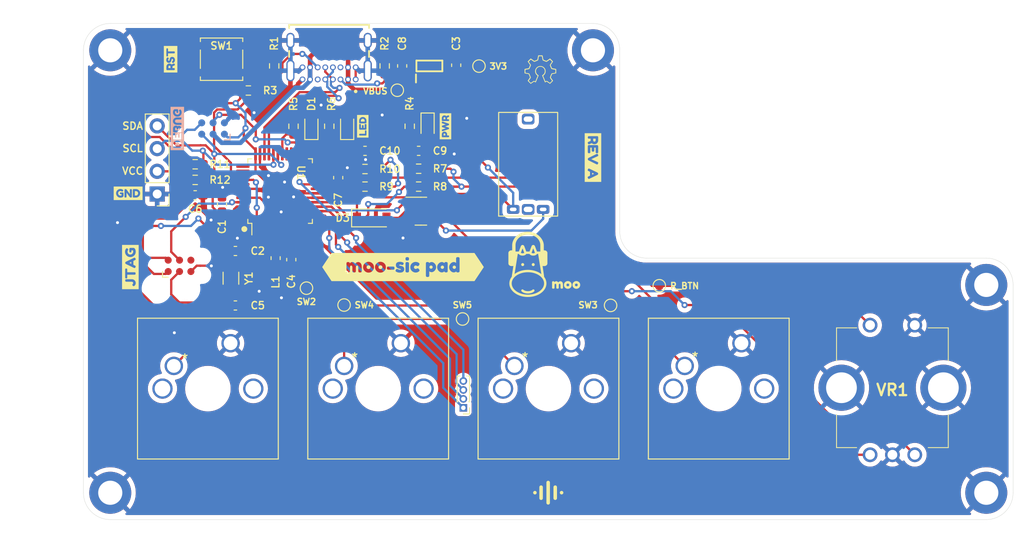
<source format=kicad_pcb>
(kicad_pcb (version 20221018) (generator pcbnew)
  (layers (0 "F.Cu" signal) (31 "B.Cu" signal) (34 "B.Paste" user) (35 "F.Paste" user) (36 "B.SilkS" user "B.Silkscreen") (37 "F.SilkS" user "F.Silkscreen") (38 "B.Mask" user) (39 "F.Mask" user) (44 "Edge.Cuts" user))
  (net 0 "")
  (net 1 "Net-(C1-Pad1)")
  (net 2 "GND")
  (net 3 "/VDDANA")
  (net 4 "+3V3")
  (net 5 "/XC1")
  (net 6 "/XC2")
  (net 7 "VBUS")
  (net 8 "Net-(D1-Pad2)")
  (net 9 "Net-(D3-Pad2)")
  (net 10 "/LED1")
  (net 14 "Net-(J1-PadA5)")
  (net 15 "/SWD")
  (net 16 "/SWC")
  (net 18 "/D+")
  (net 19 "/D-")
  (net 20 "Net-(J1-PadB5)")
  (net 22 "Net-(D2-Pad2)")
  (net 23 "Net-(R10-Pad1)")
  (net 31 "/~{RST}")
  (net 33 "/R_A")
  (net 34 "/R_B")
  (net 35 "Net-(D4-Pad2)")
  (net 36 "/SCL")
  (net 37 "/SDA")
  (net 38 "/V_MOT")
  (net 39 "/LED")
  (net 40 "/SW2")
  (net 41 "/SW3")
  (net 42 "/SW4")
  (net 44 "/SW5")
  (net 45 "/R_BTN")
  (net 51 "/EXP1")
  (net 52 "/EXP2")
  (net 53 "/EXP3")
  (net 54 "/EXP4")
  (net 56 "Net-(R7-Pad2)")
  (footprint "TestPoint:TestPoint_Pad_D1.0mm" (layer "F.Cu") (at 129.91 100.75)
    (fp_text reference "TP5" hide)
    (fp_text value "SW4")
  )
  (footprint "MX1A-E1NW:MX1A-E1NW" (layer "F.Cu") (at 110.863 107.56)
    (fp_text reference "SW2" hide)
    (fp_text value "MX1A-E1NW" hide)
  )
  (footprint "LED_SMD:LED_0603_1608Metric" (layer "F.Cu") (at 139.25 80.75 -90)
    (fp_text reference "D1" hide)
    (fp_text value "GREEN")
  )
  (footprint "Resistor_SMD:R_0603_1608Metric_Pad0.98x0.95mm_HandSolder" (layer "F.Cu") (at 124.25 80.75 90)
    (fp_text reference "R5")
    (fp_text value "1.5k")
  )
  (footprint "Package_TO_SOT_SMD:SOT-23" (layer "F.Cu") (at 138.5 90.25)
    (fp_text reference "Q1" hide)
    (fp_text value "2N7002K")
  )
  (footprint "Capacitor_SMD:C_0603_1608Metric_Pad1.08x0.95mm_HandSolder" (layer "F.Cu") (at 113.25 88.468)
    (fp_text reference "C6")
    (fp_text value "0.1uF")
  )
  (footprint "Package_QFP:TQFP-48_7x7mm_P0.5mm" (layer "F.Cu") (at 122.75 88 90)
    (fp_text reference "U1")
    (fp_text value "ATSAMD21G18A-A" hide)
  )
  (footprint "Inductor_SMD:L_0603_1608Metric" (layer "F.Cu") (at 122.25 95.5 90)
    (fp_text reference "L1")
    (fp_text value "FB-30R")
  )
  (footprint "LED_SMD:LED_0603_1608Metric" (layer "F.Cu") (at 130.25 80.75 90)
    (fp_text reference "D4" hide)
    (fp_text value "RED")
  )
  (footprint "Resistor_SMD:R_0603_1608Metric_Pad0.98x0.95mm_HandSolder" (layer "F.Cu") (at 113.25 85)
    (fp_text reference "R11")
    (fp_text value "4.7k")
  )
  (footprint "LED_SMD:LED_0603_1608Metric" (layer "F.Cu") (at 126.25 80.75 90)
    (fp_text reference "D2" hide)
    (fp_text value "RED")
  )
  (footprint "Capacitor_SMD:C_0603_1608Metric_Pad1.08x0.95mm_HandSolder" (layer "F.Cu") (at 117.75 100.798)
    (fp_text reference "C5")
    (fp_text value "15uF")
  )
  (footprint "Capacitor_SMD:C_0603_1608Metric_Pad1.08x0.95mm_HandSolder" (layer "F.Cu") (at 129.25 86.5 90)
    (fp_text reference "C7")
    (fp_text value "0.1uF")
  )
  (footprint "Resistor_SMD:R_0603_1608Metric_Pad0.98x0.95mm_HandSolder" (layer "F.Cu") (at 132.25 85.532 180)
    (fp_text reference "R10")
    (fp_text value "10k")
  )
  (footprint "Capacitor_SMD:C_0603_1608Metric_Pad1.08x0.95mm_HandSolder" (layer "F.Cu") (at 124 95.67 -90)
    (fp_text reference "C4")
    (fp_text value "0.1uF")
  )
  (footprint "MX1A-E1NW:MX1A-E1NW" (layer "F.Cu") (at 168.013 107.56)
    (fp_text reference "SW3" hide)
    (fp_text value "MX1A-E1NW" hide)
  )
  (footprint "TestPoint:TestPoint_Pad_D1.0mm" (layer "F.Cu") (at 165.17 98.59)
    (fp_text reference "TP7" hide)
    (fp_text value "R_BTN")
  )
  (footprint "kibuzzard-63E48CAF" (layer "F.Cu") (at 141.25 80.75 90)
    (fp_text reference "kibuzzard-63E48CAF" hide)
    (fp_text value "G***" hide)
  )
  (footprint "Connector_PinHeader_2.54mm:PinHeader_1x04_P2.54mm_Vertical" (layer "F.Cu") (at 109 88.33 180)
    (fp_text reference "J5" hide)
    (fp_text value "OLED" hide)
  )
  (footprint "Capacitor_SMD:C_0603_1608Metric_Pad1.08x0.95mm_HandSolder" (layer "F.Cu") (at 132.25 83.5)
    (fp_text reference "C10")
    (fp_text value "0.01uF")
  )
  (footprint "Resistor_SMD:R_0603_1608Metric_Pad0.98x0.95mm_HandSolder" (layer "F.Cu") (at 137.25 80.75 -90)
    (fp_text reference "R4")
    (fp_text value "10k")
  )
  (footprint "TestPoint:TestPoint_Pad_D1.0mm" (layer "F.Cu") (at 159.72 100.79)
    (fp_text reference "TP4" hide)
    (fp_text value "SW3")
  )
  (footprint "Resistor_SMD:R_0603_1608Metric_Pad0.98x0.95mm_HandSolder" (layer "F.Cu") (at 113.25 86.75)
    (fp_text reference "R12")
    (fp_text value "4.7k")
  )
  (footprint "Resistor_SMD:R_0603_1608Metric_Pad0.98x0.95mm_HandSolder" (layer "F.Cu") (at 122.089 74 90)
    (fp_text reference "R1")
    (fp_text value "5.1k" hide)
  )
  (footprint "TestPoint:TestPoint_Pad_D1.0mm" (layer "F.Cu") (at 125.7 98.86)
    (fp_text reference "TP3" hide)
    (fp_text value "SW2")
  )
  (footprint "SeeedStudio_VibMotor:SeeedStudio_VibMotor" (layer "F.Cu") (at 150.5 90.05)
    (fp_text reference "M1" hide)
    (fp_text value "VibMotor")
  )
  (footprint "Capacitor_SMD:C_0603_1608Metric_Pad1.08x0.95mm_HandSolder" (layer "F.Cu") (at 142.45 73.92 90)
    (fp_text reference "C3")
    (fp_text value "1uF" hide)
  )
  (footprint "kibuzzard-63E52F06" (layer "F.Cu") (at 106 96.5 90)
    (fp_text reference "kibuzzard-63E52F06" hide)
    (fp_text value "G***" hide)
  )
  (footprint "kibuzzard-63E48A56" (layer "F.Cu") (at 136.5 96.5)
    (fp_text reference "kibuzzard-63E48A56" hide)
    (fp_text value "G***" hide)
  )
  (footprint "Resistor_SMD:R_0603_1608Metric_Pad0.98x0.95mm_HandSolder" (layer "F.Cu") (at 138.25 85.5)
    (fp_text reference "R7")
    (fp_text value "10k")
  )
  (footprint "Capacitor_SMD:C_0603_1608Metric_Pad1.08x0.95mm_HandSolder" (layer "F.Cu") (at 136.406 74 90)
    (fp_text reference "C8")
    (fp_text value "1uF" hide)
  )
  (footprint "kibuzzard-63E52EE2" (layer "F.Cu") (at 157.75 84.25 -90)
    (fp_text reference "kibuzzard-63E52EE2" hide)
    (fp_text value "G***" hide)
  )
  (footprint "MountingHole:MountingHole_2.7mm_M2.5_DIN965_Pad" (layer "F.Cu") (at 157.75 72.25)
    (fp_text reference "H3" hide)
    (fp_text value "MH")
  )
  (footprint "Resistor_SMD:R_0603_1608Metric_Pad0.98x0.95mm_HandSolder" (layer "F.Cu") (at 128.25 80.75 90)
    (fp_text reference "R6")
    (fp_text value "1.5k")
  )
  (footprint "PEC11R-4220F-S0024:PEC11R4220FS0024" (layer "F.Cu") (at 188.75 103)
    (fp_text reference "VR1")
    (fp_text value "PEC11R-RotaryEncoder" hide)
  )
  (footprint "Capacitor_SMD:C_0603_1608Metric_Pad1.08x0.95mm_HandSolder" (layer "F.Cu") (at 116.25 89.5 90)
    (fp_text reference "C1")
    (fp_text value "0.1uF")
  )
  (footprint "MX1A-E1NW:MX1A-E1NW" (layer "F.Cu") (at 129.913 107.56)
    (fp_text reference "SW4" hide)
    (fp_text value "MX1A-E1NW" hide)
  )
  (footprint "MountingHole:MountingHole_2.7mm_M2.5_DIN965_Pad" (layer "F.Cu") (at 201.75 121.75)
    (fp_text reference "H4" hide)
    (fp_text value "MH")
  )
  (footprint "Capacitor_SMD:C_0603_1608Metric_Pad1.08x0.95mm_HandSolder" (layer "F.Cu") (at 138.25 83.5)
    (fp_text reference "C9")
    (fp_text value "0.01uF")
  )
  (footprint "Button_Switch_SMD:SW_SPST_TL3305A" (layer "F.Cu") (at 116.2 73.25 180)
    (fp_text reference "SW1")
    (fp_text value "SW_Push")
  )
  (footprint "hcipcb23:GCT_USB4085-GF-A" (layer "F.Cu") (at 128.23 71.15 180)
    (fp_text reference "J1" hide)
    (fp_text value "USB4085-GF-A" hide)
  )
  (footprint "kibuzzard-63E579BA" (layer "F.Cu") (at 154.75 98.5)
    (fp_text reference "kibuzzard-63E579BA" hide)
    (fp_text value "G***" hide)
  )
  (footprint "Resistor_SMD:R_0603_1608Metric_Pad0.98x0.95mm_HandSolder" (layer "F.Cu") (at 132.25 87.5)
    (fp_text reference "R9")
    (fp_text value "10k")
  )
  (footprint "Resistor_SMD:R_0603_1608Metric_Pad0.98x0.95mm_HandSolder" (layer "F.Cu") (at 134.45 74 90)
    (fp_text reference "R2")
    (fp_text value "5.1k" hide)
  )
  (footprint "MountingHole:MountingHole_2.7mm_M2.5_DIN965_Pad" (layer "F.Cu") (at 103.75 72.25)
    (fp_text reference "H5" hide)
    (fp_text value "MH")
  )
  (footprint "Resistor_SMD:R_0603_1608Metric_Pad0.98x0.95mm_HandSolder" (layer "F.Cu") (at 138.25 87.5)
    (fp_text reference "R8")
    (fp_text value "10k")
  )
  (footprint "Diode_SMD:D_SOD-123" (layer "F.Cu") (at 133 91)
    (fp_text reference "D3")
    (fp_text value "1N4148W")
  )
  (footprint "TestPoint:TestPoint_Pad_D1.0mm" (layer "F.Cu") (at 145 74.02)
    (fp_text reference "TP2" hide)
    (fp_text value "3V3")
  )
  (footprint "kibuzzard-63E6A6CF" (layer "F.Cu") (at 105.75 88.25)
    (fp_text reference "kibuzzard-63E6A6CF" hide)
    (fp_text value "G***" hide)
  )
  (footprint "kibuzzard-63E49FE3" (layer "F.Cu") (at 110.5 73.25 90)
    (fp_text reference "kibuzzard-63E49FE3" hide)
    (fp_text value "G***" hide)
  )
  (footprint "MX1A-E1NW:MX1A-E1NW" (layer "F.Cu") (at 148.963 107.56)
    (fp_text reference "SW5" hide)
    (fp_text value "MX1A-E1NW" hide)
  )
  (footprint "Capacitor_SMD:C_0603_1608Metric_Pad1.08x0.95mm_HandSolder" (layer "F.Cu") (at 117.75 94.702 180)
    (fp_text reference "C2")
    (fp_text value "15uF")
  )
  (footprint "MountingHole:MountingHole_2.7mm_M2.5_DIN965_Pad" (layer "F.Cu") (at 201.75 98.5)
    (fp_text reference "H1" hide)
    (fp_text value "MH")
  )
  (footprint "TestPoint:TestPoint_Pad_D1.0mm" (layer "F.Cu") (at 135.86 76.72)
    (fp_text reference "TP1" hide)
    (fp_text value "VBUS")
  )
  (footprint "MountingHole:MountingHole_2.7mm_M2.5_DIN965_Pad" (layer "F.Cu") (at 103.75 121.75)
    (fp_text reference "H2" hide)
    (fp_text value "MH")
  )
  (footprint "Connector:Tag-Connect_TC2030-IDC-FP_2x03_P1.27mm_Vertical" (layer "F.Cu") (at 111.5 96.365)
    (fp_text reference "J2" hide)
    (fp_text value "SWD_TAG-CONNECT" hide)
  )
  (footprint "BU33SD5WG-TR:SOT95P280X125-5N" (layer "F.Cu") (at 139.45 74 90)
    (fp_text reference "PS1" hide)
    (fp_text value "BU33SD5WG-TR" hide)
  )
  (footprint "TestPoint:TestPoint_Pad_D1.0mm" (layer "F.Cu") (at 143.16 102.31)
    (fp_text reference "TP6" hide)
    (fp_text value "SW5")
  )
  (footprint "Crystal:Crystal_SMD_3215-2Pin_3.2x1.5mm" (layer "F.Cu") (at 117.25 97.75 -90)
    (fp_text reference "Y1")
    (fp_text value "Crystal_Small")
  )
  (footprint "kibuzzard-63E48D19" (layer "F.Cu") (at 132 80.75 90)
    (fp_text reference "kibuzzard-63E48D19" hide)
    (fp_text value "G***" hide)
  )
  (footprint "Resistor_SMD:R_0603_1608Metric_Pad0.98x0.95mm_HandSolder" (layer "F.Cu") (at 119.2 76.75)
    (fp_text reference "R3")
    (fp_text value "10k")
  )
  (footprint "Connector_PinHeader_1.00mm:PinHeader_1x04_P1.00mm_Vertical" (layer "F.Cu") (at 143.25 112.25 180)
    (fp_text reference "J4" hide)
    (fp_text value "Expansion")
  )
  (footprint "Connector:Tag-Connect_TC2030-IDC-NL_2x03_P1.27mm_Vertical" (layer "B.Cu") (at 115.25 81 180)
    (fp_text reference "J3" hide)
    (fp_text value "TESTPOINTS_TAG-CONNECT")
  )
  (footprint "kibuzzard-63E4897E" (layer "B.Cu") (at 111.25 81 90)
    (fp_text reference "kibuzzard-63E4897E" hide)
    (fp_text value "G***" hide)
  )
  (gr_poly (pts (xy 154.249625 121.542536) (xy 154.259658 121.543299) (xy 154.269545 121.544555) (xy 154.279274 121.546292) (xy 154.288832 121.548498) (xy 154.298207 121.55116) (xy 154.307387 121.554266) (xy 154.316358 121.557803) (xy 154.325109 121.561759) (xy 154.333628 121.566121) (xy 154.341901 121.570878) (xy 154.349916 121.576017) (xy 154.357662 121.581524) (xy 154.365124 121.587389) (xy 154.372293 121.593598) (xy 154.379153 121.600139) (xy 154.385695 121.607) (xy 154.391904 121.614168) (xy 154.397768 121.621631) (xy 154.403276 121.629376) (xy 154.408414 121.637392) (xy 154.413171 121.645665) (xy 154.417533 121.654183) (xy 154.421489 121.662934) (xy 154.425026 121.671905) (xy 154.428132 121.681085) (xy 154.430794 121.69046) (xy 154.433 121.700018) (xy 154.434737 121.709747) (xy 154.435993 121.719634) (xy 154.436756 121.729668) (xy 154.437013 121.739835) (xy 154.436756 121.750001) (xy 154.435993 121.760035) (xy 154.434737 121.769922) (xy 154.433 121.779651) (xy 154.430794 121.789209) (xy 154.428132 121.798584) (xy 154.425026 121.807764) (xy 154.421489 121.816735) (xy 154.417533 121.825486) (xy 154.413171 121.834004) (xy 154.408414 121.842277) (xy 154.403276 121.850293) (xy 154.397768 121.858038) (xy 154.391904 121.865501) (xy 154.385695 121.872669) (xy 154.379153 121.87953) (xy 154.372293 121.886071) (xy 154.365124 121.89228) (xy 154.357662 121.898145) (xy 154.349916 121.903653) (xy 154.341901 121.908791) (xy 154.333628 121.913548) (xy 154.325109 121.91791) (xy 154.316358 121.921866) (xy 154.307387 121.925403) (xy 154.298207 121.928509) (xy 154.288832 121.931171) (xy 154.279274 121.933377) (xy 154.269545 121.935114) (xy 154.259658 121.93637) (xy 154.249625 121.937133) (xy 154.239458 121.93739) (xy 154.229291 121.937133) (xy 154.219258 121.93637) (xy 154.20937 121.935114) (xy 154.199641 121.933377) (xy 154.190083 121.931171) (xy 154.180708 121.928509) (xy 154.171528 121.925403) (xy 154.162557 121.921866) (xy 154.153806 121.91791) (xy 154.145288 121.913548) (xy 154.137015 121.908791) (xy 154.128999 121.903653) (xy 154.121254 121.898145) (xy 154.113791 121.89228) (xy 154.106623 121.886071) (xy 154.099762 121.87953) (xy 154.093221 121.872669) (xy 154.087012 121.865501) (xy 154.081147 121.858038) (xy 154.07564 121.850293) (xy 154.070501 121.842277) (xy 154.065745 121.834004) (xy 154.061382 121.825486) (xy 154.057426 121.816735) (xy 154.053889 121.807764) (xy 154.050783 121.798584) (xy 154.048121 121.789209) (xy 154.045915 121.779651) (xy 154.044178 121.769922) (xy 154.042922 121.760035) (xy 154.042159 121.750001) (xy 154.041902 121.739835) (xy 154.042159 121.729668) (xy 154.042922 121.719634) (xy 154.044178 121.709747) (xy 154.045915 121.700018) (xy 154.048121 121.69046) (xy 154.050783 121.681085) (xy 154.053889 121.671905) (xy 154.057426 121.662934) (xy 154.061382 121.654183) (xy 154.065745 121.645665) (xy 154.070501 121.637392) (xy 154.07564 121.629376) (xy 154.081147 121.621631) (xy 154.087012 121.614168) (xy 154.093221 121.607) (xy 154.099762 121.600139) (xy 154.106623 121.593598) (xy 154.113791 121.587389) (xy 154.121254 121.581524) (xy 154.128999 121.576017) (xy 154.137015 121.570878) (xy 154.145288 121.566121) (xy 154.153806 121.561759) (xy 154.162557 121.557803) (xy 154.171528 121.554266) (xy 154.180708 121.55116) (xy 154.190083 121.548498) (xy 154.199641 121.546292) (xy 154.20937 121.544555) (xy 154.219258 121.543299) (xy 154.229291 121.542536) (xy 154.239458 121.542279)) (fill solid) (layer "F.SilkS"))
  (gr_poly (pts (xy 152.74748 120.406556) (xy 152.756809 120.407215) (xy 152.766015 120.408301) (xy 152.775087 120.409803) (xy 152.784014 120.411713) (xy 152.792787 120.41402) (xy 152.801397 120.416714) (xy 152.809832 120.419786) (xy 152.818084 120.423225) (xy 152.826142 120.427021) (xy 152.833996 120.431165) (xy 152.841637 120.435646) (xy 152.849054 120.440455) (xy 152.856237 120.445581) (xy 152.863177 120.451015) (xy 152.869863 120.456747) (xy 152.876286 120.462767) (xy 152.882436 120.469065) (xy 152.888302 120.475631) (xy 152.893876 120.482454) (xy 152.899146 120.489526) (xy 152.904103 120.496836) (xy 152.908737 120.504374) (xy 152.913038 120.512131) (xy 152.916996 120.520095) (xy 152.920601 120.528258) (xy 152.923843 120.53661) (xy 152.926713 120.54514) (xy 152.929199 120.553839) (xy 152.931294 120.562696) (xy 152.932985 120.571702) (xy 152.934265 120.580847) (xy 152.935587 120.603887) (xy 152.935587 122.875776) (xy 152.93533 122.885943) (xy 152.934568 122.895976) (xy 152.933311 122.905864) (xy 152.931574 122.915593) (xy 152.929368 122.925151) (xy 152.926706 122.934526) (xy 152.923601 122.943705) (xy 152.920064 122.952677) (xy 152.916108 122.961428) (xy 152.911745 122.969946) (xy 152.906988 122.978219) (xy 152.90185 122.986235) (xy 152.896342 122.99398) (xy 152.890478 123.001443) (xy 152.884269 123.008611) (xy 152.877728 123.015472) (xy 152.870867 123.022013) (xy 152.863699 123.028222) (xy 152.856236 123.034087) (xy 152.84849 123.039594) (xy 152.840475 123.044733) (xy 152.832202 123.049489) (xy 152.823684 123.053852) (xy 152.814933 123.057808) (xy 152.805961 123.061345) (xy 152.796782 123.064451) (xy 152.787407 123.067113) (xy 152.777848 123.069318) (xy 152.76812 123.071056) (xy 152.758232 123.072312) (xy 152.748199 123.073075) (xy 152.738032 123.073332) (xy 152.728588 123.07311) (xy 152.719258 123.072451) (xy 152.710052 123.071366) (xy 152.700981 123.069863) (xy 152.692054 123.067953) (xy 152.68328 123.065646) (xy 152.674671 123.062952) (xy 152.666235 123.05988) (xy 152.657983 123.056442) (xy 152.649925 123.052645) (xy 152.642071 123.048502) (xy 152.634431 123.04402) (xy 152.627014 123.039212) (xy 152.61983 123.034085) (xy 152.612891 123.028651) (xy 152.606204 123.022919) (xy 152.599781 123.016899) (xy 152.593631 123.010601) (xy 152.587765 123.004036) (xy 152.582192 122.997212) (xy 152.576922 122.99014) (xy 152.571965 122.98283) (xy 152.567331 122.975292) (xy 152.56303 122.967536) (xy 152.559072 122.959571) (xy 152.555467 122.951408) (xy 152.552224 122.943056) (xy 152.549355 122.934526) (xy 152.546868 122.925828) (xy 152.544774 122.91697) (xy 152.543082 122.907964) (xy 152.541803 122.89882) (xy 152.54048 122.875779) (xy 152.54048 120.60389) (xy 152.540737 120.593723) (xy 152.5415 120.58369) (xy 152.542756 120.573803) (xy 152.544493 120.564074) (xy 152.546699 120.554516) (xy 152.549361 120.54514) (xy 152.552467 120.535961) (xy 152.556004 120.52699) (xy 152.55996 120.518238) (xy 152.564322 120.50972) (xy 152.569079 120.501447) (xy 152.574217 120.493432) (xy 152.579725 120.485686) (xy 152.58559 120.478223) (xy 152.591799 120.471055) (xy 152.59834 120.464195) (xy 152.605201 120.457653) (xy 152.612369 120.451444) (xy 152.619832 120.44558) (xy 152.627577 120.440072) (xy 152.635593 120.434934) (xy 152.643866 120.430177) (xy 152.652384 120.425814) (xy 152.661135 120.421858) (xy 152.670106 120.418321) (xy 152.679286 120.415216) (xy 152.688661 120.412554) (xy 152.698219 120.410348) (xy 152.707948 120.408611) (xy 152.717835 120.407354) (xy 152.727869 120.406592) (xy 152.738035 120.406335)) (fill solid) (layer "F.SilkS"))
  (gr_poly (pts (xy 151.266536 121.542536) (xy 151.276569 121.543299) (xy 151.286456 121.544555) (xy 151.296185 121.546292) (xy 151.305743 121.548498) (xy 151.315118 121.55116) (xy 151.324298 121.554266) (xy 151.333269 121.557803) (xy 151.34202 121.561759) (xy 151.350539 121.566121) (xy 151.358812 121.570878) (xy 151.366827 121.576017) (xy 151.374573 121.581524) (xy 151.382035 121.587389) (xy 151.389204 121.593598) (xy 151.396064 121.600139) (xy 151.402606 121.607) (xy 151.408815 121.614168) (xy 151.414679 121.621631) (xy 151.420187 121.629376) (xy 151.425325 121.637392) (xy 151.430082 121.645665) (xy 151.434444 121.654183) (xy 151.4384 121.662934) (xy 151.441938 121.671905) (xy 151.445043 121.681085) (xy 151.447705 121.69046) (xy 151.449911 121.700018) (xy 151.451648 121.709747) (xy 151.452904 121.719634) (xy 151.453667 121.729668) (xy 151.453924 121.739835) (xy 151.453667 121.750001) (xy 151.452904 121.760035) (xy 151.451648 121.769922) (xy 151.449911 121.779651) (xy 151.447705 121.789209) (xy 151.445043 121.798584) (xy 151.441938 121.807764) (xy 151.4384 121.816735) (xy 151.434444 121.825486) (xy 151.430082 121.834004) (xy 151.425325 121.842277) (xy 151.420187 121.850293) (xy 151.414679 121.858038) (xy 151.408815 121.865501) (xy 151.402606 121.872669) (xy 151.396064 121.87953) (xy 151.389204 121.886071) (xy 151.382035 121.89228) (xy 151.374573 121.898145) (xy 151.366827 121.903653) (xy 151.358812 121.908791) (xy 151.350539 121.913548) (xy 151.34202 121.91791) (xy 151.333269 121.921866) (xy 151.324298 121.925403) (xy 151.315118 121.928509) (xy 151.305743 121.931171) (xy 151.296185 121.933377) (xy 151.286456 121.935114) (xy 151.276569 121.93637) (xy 151.266536 121.937133) (xy 151.256369 121.93739) (xy 151.246202 121.937133) (xy 151.236169 121.93637) (xy 151.226281 121.935114) (xy 151.216552 121.933377) (xy 151.206994 121.931171) (xy 151.197619 121.928509) (xy 151.18844 121.925403) (xy 151.179468 121.921866) (xy 151.170717 121.91791) (xy 151.162199 121.913548) (xy 151.153926 121.908791) (xy 151.14591 121.903653) (xy 151.138165 121.898145) (xy 151.130702 121.89228) (xy 151.123534 121.886071) (xy 151.116673 121.87953) (xy 151.110132 121.872669) (xy 151.103923 121.865501) (xy 151.098058 121.858038) (xy 151.092551 121.850293) (xy 151.087412 121.842277) (xy 151.082656 121.834004) (xy 151.078293 121.825486) (xy 151.074337 121.816735) (xy 151.0708 121.807764) (xy 151.067694 121.798584) (xy 151.065032 121.789209) (xy 151.062827 121.779651) (xy 151.061089 121.769922) (xy 151.059833 121.760035) (xy 151.05907 121.750001) (xy 151.058813 121.739835) (xy 151.05907 121.729668) (xy 151.059833 121.719634) (xy 151.061089 121.709747) (xy 151.062827 121.700018) (xy 151.065032 121.69046) (xy 151.067694 121.681085) (xy 151.0708 121.671905) (xy 151.074337 121.662934) (xy 151.078293 121.654183) (xy 151.082656 121.645665) (xy 151.087412 121.637392) (xy 151.092551 121.629376) (xy 151.098058 121.621631) (xy 151.103923 121.614168) (xy 151.110132 121.607) (xy 151.116673 121.600139) (xy 151.123534 121.593598) (xy 151.130702 121.587389) (xy 151.138165 121.581524) (xy 151.14591 121.576017) (xy 151.153926 121.570878) (xy 151.162199 121.566121) (xy 151.170717 121.561759) (xy 151.179468 121.557803) (xy 151.18844 121.554266) (xy 151.197619 121.55116) (xy 151.206994 121.548498) (xy 151.216552 121.546292) (xy 151.226281 121.544555) (xy 151.236169 121.543299) (xy 151.246202 121.542536) (xy 151.256369 121.542279)) (fill solid) (layer "F.SilkS"))
  (gr_poly (pts (xy 149.896376 96.057395) (xy 149.904809 96.058036) (xy 149.913119 96.059093) (xy 149.921297 96.060553) (xy 149.929331 96.062408) (xy 149.937211 96.064646) (xy 149.944927 96.067257) (xy 149.952469 96.07023) (xy 149.959825 96.073556) (xy 149.966985 96.077224) (xy 149.97394 96.081223) (xy 149.980678 96.085543) (xy 149.987189 96.090173) (xy 149.993462 96.095103) (xy 149.999488 96.100323) (xy 150.005256 96.105822) (xy 150.010755 96.11159) (xy 150.015975 96.117616) (xy 150.020905 96.123889) (xy 150.025535 96.1304) (xy 150.029855 96.137138) (xy 150.033854 96.144093) (xy 150.037522 96.151253) (xy 150.040847 96.158609) (xy 150.043821 96.166151) (xy 150.046432 96.173867) (xy 150.04867 96.181747) (xy 150.050525 96.189781) (xy 150.051985 96.197959) (xy 150.053041 96.206269) (xy 150.053683 96.214702) (xy 150.053899 96.223247) (xy 150.053683 96.231793) (xy 150.053041 96.240226) (xy 150.051985 96.248536) (xy 150.050525 96.256714) (xy 150.04867 96.264748) (xy 150.046432 96.272628) (xy 150.043821 96.280344) (xy 150.040847 96.287886) (xy 150.037522 96.295242) (xy 150.033854 96.302402) (xy 150.029855 96.309357) (xy 150.025535 96.316095) (xy 150.020905 96.322606) (xy 150.015975 96.328879) (xy 150.010755 96.334905) (xy 150.005256 96.340673) (xy 149.999488 96.346172) (xy 149.993462 96.351392) (xy 149.987189 96.356322) (xy 149.980678 96.360952) (xy 149.97394 96.365272) (xy 149.966985 96.369271) (xy 149.959825 96.372938) (xy 149.952469 96.376264) (xy 149.944927 96.379238) (xy 149.937211 96.381849) (xy 149.929331 96.384087) (xy 149.921297 96.385942) (xy 149.913119 96.387402) (xy 149.904809 96.388458) (xy 149.896376 96.3891) (xy 149.887831 96.389316) (xy 149.879285 96.3891) (xy 149.870852 96.388458) (xy 149.862542 96.387402) (xy 149.854364 96.385942) (xy 149.84633 96.384087) (xy 149.83845 96.381849) (xy 149.830734 96.379238) (xy 149.823192 96.376264) (xy 149.815836 96.372938) (xy 149.808676 96.369271) (xy 149.801721 96.365272) (xy 149.794983 96.360952) (xy 149.788472 96.356322) (xy 149.782199 96.351392) (xy 149.776173 96.346172) (xy 149.770405 96.340673) (xy 149.764906 96.334905) (xy 149.759687 96.328879) (xy 149.754756 96.322606) (xy 149.750126 96.316095) (xy 149.745806 96.309357) (xy 149.741807 96.302402) (xy 149.73814 96.295242) (xy 149.734814 96.287886) (xy 149.73184 96.280344) (xy 149.729229 96.272628) (xy 149.726991 96.264748) (xy 149.725137 96.256714) (xy 149.723676 96.248536) (xy 149.72262 96.240226) (xy 149.721979 96.231793) (xy 149.721763 96.223247) (xy 149.721979 96.214702) (xy 149.72262 96.206269) (xy 149.723676 96.197959) (xy 149.725137 96.189781) (xy 149.726991 96.181747) (xy 149.729229 96.173867) (xy 149.73184 96.166151) (xy 149.734814 96.158609) (xy 149.73814 96.151253) (xy 149.741807 96.144093) (xy 149.745806 96.137138) (xy 149.750126 96.1304) (xy 149.754756 96.123889) (xy 149.759687 96.117616) (xy 149.764906 96.11159) (xy 149.770405 96.105822) (xy 149.776173 96.100323) (xy 149.782199 96.095103) (xy 149.788472 96.090173) (xy 149.794983 96.085543) (xy 149.801721 96.081223) (xy 149.808676 96.077224) (xy 149.815836 96.073556) (xy 149.823192 96.07023) (xy 149.830734 96.067257) (xy 149.83845 96.064646) (xy 149.84633 96.062408) (xy 149.854364 96.060553) (xy 149.862542 96.059093) (xy 149.870852 96.058036) (xy 149.879285 96.057395) (xy 149.887831 96.057179)) (fill solid) (layer "F.SilkS"))
  (gr_poly (pts (xy 151.074618 96.057395) (xy 151.083051 96.058036) (xy 151.091362 96.059093) (xy 151.099539 96.060553) (xy 151.107574 96.062408) (xy 151.115454 96.064646) (xy 151.12317 96.067257) (xy 151.130711 96.07023) (xy 151.138067 96.073556) (xy 151.145228 96.077224) (xy 151.152182 96.081223) (xy 151.15892 96.085543) (xy 151.165431 96.090173) (xy 151.171705 96.095103) (xy 151.177731 96.100323) (xy 151.183498 96.105822) (xy 151.188997 96.11159) (xy 151.194217 96.117616) (xy 151.199147 96.123889) (xy 151.203778 96.1304) (xy 151.208097 96.137138) (xy 151.212096 96.144093) (xy 151.215764 96.151253) (xy 151.21909 96.158609) (xy 151.222064 96.166151) (xy 151.224675 96.173867) (xy 151.226913 96.181747) (xy 151.228767 96.189781) (xy 151.230228 96.197959) (xy 151.231284 96.206269) (xy 151.231925 96.214702) (xy 151.232141 96.223247) (xy 151.231925 96.231793) (xy 151.231284 96.240226) (xy 151.230228 96.248536) (xy 151.228767 96.256714) (xy 151.226913 96.264748) (xy 151.224675 96.272628) (xy 151.222064 96.280344) (xy 151.21909 96.287886) (xy 151.215764 96.295242) (xy 151.212096 96.302402) (xy 151.208097 96.309357) (xy 151.203778 96.316095) (xy 151.199147 96.322606) (xy 151.194217 96.328879) (xy 151.188997 96.334905) (xy 151.183498 96.340673) (xy 151.177731 96.346172) (xy 151.171705 96.351392) (xy 151.165431 96.356322) (xy 151.15892 96.360952) (xy 151.152182 96.365272) (xy 151.145228 96.369271) (xy 151.138067 96.372938) (xy 151.130711 96.376264) (xy 151.12317 96.379238) (xy 151.115454 96.381849) (xy 151.107574 96.384087) (xy 151.099539 96.385942) (xy 151.091362 96.387402) (xy 151.083051 96.388458) (xy 151.074618 96.3891) (xy 151.066073 96.389316) (xy 151.057528 96.3891) (xy 151.049095 96.388458) (xy 151.040784 96.387402) (xy 151.032607 96.385942) (xy 151.024572 96.384087) (xy 151.016692 96.381849) (xy 151.008976 96.379238) (xy 151.001435 96.376264) (xy 150.994079 96.372938) (xy 150.986918 96.369271) (xy 150.979964 96.365272) (xy 150.973226 96.360952) (xy 150.966715 96.356322) (xy 150.960441 96.351392) (xy 150.954415 96.346172) (xy 150.948648 96.340673) (xy 150.943149 96.334905) (xy 150.937929 96.328879) (xy 150.932999 96.322606) (xy 150.928368 96.316095) (xy 150.924049 96.309357) (xy 150.92005 96.302402) (xy 150.916382 96.295242) (xy 150.913056 96.287886) (xy 150.910082 96.280344) (xy 150.907471 96.272628) (xy 150.905233 96.264748) (xy 150.903379 96.256714) (xy 150.901918 96.248536) (xy 150.900862 96.240226) (xy 150.900221 96.231793) (xy 150.900005 96.223247) (xy 150.900221 96.214702) (xy 150.900862 96.206269) (xy 150.901918 96.197959) (xy 150.903379 96.189781) (xy 150.905233 96.181747) (xy 150.907471 96.173867) (xy 150.910082 96.166151) (xy 150.913056 96.158609) (xy 150.916382 96.151253) (xy 150.92005 96.144093) (xy 150.924049 96.137138) (xy 150.928368 96.1304) (xy 150.932999 96.123889) (xy 150.937929 96.117616) (xy 150.943149 96.11159) (xy 150.948648 96.105822) (xy 150.954415 96.100323) (xy 150.960441 96.095103) (xy 150.966715 96.090173) (xy 150.973226 96.085543) (xy 150.979964 96.081223) (xy 150.986918 96.077224) (xy 150.994079 96.073556) (xy 151.001435 96.07023) (xy 151.008976 96.067257) (xy 151.016692 96.064646) (xy 151.024572 96.062408) (xy 151.032607 96.060553) (xy 151.040784 96.059093) (xy 151.049095 96.058036) (xy 151.057528 96.057395) (xy 151.066073 96.057179)) (fill solid) (layer "F.SilkS"))
  (gr_circle (center 118.75 92.25) (end 119.004 92.25) (stroke (width 0.1524)) (fill solid) (layer "F.SilkS"))
  (gr_poly (pts (xy 149.866816 98.99517) (xy 149.873206 98.995554) (xy 149.879576 98.996242) (xy 149.885914 98.997236) (xy 149.892208 98.998535) (xy 149.898446 99.000141) (xy 149.904617 99.002053) (xy 149.910709 99.004271) (xy 149.91671 99.006795) (xy 149.922608 99.009627) (xy 149.928391 99.012765) (xy 149.934048 99.016212) (xy 149.939566 99.019965) (xy 149.944934 99.024027) (xy 149.95014 99.028397) (xy 149.955172 99.033075) (xy 149.964198 99.041547) (xy 149.973752 99.049869) (xy 149.983826 99.058034) (xy 149.994407 99.066035) (xy 150.005486 99.073866) (xy 150.017051 99.081519) (xy 150.029092 99.088989) (xy 150.041598 99.096269) (xy 150.054557 99.103352) (xy 150.06796 99.110232) (xy 150.081796 99.116901) (xy 150.096054 99.123354) (xy 150.110722 99.129583) (xy 150.125791 99.135583) (xy 150.141249 99.141346) (xy 150.157087 99.146867) (xy 150.192897 99.157962) (xy 150.229965 99.167656) (xy 150.268152 99.175925) (xy 150.307321 99.182744) (xy 150.347333 99.188091) (xy 150.38805 99.191939) (xy 150.429334 99.194266) (xy 150.471046 99.195047) (xy 150.49868 99.194707) (xy 150.526114 99.193692) (xy 150.553311 99.192009) (xy 150.580233 99.189667) (xy 150.606842 99.186673) (xy 150.6331 99.183036) (xy 150.65897 99.178763) (xy 150.684412 99.173862) (xy 150.70939 99.168342) (xy 150.733866 99.162209) (xy 150.757802 99.155473) (xy 150.781159 99.14814) (xy 150.8039 99.140219) (xy 150.825987 99.131717) (xy 150.847383 99.122643) (xy 150.868049 99.113005) (xy 150.87688 99.108627) (xy 150.885514 99.104166) (xy 150.893951 99.099624) (xy 150.902188 99.095001) (xy 150.910225 99.090297) (xy 150.91806 99.085514) (xy 150.925694 99.080652) (xy 150.933124 99.075711) (xy 150.94035 99.070693) (xy 150.947371 99.065597) (xy 150.954185 99.060425) (xy 150.960792 99.055177) (xy 150.967191 99.049854) (xy 150.97338 99.044456) (xy 150.979359 99.038985) (xy 150.985127 99.03344) (xy 150.990142 99.028756) (xy 150.995332 99.024378) (xy 151.000685 99.020306) (xy 151.006191 99.016539) (xy 151.011835 99.013078) (xy 151.017608 99.009922) (xy 151.023497 99.007071) (xy 151.029489 99.004525) (xy 151.035574 99.002285) (xy 151.041739 99.000349) (xy 151.047972 98.998718) (xy 151.054261 98.997392) (xy 151.060595 98.99637) (xy 151.066962 98.995653) (xy 151.073349 98.99524) (xy 151.079745 98.995132) (xy 151.086139 98.995327) (xy 151.092517 98.995827) (xy 151.098868 98.99663) (xy 151.105181 98.997738) (xy 151.111442 98.999149) (xy 151.117642 99.000863) (xy 151.123767 99.002881) (xy 151.129805 99.005202) (xy 151.135746 99.007827) (xy 151.141576 99.010754) (xy 151.147284 99.013985) (xy 151.152858 99.017518) (xy 151.158287 99.021354) (xy 151.163558 99.025493) (xy 151.168659 99.029934) (xy 151.173578 99.034678) (xy 151.178274 99.039694) (xy 151.182662 99.044885) (xy 151.186744 99.050239) (xy 151.190518 99.055744) (xy 151.193987 99.061389) (xy 151.197149 99.067161) (xy 151.200004 99.073049) (xy 151.202553 99.079041) (xy 151.204796 99.085126) (xy 151.206733 99.09129) (xy 151.208364 99.097523) (xy 151.209689 99.103813) (xy 151.210709 99.110148) (xy 151.211423 99.116516) (xy 151.211831 99.122905) (xy 151.211934 99.129303) (xy 151.211732 99.135699) (xy 151.211225 99.142081) (xy 151.210413 99.148437) (xy 151.209296 99.154755) (xy 151.207874 99.161024) (xy 151.206147 99.167231) (xy 151.204116 99.173364) (xy 151.201781 99.179413) (xy 151.199141 99.185365) (xy 151.196197 99.191208) (xy 151.192948 99.19693) (xy 151.189396 99.20252) (xy 151.18554 99.207966) (xy 151.18138 99.213256) (xy 151.176917 99.218378) (xy 151.17215 99.223321) (xy 151.162441 99.232682) (xy 151.15245 99.241882) (xy 151.142179 99.250918) (xy 151.131631 99.259788) (xy 151.120811 99.268492) (xy 151.109719 99.277026) (xy 151.09836 99.285389) (xy 151.086736 99.29358) (xy 151.074851 99.301596) (xy 151.062706 99.309436) (xy 151.050306 99.317098) (xy 151.037653 99.324579) (xy 151.02475 99.33188) (xy 151.0116 99.338996) (xy 150.998206 99.345927) (xy 150.984571 99.352671) (xy 150.957237 99.365464) (xy 150.929032 99.37751) (xy 150.900006 99.3888) (xy 150.87021 99.399322) (xy 150.839695 99.409065) (xy 150.808509 99.418018) (xy 150.776705 99.42617) (xy 150.744332 99.43351) (xy 150.711441 99.440028) (xy 150.678083 99.445712) (xy 150.644307 99.450552) (xy 150.610164 99.454536) (xy 150.575706 99.457654) (xy 150.540981 99.459895) (xy 150.50604 99.461247) (xy 150.470935 99.4617) (xy 150.418525 99.460699) (xy 150.366485 99.457712) (xy 150.31499 99.452767) (xy 150.264219 99.445891) (xy 150.214346 99.43711) (xy 150.165549 99.426452) (xy 150.141609 99.420428) (xy 150.118003 99.413944) (xy 150.094755 99.407005) (xy 150.071885 99.399613) (xy 150.048967 99.391576) (xy 150.026502 99.3831) (xy 150.004507 99.374195) (xy 149.982998 99.364869) (xy 149.961991 99.355132) (xy 149.941502 99.344995) (xy 149.921547 99.334466) (xy 149.902142 99.323556) (xy 149.883303 99.312273) (xy 149.865047 99.300628) (xy 149.847389 99.28863) (xy 149.830346 99.276289) (xy 149.813933 99.263615) (xy 149.798168 99.250616) (xy 149.783065 99.237303) (xy 149.768641 99.223686) (xy 149.763867 99.218766) (xy 149.759396 99.213665) (xy 149.755227 99.208395) (xy 149.75136 99.202966) (xy 149.747796 99.197392) (xy 149.744535 99.191684) (xy 149.741577 99.185853) (xy 149.738922 99.179913) (xy 149.736571 99.173874) (xy 149.734523 99.167749) (xy 149.732778 99.161548) (xy 149.731338 99.155285) (xy 149.730202 99.148972) (xy 149.729369 99.142619) (xy 149.728842 99.136238) (xy 149.728618 99.129843) (xy 149.7287 99.123444) (xy 149.729086 99.117053) (xy 149.729777 99.110683) (xy 149.730773 99.104345) (xy 149.732075 99.09805) (xy 149.733682 99.091812) (xy 149.735595 99.085641) (xy 149.737813 99.07955) (xy 149.740338 99.07355) (xy 149.743169 99.067653) (xy 149.746306 99.061872) (xy 149.74975 99.056218) (xy 149.7535 99.050702) (xy 149.757557 99.045337) (xy 149.761921 99.040135) (xy 149.766593 99.035107) (xy 149.771512 99.03034) (xy 149.776613 99.025875) (xy 149.781883 99.02171) (xy 149.787311 99.017847) (xy 149.792884 99.014285) (xy 149.798591 99.011025) (xy 149.80442 99.008068) (xy 149.810359 99.005413) (xy 149.816397 99.003061) (xy 149.822521 99.001012) (xy 149.828719 98.999266) (xy 149.834981 98.997823) (xy 149.841293 98.996684) (xy 149.847645 98.995849) (xy 149.854024 98.995318) (xy 149.860418 98.995092)) (fill solid) (layer "F.SilkS"))
  (gr_poly (pts (xy 150.571004 92.562712) (xy 150.673574 92.570114) (xy 150.77308 92.582198) (xy 150.869504 92.598759) (xy 150.96283 92.61959) (xy 151.053041 92.644485) (xy 151.140121 92.673238) (xy 151.224052 92.705643) (xy 151.304819 92.741493) (xy 151.382404 92.780583) (xy 151.45679 92.822706) (xy 151.527962 92.867656) (xy 151.595902 92.915227) (xy 151.660593 92.965213) (xy 151.722019 93.017408) (xy 151.780164 93.071605) (xy 151.83501 93.127598) (xy 151.88654 93.185182) (xy 151.934739 93.244149) (xy 151.979589 93.304295) (xy 152.021074 93.365412) (xy 152.059176 93.427295) (xy 152.09388 93.489737) (xy 152.125169 93.552532) (xy 152.153025 93.615475) (xy 152.177432 93.678358) (xy 152.198374 93.740976) (xy 152.215834 93.803123) (xy 152.229794 93.864592) (xy 152.240239 93.925177) (xy 152.247152 93.984673) (xy 152.250515 94.042873) (xy 152.250515 94.629482) (xy 152.307298 94.629482) (xy 152.324468 94.629843) (xy 152.341521 94.630918) (xy 152.35843 94.632696) (xy 152.375166 94.63517) (xy 152.391701 94.638327) (xy 152.408006 94.642159) (xy 152.424053 94.646655) (xy 152.439814 94.651806) (xy 152.45526 94.657601) (xy 152.470363 94.664031) (xy 152.485094 94.671086) (xy 152.499425 94.678755) (xy 152.513328 94.687029) (xy 152.526774 94.695897) (xy 152.539735 94.705351) (xy 152.552182 94.715379) (xy 152.564022 94.725921) (xy 152.575184 94.736899) (xy 152.585655 94.748287) (xy 152.595424 94.760062) (xy 152.604478 94.7722) (xy 152.612808 94.784677) (xy 152.620399 94.797469) (xy 152.627242 94.810551) (xy 152.633323 94.8239) (xy 152.638632 94.837491) (xy 152.643156 94.851301) (xy 152.646884 94.865306) (xy 152.649804 94.879481) (xy 152.651904 94.893802) (xy 152.653173 94.908246) (xy 152.653599 94.922787) (xy 152.653599 96.096007) (xy 152.653173 96.110549) (xy 152.651904 96.124993) (xy 152.649804 96.139314) (xy 152.646884 96.153489) (xy 152.643156 96.167493) (xy 152.638632 96.181303) (xy 152.633323 96.194895) (xy 152.627242 96.208244) (xy 152.620399 96.221326) (xy 152.612808 96.234117) (xy 152.604478 96.246594) (xy 152.595424 96.258732) (xy 152.585655 96.270508) (xy 152.575184 96.281896) (xy 152.564022 96.292873) (xy 152.552182 96.303416) (xy 152.539735 96.313443) (xy 152.526774 96.322895) (xy 152.513328 96.331763) (xy 152.499425 96.340036) (xy 152.485094 96.347705) (xy 152.470363 96.35476) (xy 152.45526 96.36119) (xy 152.439814 96.366986) (xy 152.424053 96.372137) (xy 152.408006 96.376634) (xy 152.391701 96.380466) (xy 152.375166 96.383624) (xy 152.35843 96.386097) (xy 152.341521 96.387877) (xy 152.324468 96.388952) (xy 152.307298 96.389312) (xy 152.204813 96.389312) (xy 152.187644 96.388952) (xy 152.17059 96.387877) (xy 152.153682 96.386098) (xy 152.136946 96.383625) (xy 152.120411 96.380467) (xy 152.104105 96.376636) (xy 152.089772 96.372619) (xy 152.093456 96.373736) (xy 152.104193 96.37666) (xy 152.115044 96.379288) (xy 152.279223 97.502095) (xy 152.279613 97.504665) (xy 152.279952 97.507255) (xy 152.280239 97.50986) (xy 152.280473 97.512477) (xy 152.280655 97.515103) (xy 152.280786 97.517735) (xy 152.280864 97.520369) (xy 152.28089 97.523002) (xy 152.280714 97.538929) (xy 152.280265 97.554736) (xy 152.279032 97.586185) (xy 152.31007 97.627911) (xy 152.339373 97.670403) (xy 152.366902 97.713634) (xy 152.392622 97.75758) (xy 152.416495 97.802215) (xy 152.438486 97.847515) (xy 152.458556 97.893454) (xy 152.47667 97.940007) (xy 152.492791 97.987148) (xy 152.506881 98.034852) (xy 152.518905 98.083095) (xy 152.528825 98.131851) (xy 152.536604 98.181095) (xy 152.542207 98.230801) (xy 152.545595 98.280944) (xy 152.546733 98.3315) (xy 152.544026 98.409603) (xy 152.535996 98.486694) (xy 152.522772 98.562677) (xy 152.504486 98.637455) (xy 152.48127 98.710933) (xy 152.453256 98.783014) (xy 152.420574 98.853602) (xy 152.383355 98.9226) (xy 152.341733 98.989913) (xy 152.295837 99.055444) (xy 152.2458 99.119097) (xy 152.191752 99.180776) (xy 152.133826 99.240384) (xy 152.072153 99.297825) (xy 151.938089 99.405822) (xy 151.790614 99.503998) (xy 151.630778 99.591581) (xy 151.459633 99.667802) (xy 151.27823 99.731891) (xy 151.087622 99.783079) (xy 150.888859 99.820594) (xy 150.682994 99.843668) (xy 150.471076 99.851531) (xy 150.364427 99.849549) (xy 150.259159 99.843668) (xy 150.155404 99.833985) (xy 150.053294 99.820594) (xy 149.952959 99.803593) (xy 149.854531 99.783079) (xy 149.758142 99.759146) (xy 149.663923 99.731891) (xy 149.572005 99.701411) (xy 149.48252 99.667802) (xy 149.3956 99.63116) (xy 149.311375 99.591581) (xy 149.229978 99.549161) (xy 149.151539 99.503998) (xy 149.076191 99.456186) (xy 149.004064 99.405822) (xy 148.93529 99.353004) (xy 148.870001 99.297825) (xy 148.808327 99.240384) (xy 148.750401 99.180776) (xy 148.696353 99.119097) (xy 148.646316 99.055444) (xy 148.60042 98.989913) (xy 148.558798 98.9226) (xy 148.521579 98.853602) (xy 148.488897 98.783014) (xy 148.460883 98.710933) (xy 148.437667 98.637455) (xy 148.419381 98.562677) (xy 148.406157 98.486694) (xy 148.398127 98.409603) (xy 148.39542 98.3315) (xy 148.395421 98.331468) (xy 148.662041 98.331468) (xy 148.664399 98.395869) (xy 148.671398 98.459436) (xy 148.682923 98.522088) (xy 148.698858 98.583748) (xy 148.719091 98.644334) (xy 148.743505 98.703769) (xy 148.771988 98.761972) (xy 148.804423 98.818864) (xy 148.840697 98.874366) (xy 148.880695 98.928399) (xy 148.924302 98.980883) (xy 148.971404 99.031739) (xy 149.075636 99.128249) (xy 149.192472 99.217295) (xy 149.320998 99.298242) (xy 149.460296 99.370455) (xy 149.609451 99.4333) (xy 149.767545 99.486141) (xy 149.933663 99.528345) (xy 150.106889 99.559277) (xy 150.286306 99.578301) (xy 150.470997 99.584784) (xy 150.471013 99.584784) (xy 150.563959 99.58315) (xy 150.655702 99.578301) (xy 150.746125 99.570317) (xy 150.835115 99.559277) (xy 150.922557 99.54526) (xy 151.008337 99.528346) (xy 151.09234 99.508614) (xy 151.174451 99.486143) (xy 151.254557 99.461014) (xy 151.332541 99.433304) (xy 151.408291 99.403093) (xy 151.48169 99.370462) (xy 151.552626 99.335488) (xy 151.620982 99.298252) (xy 151.686645 99.258834) (xy 151.7495 99.217311) (xy 151.809433 99.173764) (xy 151.866328 99.128272) (xy 151.920071 99.080914) (xy 151.970549 99.03177) (xy 152.017645 98.980919) (xy 152.061247 98.92844) (xy 152.101238 98.874413) (xy 152.137505 98.818917) (xy 152.169932 98.762032) (xy 152.198407 98.703837) (xy 152.222813 98.644411) (xy 152.243036 98.583833) (xy 152.258962 98.522183) (xy 152.270476 98.459541) (xy 152.277464 98.395985) (xy 152.279811 98.331595) (xy 152.27884 98.2904) (xy 152.275949 98.249542) (xy 152.27117 98.209039) (xy 152.264534 98.168911) (xy 152.256072 98.129178) (xy 152.245818 98.08986) (xy 152.233801 98.050975) (xy 152.220055 98.012543) (xy 152.20461 97.974585) (xy 152.187499 97.937119) (xy 152.168753 97.900165) (xy 152.148404 97.863742) (xy 152.126483 97.82787) (xy 152.103022 97.792569) (xy 152.078053 97.757859) (xy 152.051608 97.723757) (xy 152.050304 97.722434) (xy 152.049033 97.721076) (xy 152.047789 97.719688) (xy 152.046565 97.718274) (xy 152.045355 97.716841) (xy 152.044153 97.715392) (xy 152.041749 97.71247) (xy 151.980125 97.643032) (xy 151.912334 97.576651) (xy 151.838653 97.513525) (xy 151.759359 97.453849) (xy 151.67473 97.397819) (xy 151.585043 97.345632) (xy 151.490575 97.297484) (xy 151.391604 97.253572) (xy 151.288407 97.21409) (xy 151.181261 97.179236) (xy 151.070445 97.149206) (xy 150.956234 97.124196) (xy 150.838906 97.104402) (xy 150.718739 97.09002) (xy 150.596011 97.081248) (xy 150.470997 97.07828) (xy 150.378048 97.079913) (xy 150.286303 97.084761) (xy 150.195877 97.092743) (xy 150.106884 97.103781) (xy 150.01944 97.117795) (xy 149.933658 97.134706) (xy 149.849652 97.154435) (xy 149.767538 97.176902) (xy 149.687431 97.202028) (xy 149.609444 97.229734) (xy 149.533692 97.25994) (xy 149.460289 97.292568) (xy 149.389351 97.327538) (xy 149.320991 97.36477) (xy 149.255325 97.404185) (xy 149.192466 97.445705) (xy 149.13253 97.489249) (xy 149.075631 97.534739) (xy 149.021883 97.582095) (xy 148.9714 97.631237) (xy 148.924298 97.682088) (xy 148.880692 97.734567) (xy 148.840694 97.788594) (xy 148.804421 97.844092) (xy 148.771986 97.90098) (xy 148.743504 97.959179) (xy 148.71909 98.01861) (xy 148.698858 98.079194) (xy 148.682922 98.14085) (xy 148.671398 98.203501) (xy 148.664399 98.267067) (xy 148.662041 98.331468) (xy 148.395421 98.331468) (xy 148.396606 98.279893) (xy 148.400135 98.228716) (xy 148.40597 98.177996) (xy 148.414072 98.12776) (xy 148.424401 98.078035) (xy 148.436917 98.028848) (xy 148.451584 97.980227) (xy 148.46836 97.932198) (xy 148.487208 97.884788) (xy 148.508087 97.838025) (xy 148.53096 97.791935) (xy 148.555786 97.746545) (xy 148.582528 97.701883) (xy 148.611145 97.657975) (xy 148.6416 97.61485) (xy 148.673852 97.572532) (xy 148.673574 97.560394) (xy 148.673382 97.547983) (xy 148.673269 97.535445) (xy 148.673233 97.522923) (xy 148.673256 97.520297) (xy 148.673328 97.517671) (xy 148.673451 97.515045) (xy 148.673628 97.512421) (xy 148.67386 97.509801) (xy 148.67415 97.507184) (xy 148.674501 97.504573) (xy 148.674915 97.501968) (xy 148.709257 97.274764) (xy 148.980859 97.274764) (xy 149.053388 97.22252) (xy 149.129311 97.1729) (xy 149.208489 97.126006) (xy 149.290784 97.081941) (xy 149.376056 97.040809) (xy 149.464167 97.002714) (xy 149.554977 96.967757) (xy 149.648347 96.936042) (xy 149.744139 96.907672) (xy 149.842213 96.88275) (xy 149.94243 96.86138) (xy 150.044652 96.843664) (xy 150.14874 96.829706) (xy 150.254554 96.819608) (xy 150.361956 96.813473) (xy 150.470807 96.811405) (xy 150.580986 96.813524) (xy 150.689675 96.819809) (xy 150.796729 96.830153) (xy 150.902006 96.844448) (xy 151.005362 96.862589) (xy 151.106654 96.884467) (xy 151.205738 96.909975) (xy 151.30247 96.939007) (xy 151.396708 96.971454) (xy 151.488307 97.007211) (xy 151.577125 97.04617) (xy 151.663018 97.088223) (xy 151.745843 97.133264) (xy 151.825455 97.181186) (xy 151.901712 97.231881) (xy 151.974471 97.285242) (xy 151.785155 96.096007) (xy 151.858513 96.096007) (xy 151.858938 96.110549) (xy 151.860207 96.124993) (xy 151.862308 96.139314) (xy 151.865229 96.153489) (xy 151.868957 96.167493) (xy 151.873482 96.181303) (xy 151.878792 96.194895) (xy 151.884873 96.208244) (xy 151.884875 96.208246) (xy 151.884876 96.208249) (xy 151.891718 96.221331) (xy 151.899309 96.234123) (xy 151.907638 96.2466) (xy 151.916692 96.258738) (xy 151.92646 96.270513) (xy 151.93693 96.281902) (xy 151.94809 96.292879) (xy 151.959929 96.303421) (xy 151.968174 96.310174) (xy 151.971134 96.312443) (xy 151.972377 96.313444) (xy 151.973686 96.314399) (xy 151.976651 96.316672) (xy 151.985353 96.322913) (xy 151.99427 96.328893) (xy 151.997438 96.330879) (xy 151.998784 96.331766) (xy 152.000193 96.332605) (xy 152.003394 96.33461) (xy 152.012717 96.340061) (xy 152.02223 96.345243) (xy 152.025576 96.346937) (xy 152.027018 96.347709) (xy 152.028523 96.34843) (xy 152.031926 96.350153) (xy 152.041796 96.354788) (xy 152.05183 96.359145) (xy 152.055306 96.360535) (xy 152.056852 96.361193) (xy 152.058462 96.361797) (xy 152.062022 96.363221) (xy 152.072363 96.367014) (xy 152.082844 96.37052) (xy 152.086409 96.3716) (xy 152.088058 96.372139) (xy 152.089772 96.372619) (xy 152.086409 96.3716) (xy 152.072298 96.366988) (xy 152.058462 96.361797) (xy 152.055306 96.360535) (xy 152.041749 96.354763) (xy 152.028523 96.34843) (xy 152.025576 96.346937) (xy 152.012686 96.34004) (xy 152.000193 96.332605) (xy 151.997438 96.330879) (xy 151.985338 96.322897) (xy 151.973686 96.314399) (xy 151.971134 96.312443) (xy 151.959929 96.303416) (xy 151.948091 96.292873) (xy 151.936931 96.281896) (xy 151.92646 96.270508) (xy 151.916692 96.258732) (xy 151.907637 96.246594) (xy 151.899308 96.234117) (xy 151.891716 96.221326) (xy 151.884875 96.208246) (xy 151.878795 96.1949) (xy 151.873486 96.181308) (xy 151.868962 96.167498) (xy 151.865234 96.153494) (xy 151.862314 96.139319) (xy 151.860214 96.124998) (xy 151.858945 96.110555) (xy 151.85852 96.096014) (xy 151.85852 94.764515) (xy 151.858513 94.764515) (xy 151.858513 96.096007) (xy 151.785155 96.096007) (xy 151.615664 95.03131) (xy 151.490347 95.03131) (xy 151.476321 95.052466) (xy 151.460293 95.07267) (xy 151.44234 95.091865) (xy 151.422539 95.109994) (xy 151.400967 95.127001) (xy 151.377703 95.142828) (xy 151.352823 95.157418) (xy 151.326406 95.170714) (xy 151.298527 95.18266) (xy 151.269265 95.193197) (xy 151.238697 95.20227) (xy 151.206901 95.209821) (xy 151.173953 95.215793) (xy 151.139931 95.22013) (xy 151.104913 95.222773) (xy 151.068977 95.223667) (xy 151.033006 95.222773) (xy 150.997953 95.22013) (xy 150.963895 95.215793) (xy 150.93091 95.209821) (xy 150.899075 95.20227) (xy 150.868469 95.193197) (xy 150.839169 95.18266) (xy 150.825033 95.176859) (xy 150.811252 95.170714) (xy 150.797837 95.164231) (xy 150.784796 95.157418) (xy 150.772141 95.150281) (xy 150.75988 95.142828) (xy 150.748023 95.135066) (xy 150.73658 95.127001) (xy 150.725561 95.118642) (xy 150.714975 95.109994) (xy 150.704832 95.101067) (xy 150.695141 95.091865) (xy 150.685914 95.082397) (xy 150.677158 95.07267) (xy 150.668884 95.06269) (xy 150.661102 95.052466) (xy 150.653821 95.042003) (xy 150.647051 95.03131) (xy 150.294816 95.03131) (xy 150.280791 95.052466) (xy 150.264762 95.07267) (xy 150.246809 95.091865) (xy 150.227008 95.109994) (xy 150.205437 95.127001) (xy 150.182173 95.142828) (xy 150.157293 95.157418) (xy 150.130875 95.170714) (xy 150.102997 95.18266) (xy 150.073735 95.193197) (xy 150.043167 95.20227) (xy 150.01137 95.209821) (xy 149.978423 95.215793) (xy 149.944401 95.22013) (xy 149.909383 95.222773) (xy 149.873446 95.223667) (xy 149.837476 95.222773) (xy 149.802423 95.22013) (xy 149.768365 95.215793) (xy 149.73538 95.209821) (xy 149.703545 95.20227) (xy 149.672939 95.193197) (xy 149.643638 95.18266) (xy 149.629502 95.176859) (xy 149.615722 95.170714) (xy 149.602306 95.164231) (xy 149.589266 95.157418) (xy 149.576611 95.150281) (xy 149.56435 95.142828) (xy 149.552493 95.135066) (xy 149.54105 95.127001) (xy 149.530031 95.118642) (xy 149.519445 95.109994) (xy 149.509302 95.101067) (xy 149.499611 95.091865) (xy 149.490383 95.082397) (xy 149.481628 95.07267) (xy 149.473354 95.06269) (xy 149.465572 95.052466) (xy 149.458291 95.042003) (xy 149.451521 95.03131) (xy 149.338094 95.03131) (xy 148.980859 97.274764) (xy 148.709257 97.274764) (xy 148.845111 96.375954) (xy 148.854985 96.373204) (xy 148.857277 96.3725) (xy 148.858563 96.372139) (xy 148.860314 96.371567) (xy 148.864752 96.370204) (xy 148.874127 96.367053) (xy 148.874324 96.366988) (xy 148.874371 96.366971) (xy 148.874408 96.366958) (xy 148.883944 96.363469) (xy 148.888157 96.361798) (xy 148.88977 96.361193) (xy 148.890945 96.360693) (xy 148.893355 96.359737) (xy 148.902634 96.355767) (xy 148.90408 96.355101) (xy 148.904873 96.354763) (xy 148.906355 96.354053) (xy 148.911773 96.351559) (xy 148.91846 96.348257) (xy 148.919604 96.347709) (xy 148.92002 96.347486) (xy 148.920768 96.347117) (xy 148.92961 96.342443) (xy 148.932586 96.340762) (xy 148.933935 96.34004) (xy 148.935253 96.339255) (xy 148.938293 96.337539) (xy 148.946811 96.332407) (xy 148.947448 96.331998) (xy 148.947838 96.331766) (xy 148.948866 96.331088) (xy 148.955156 96.327051) (xy 148.959884 96.323821) (xy 148.961284 96.322897) (xy 148.961999 96.322376) (xy 148.963323 96.321471) (xy 148.971305 96.315672) (xy 148.973231 96.314184) (xy 148.974245 96.313444) (xy 148.975566 96.31238) (xy 148.979094 96.309654) (xy 148.986634 96.303463) (xy 148.986693 96.303416) (xy 148.998065 96.293289) (xy 148.998526 96.292879) (xy 148.998527 96.292879) (xy 148.998533 96.292873) (xy 149.002888 96.28859) (xy 149.009689 96.281902) (xy 149.020161 96.270513) (xy 149.029931 96.258738) (xy 149.038987 96.2466) (xy 149.047316 96.234123) (xy 149.054909 96.221331) (xy 149.061751 96.208249) (xy 149.067833 96.1949) (xy 149.073142 96.181308) (xy 149.077667 96.167498) (xy 149.081395 96.153494) (xy 149.084315 96.139319) (xy 149.086415 96.124998) (xy 149.087684 96.110555) (xy 149.08811 96.096014) (xy 149.08811 94.897611) (xy 149.682946 94.897611) (xy 149.686638 94.901669) (xy 149.691493 94.906069) (xy 149.697498 94.910727) (xy 149.704636 94.915559) (xy 149.712895 94.920483) (xy 149.722257 94.925415) (xy 149.73271 94.930272) (xy 149.744238 94.93497) (xy 149.756826 94.939428) (xy 149.770459 94.943561) (xy 149.785123 94.947287) (xy 149.800803 94.950521) (xy 149.817483 94.953182) (xy 149.83515 94.955185) (xy 149.853788 94.956448) (xy 149.873383 94.956888) (xy 149.882511 94.956793) (xy 149.891438 94.956513) (xy 149.900163 94.956056) (xy 149.908685 94.955432) (xy 149.925113 94.953709) (xy 149.94071 94.951411) (xy 149.955464 94.948602) (xy 149.969362 94.945348) (xy 149.982393 94.941715) (xy 149.994545 94.937766) (xy 150.005805 94.933569) (xy 150.016163 94.929187) (xy 150.025606 94.924687) (xy 150.034122 94.920133) (xy 150.041698 94.915591) (xy 150.048324 94.911127) (xy 150.053987 94.906805) (xy 150.058676 94.90269) (xy 150.05673 94.897611) (xy 150.878524 94.897611) (xy 150.882216 94.901669) (xy 150.887071 94.906069) (xy 150.893075 94.910727) (xy 150.900214 94.915559) (xy 150.908472 94.920483) (xy 150.917835 94.925415) (xy 150.928288 94.930272) (xy 150.939816 94.93497) (xy 150.952403 94.939428) (xy 150.966037 94.943561) (xy 150.980701 94.947287) (xy 150.99638 94.950521) (xy 151.013061 94.953182) (xy 151.030728 94.955185) (xy 151.049366 94.956448) (xy 151.068961 94.956888) (xy 151.078088 94.956793) (xy 151.087016 94.956513) (xy 151.095741 94.956056) (xy 151.104263 94.955432) (xy 151.120691 94.953709) (xy 151.136288 94.951411) (xy 151.151041 94.948602) (xy 151.16494 94.945348) (xy 151.177971 94.941715) (xy 151.190123 94.937766) (xy 151.201383 94.933569) (xy 151.211741 94.929187) (xy 151.221184 94.924687) (xy 151.229699 94.920133) (xy 151.237276 94.915591) (xy 151.243902 94.911127) (xy 151.249565 94.906805) (xy 151.254254 94.90269) (xy 151.239316 94.863686) (xy 151.239316 94.863674) (xy 151.239316 94.863663) (xy 151.239317 94.863652) (xy 151.239318 94.863642) (xy 151.239319 94.863632) (xy 151.239321 94.863622) (xy 151.239323 94.863613) (xy 151.239324 94.863605) (xy 151.239326 94.863597) (xy 151.239328 94.863589) (xy 151.239332 94.863575) (xy 151.239339 94.863551) (xy 151.239342 94.863541) (xy 151.239343 94.863537) (xy 151.239343 94.863533) (xy 151.239344 94.863529) (xy 151.239344 94.863526) (xy 151.239343 94.863523) (xy 151.239343 94.863522) (xy 151.239342 94.86352) (xy 151.239342 94.863519) (xy 151.239341 94.863518) (xy 151.23934 94.863517) (xy 151.239339 94.863516) (xy 151.239338 94.863515) (xy 151.239337 94.863515) (xy 151.239335 94.863514) (xy 151.239334 94.863513) (xy 151.23933 94.863512) (xy 151.239326 94.863512) (xy 151.239321 94.863511) (xy 151.239316 94.863511) (xy 151.23931 94.863511) (xy 151.239304 94.86351) (xy 151.239299 94.863509) (xy 151.239295 94.863508) (xy 151.23929 94.863507) (xy 151.239286 94.863505) (xy 151.239282 94.863503) (xy 151.239279 94.863501) (xy 151.239276 94.863499) (xy 151.239273 94.863496) (xy 151.23927 94.863494) (xy 151.239267 94.863491) (xy 151.239265 94.863488) (xy 151.239263 94.863485) (xy 151.239261 94.863482) (xy 151.23926 94.863479) (xy 151.239258 94.863476) (xy 151.239257 94.863473) (xy 151.239255 94.863468) (xy 151.239254 94.863462) (xy 151.239253 94.863457) (xy 151.239252 94.863453) (xy 151.239252 94.86345) (xy 151.239252 94.863448) (xy 151.068913 94.415598) (xy 150.898066 94.863574) (xy 150.898066 94.863559) (xy 150.897136 94.865926) (xy 150.896162 94.868261) (xy 150.895145 94.870562) (xy 150.894086 94.872831) (xy 150.892987 94.875067) (xy 150.891848 94.877271) (xy 150.890671 94.879444) (xy 150.889456 94.881585) (xy 150.888205 94.883694) (xy 150.886919 94.885773) (xy 150.885599 94.887821) (xy 150.884245 94.889839) (xy 150.881444 94.893784) (xy 150.878524 94.897611) (xy 150.05673 94.897611) (xy 150.043738 94.863686) (xy 150.043738 94.863674) (xy 150.043738 94.863663) (xy 150.043739 94.863652) (xy 150.04374 94.863642) (xy 150.043741 94.863632) (xy 150.043743 94.863622) (xy 150.043745 94.863613) (xy 150.043746 94.863605) (xy 150.043748 94.863597) (xy 150.04375 94.863589) (xy 150.043754 94.863575) (xy 150.043761 94.863551) (xy 150.043764 94.863541) (xy 150.043765 94.863537) (xy 150.043765 94.863533) (xy 150.043766 94.863529) (xy 150.043766 94.863526) (xy 150.043765 94.863523) (xy 150.043765 94.863522) (xy 150.043764 94.86352) (xy 150.043764 94.863519) (xy 150.043763 94.863518) (xy 150.043762 94.863517) (xy 150.043761 94.863516) (xy 150.04376 94.863515) (xy 150.043759 94.863515) (xy 150.043757 94.863514) (xy 150.043756 94.863513) (xy 150.043752 94.863512) (xy 150.043748 94.863512) (xy 150.043743 94.863511) (xy 150.043738 94.863511) (xy 150.043732 94.863511) (xy 150.043726 94.86351) (xy 150.043721 94.863509) (xy 150.043717 94.863508) (xy 150.043712 94.863507) (xy 150.043708 94.863505) (xy 150.043704 94.863503) (xy 150.043701 94.863501) (xy 150.043698 94.863499) (xy 150.043695 94.863496) (xy 150.043692 94.863494) (xy 150.043689 94.863491) (xy 150.043687 94.863488) (xy 150.043685 94.863485) (xy 150.043683 94.863482) (xy 150.043682 94.863479) (xy 150.04368 94.863476) (xy 150.043679 94.863473) (xy 150.043677 94.863468) (xy 150.043676 94.863462) (xy 150.043675 94.863457) (xy 150.043674 94.863453) (xy 150.043674 94.86345) (xy 150.043674 94.863448) (xy 149.873335 94.415598) (xy 149.702488 94.863574) (xy 149.702488 94.863559) (xy 149.701569 94.865926) (xy 149.700605 94.868261) (xy 149.699596 94.870562) (xy 149.698544 94.872831) (xy 149.69745 94.875067) (xy 149.696315 94.877271) (xy 149.69514 94.879444) (xy 149.693926 94.881585) (xy 149.692674 94.883694) (xy 149.691386 94.885773) (xy 149.690062 94.887821) (xy 149.688703 94.889839) (xy 149.687311 94.891826) (xy 149.685887 94.893784) (xy 149.682946 94.897611) (xy 149.08811 94.897611) (xy 149.08811 94.768309) (xy 149.088697 94.764467) (xy 149.220603 94.765324) (xy 149.220856 94.765306) (xy 149.221104 94.765277) (xy 149.221347 94.765238) (xy 149.221587 94.765191) (xy 149.222058 94.76508) (xy 149.222524 94.764959) (xy 149.222989 94.764841) (xy 149.223224 94.764787) (xy 149.22346 94.764739) (xy 149.2237 94.764699) (xy 149.223944 94.764668) (xy 149.224192 94.764649) (xy 149.224445 94.764642) (xy 149.455061 94.764642) (xy 149.68655 94.15774) (xy 149.692624 94.143398) (xy 149.699675 94.129735) (xy 149.707655 94.116786) (xy 149.716513 94.104586) (xy 149.726202 94.093166) (xy 149.736673 94.082563) (xy 149.747875 94.072808) (xy 149.759761 94.063937) (xy 149.772282 94.055983) (xy 149.785388 94.048979) (xy 149.79903 94.04296) (xy 149.81316 94.03796) (xy 149.827728 94.034012) (xy 149.842685 94.03115) (xy 149.857984 94.029408) (xy 149.873573 94.028819) (xy 149.873637 94.028819) (xy 149.881471 94.028967) (xy 149.889237 94.029408) (xy 149.89693 94.030137) (xy 149.904543 94.03115) (xy 149.912071 94.032444) (xy 149.919507 94.034013) (xy 149.926846 94.035855) (xy 149.93408 94.037964) (xy 149.941205 94.040336) (xy 149.948214 94.042968) (xy 149.955101 94.045855) (xy 149.96186 94.048992) (xy 149.968485 94.052377) (xy 149.974971 94.056004) (xy 149.981309 94.059869) (xy 149.987496 94.063969) (xy 149.993525 94.068298) (xy 149.999389 94.072853) (xy 150.005083 94.07763) (xy 150.0106 94.082625) (xy 150.015936 94.087832) (xy 150.021082 94.093249) (xy 150.026034 94.098871) (xy 150.030786 94.104693) (xy 150.035331 94.110712) (xy 150.039663 94.116923) (xy 150.043776 94.123322) (xy 150.047665 94.129905) (xy 150.051323 94.136668) (xy 150.054744 94.143607) (xy 150.057922 94.150717) (xy 150.060851 94.157994) (xy 150.287562 94.753799) (xy 150.288501 94.755161) (xy 150.289455 94.756511) (xy 150.291372 94.759196) (xy 150.292317 94.760541) (xy 150.293241 94.761894) (xy 150.294135 94.763259) (xy 150.294991 94.764642) (xy 150.650559 94.764642) (xy 150.882048 94.15774) (xy 150.888122 94.143398) (xy 150.895174 94.129735) (xy 150.903153 94.116786) (xy 150.912012 94.104586) (xy 150.921701 94.093166) (xy 150.932171 94.082563) (xy 150.943374 94.072808) (xy 150.95526 94.063937) (xy 150.96778 94.055983) (xy 150.980886 94.048979) (xy 150.994528 94.04296) (xy 151.008658 94.03796) (xy 151.023226 94.034012) (xy 151.038184 94.03115) (xy 151.053482 94.029408) (xy 151.069072 94.028819) (xy 151.069135 94.028819) (xy 151.076971 94.028967) (xy 151.084738 94.029408) (xy 151.092433 94.030137) (xy 151.100047 94.03115) (xy 151.107576 94.032444) (xy 151.115013 94.034013) (xy 151.122352 94.035855) (xy 151.129588 94.037964) (xy 151.136713 94.040336) (xy 151.143723 94.042968) (xy 151.150611 94.045855) (xy 151.15737 94.048992) (xy 151.163996 94.052377) (xy 151.170481 94.056004) (xy 151.17682 94.059869) (xy 151.183007 94.063969) (xy 151.189035 94.068298) (xy 151.194899 94.072853) (xy 151.200593 94.07763) (xy 151.20611 94.082625) (xy 151.211445 94.087832) (xy 151.216591 94.093249) (xy 151.221543 94.098871) (xy 151.226293 94.104693) (xy 151.230838 94.110712) (xy 151.235169 94.116923) (xy 151.239281 94.123322) (xy 151.243169 94.129905) (xy 151.246826 94.136668) (xy 151.250245 94.143607) (xy 151.253422 94.150717) (xy 151.256349 94.157994) (xy 151.48306 94.753799) (xy 151.484005 94.755165) (xy 151.484963 94.756518) (xy 151.486884 94.759204) (xy 151.48783 94.760549) (xy 151.488755 94.761903) (xy 151.48965 94.76327) (xy 151.490506 94.764658) (xy 151.727757 94.764658) (xy 151.727916 94.764673) (xy 151.858513 94.764515) (xy 151.858513 94.042873) (xy 151.856721 93.982219) (xy 151.851402 93.922394) (xy 151.842642 93.863469) (xy 151.830524 93.805516) (xy 151.815135 93.748606) (xy 151.796558 93.692813) (xy 151.77488 93.638208) (xy 151.750184 93.584862) (xy 151.722557 93.532848) (xy 151.692082 93.482238) (xy 151.658845 93.433104) (xy 151.622931 93.385518) (xy 151.584425 93.339551) (xy 151.543412 93.295276) (xy 151.499976 93.252765) (xy 151.454203 93.212089) (xy 151.406178 93.173321) (xy 151.355986 93.136533) (xy 151.303711 93.101796) (xy 151.249439 93.069182) (xy 151.193254 93.038764) (xy 151.135243 93.010614) (xy 151.075488 92.984803) (xy 151.014077 92.961403) (xy 150.951092 92.940487) (xy 150.886621 92.922126) (xy 150.820746 92.906392) (xy 150.753554 92.893358) (xy 150.68513 92.883095) (xy 150.615558 92.875675) (xy 150.544923 92.87117) (xy 150.473311 92.869653) (xy 150.401698 92.87117) (xy 150.331064 92.875675) (xy 150.261492 92.883095) (xy 150.193067 92.893358) (xy 150.125875 92.906392) (xy 150.060001 92.922126) (xy 149.995529 92.940487) (xy 149.932545 92.961403) (xy 149.871133 92.984803) (xy 149.811379 93.010614) (xy 149.753367 93.038764) (xy 149.697183 93.069182) (xy 149.642911 93.101796) (xy 149.590636 93.136533) (xy 149.540443 93.173321) (xy 149.492418 93.212089) (xy 149.446645 93.252765) (xy 149.40321 93.295276) (xy 149.362197 93.339551) (xy 149.32369 93.385518) (xy 149.287776 93.433104) (xy 149.25454 93.482238) (xy 149.224065 93.532848) (xy 149.196437 93.584862) (xy 149.171742 93.638208) (xy 149.150063 93.692813) (xy 149.131487 93.748606) (xy 149.116097 93.805516) (xy 149.10398 93.863469) (xy 149.095219 93.922394) (xy 149.0899 93.982219) (xy 149.088109 94.042873) (xy 149.088109 96.096007) (xy 149.087683 96.110549) (xy 149.086414 96.124993) (xy 149.084314 96.139314) (xy 149.081394 96.153489) (xy 149.077666 96.167493) (xy 149.073142 96.181303) (xy 149.067833 96.194895) (xy 149.061752 96.208244) (xy 149.054909 96.221326) (xy 149.047318 96.234117) (xy 149.038989 96.246594) (xy 149.029934 96.258732) (xy 149.020165 96.270508) (xy 149.009694 96.281896) (xy 149.002888 96.28859) (xy 148.998527 96.292879) (xy 148.998065 96.293289) (xy 148.986685 96.303421) (xy 148.986634 96.303463) (xy 148.975566 96.31238) (xy 148.973231 96.314184) (xy 148.961999 96.322376) (xy 148.959884 96.323821) (xy 148.948866 96.331088) (xy 148.947448 96.331998) (xy 148.935253 96.339255) (xy 148.932586 96.340762) (xy 148.92002 96.347486) (xy 148.91846 96.348257) (xy 148.906355 96.354053) (xy 148.90408 96.355101) (xy 148.890945 96.360693) (xy 148.888157 96.361798) (xy 148.874371 96.366971) (xy 148.874127 96.367053) (xy 148.860314 96.371567) (xy 148.857277 96.3725) (xy 148.842516 96.376636) (xy 148.826211 96.380467) (xy 148.809676 96.383625) (xy 148.79294 96.386098) (xy 148.776031 96.387877) (xy 148.758978 96.388952) (xy 148.741808 96.389312) (xy 148.634861 96.389312) (xy 148.617692 96.388952) (xy 148.600638 96.387877) (xy 148.583729 96.386097) (xy 148.566993 96.383624) (xy 148.550459 96.380466) (xy 148.534153 96.376634) (xy 148.518106 96.372137) (xy 148.502345 96.366986) (xy 148.486899 96.36119) (xy 148.471797 96.35476) (xy 148.457065 96.347705) (xy 148.442734 96.340036) (xy 148.428831 96.331763) (xy 148.415385 96.322895) (xy 148.402424 96.313443) (xy 148.389977 96.303416) (xy 148.378139 96.292873) (xy 148.366978 96.281896) (xy 148.356508 96.270508) (xy 148.34674 96.258732) (xy 148.337685 96.246594) (xy 148.329356 96.234117) (xy 148.321764 96.221326) (xy 148.314921 96.208244) (xy 148.308839 96.194895) (xy 148.30353 96.181303) (xy 148.299005 96.167493) (xy 148.295276 96.153489) (xy 148.292356 96.139314) (xy 148.290255 96.124993) (xy 148.288986 96.110549) (xy 148.28856 96.096007) (xy 148.28856 94.922787) (xy 148.288986 94.908246) (xy 148.290255 94.893802) (xy 148.292356 94.879481) (xy 148.295276 94.865306) (xy 148.299005 94.851301) (xy 148.30353 94.837491) (xy 148.308839 94.8239) (xy 148.314921 94.810551) (xy 148.321764 94.797469) (xy 148.329356 94.784677) (xy 148.337685 94.7722) (xy 148.34674 94.760062) (xy 148.356508 94.748287) (xy 148.366978 94.736899) (xy 148.378139 94.725921) (xy 148.389977 94.715379) (xy 148.402424 94.705351) (xy 148.415385 94.695897) (xy 148.428831 94.687029) (xy 148.442734 94.678755) (xy 148.457065 94.671086) (xy 148.471797 94.664031) (xy 148.486899 94.657601) (xy 148.502345 94.651806) (xy 148.518106 94.646655) (xy 148.534153 94.642159) (xy 148.550459 94.638327) (xy 148.566993 94.63517) (xy 148.583729 94.632696) (xy 148.600638 94.630918) (xy 148.617692 94.629843) (xy 148.634861 94.629482) (xy 148.712432 94.629482) (xy 148.712432 94.042873) (xy 148.719564 93.91984) (xy 148.740882 93.793824) (xy 148.776274 93.666331) (xy 148.825626 93.538868) (xy 148.888825 93.412942) (xy 148.965756 93.290061) (xy 149.056306 93.171731) (xy 149.106653 93.114743) (xy 149.160362 93.059459) (xy 149.217419 93.006065) (xy 149.27781 92.954751) (xy 149.341521 92.905705) (xy 149.408537 92.859116) (xy 149.478844 92.815171) (xy 149.552428 92.774059) (xy 149.629276 92.735969) (xy 149.709371 92.701088) (xy 149.792702 92.669605) (xy 149.879252 92.64171) (xy 149.969009 92.617588) (xy 150.061957 92.597431) (xy 150.158083 92.581424) (xy 150.257373 92.569758) (xy 150.359812 92.56262) (xy 150.465385 92.560199)) (fill solid) (layer "F.SilkS"))
  (gr_poly (pts (xy 153.528258 120.925913) (xy 153.537702 120.926134) (xy 153.547032 120.926793) (xy 153.556237 120.927879) (xy 153.565309 120.929382) (xy 153.574236 120.931291) (xy 153.58301 120.933598) (xy 153.591619 120.936293) (xy 153.600055 120.939364) (xy 153.608306 120.942803) (xy 153.616364 120.946599) (xy 153.624218 120.950743) (xy 153.631859 120.955224) (xy 153.639276 120.960033) (xy 153.646459 120.965159) (xy 153.653399 120.970594) (xy 153.660086 120.976326) (xy 153.666509 120.982345) (xy 153.672658 120.988643) (xy 153.678525 120.995209) (xy 153.684098 121.002032) (xy 153.689368 121.009104) (xy 153.694325 121.016414) (xy 153.698959 121.023952) (xy 153.70326 121.031709) (xy 153.707218 121.039673) (xy 153.710823 121.047836) (xy 153.714065 121.056188) (xy 153.716935 121.064718) (xy 153.719422 121.073417) (xy 153.721516 121.082274) (xy 153.723208 121.09128) (xy 153.724487 121.100425) (xy 153.72581 121.123465) (xy 153.72581 122.358187) (xy 153.725553 122.368354) (xy 153.72479 122.378387) (xy 153.723534 122.388275) (xy 153.721797 122.398004) (xy 153.719591 122.407562) (xy 153.716929 122.416937) (xy 153.713823 122.426116) (xy 153.710286 122.435088) (xy 153.70633 122.443839) (xy 153.701967 122.452357) (xy 153.697211 122.46063) (xy 153.692072 122.468646) (xy 153.686565 122.476391) (xy 153.6807 122.483854) (xy 153.674491 122.491022) (xy 153.66795 122.497883) (xy 153.661089 122.504424) (xy 153.653921 122.510633) (xy 153.646458 122.516498) (xy 153.638713 122.522005) (xy 153.630697 122.527144) (xy 153.622424 122.5319) (xy 153.613906 122.536263) (xy 153.605155 122.540219) (xy 153.596183 122.543756) (xy 153.587004 122.546862) (xy 153.577629 122.549524) (xy 153.568071 122.55173) (xy 153.558342 122.553467) (xy 153.548454 122.554723) (xy 153.538421 122.555486) (xy 153.528254 122.555743) (xy 153.51881 122.555521) (xy 153.50948 122.554862) (xy 153.500275 122.553777) (xy 153.491203 122.552274) (xy 153.482276 122.550364) (xy 153.473502 122.548057) (xy 153.464893 122.545363) (xy 153.456457 122.542292) (xy 153.448205 122.538853) (xy 153.440148 122.535057) (xy 153.432293 122.530913) (xy 153.424653 122.526432) (xy 153.417236 122.521623) (xy 153.410053 122.516496) (xy 153.403113 122.511062) (xy 153.396426 122.50533) (xy 153.390003 122.49931) (xy 153.383854 122.493013) (xy 153.377987 122.486447) (xy 153.372414 122.479623) (xy 153.367144 122.472551) (xy 153.362187 122.465242) (xy 153.357553 122.457703) (xy 153.353252 122.449947) (xy 153.349294 122.441982) (xy 153.345689 122.433819) (xy 153.342447 122.425468) (xy 153.339577 122.416938) (xy 153.33709 122.408239) (xy 153.334996 122.399382) (xy 153.333304 122.390376) (xy 153.332025 122.381231) (xy 153.330702 122.35819) (xy 153.330702 121.123468) (xy 153.330959 121.113301) (xy 153.331722 121.103268) (xy 153.332978 121.093381) (xy 153.334716 121.083652) (xy 153.336921 121.074093) (xy 153.339583 121.064718) (xy 153.342689 121.055539) (xy 153.346226 121.046567) (xy 153.350182 121.037816) (xy 153.354545 121.029298) (xy 153.359301 121.021025) (xy 153.36444 121.01301) (xy 153.369947 121.005264) (xy 153.375812 120.997801) (xy 153.382021 120.990633) (xy 153.388562 120.983772) (xy 153.395423 120.977231) (xy 153.402591 120.971022) (xy 153.410054 120.965158) (xy 153.417799 120.95965) (xy 153.425815 120.954512) (xy 153.434088 120.949755) (xy 153.442606 120.945392) (xy 153.451357 120.941436) (xy 153.460329 120.937899) (xy 153.469508 120.934794) (xy 153.478883 120.932132) (xy 153.488441 120.929926) (xy 153.49817 120.928189) (xy 153.508058 120.926932) (xy 153.518091 120.926169) (xy 153.528258 120.925912)) (fill solid) (layer "F.SilkS"))
  (gr_poly (pts (xy 152.091558 72.813671) (xy 152.092565 72.813746) (xy 152.093567 72.813869) (xy 152.094563 72.81404) (xy 152.095551 72.814256) (xy 152.096529 72.814517) (xy 152.097497 72.814821) (xy 152.098451 72.815168) (xy 152.099392 72.815555) (xy 152.100318 72.815983) (xy 152.101226 72.816448) (xy 152.102117 72.816951) (xy 152.102987 72.81749) (xy 152.103836 72.818064) (xy 152.104661 72.818672) (xy 152.105463 72.819311) (xy 152.106239 72.819982) (xy 152.106987 72.820683) (xy 152.107706 72.821412) (xy 152.108395 72.822169) (xy 152.109052 72.822952) (xy 152.109676 72.823759) (xy 152.110265 72.824591) (xy 152.110817 72.825444) (xy 152.111332 72.826319) (xy 152.111808 72.827214) (xy 152.112242 72.828128) (xy 152.112635 72.829059) (xy 152.112983 72.830007) (xy 152.113286 72.830969) (xy 152.113543 72.831945) (xy 152.113751 72.832934) (xy 152.197492 73.282805) (xy 152.197703 73.283802) (xy 152.19796 73.284802) (xy 152.198604 73.286806) (xy 152.199412 73.288804) (xy 152.200373 73.290782) (xy 152.201475 73.292728) (xy 152.202708 73.294628) (xy 152.204059 73.29647) (xy 152.205518 73.29824) (xy 152.207074 73.299926) (xy 152.208715 73.301514) (xy 152.21043 73.302991) (xy 152.212207 73.304344) (xy 152.214035 73.305561) (xy 152.215904 73.306627) (xy 152.21685 73.3071) (xy 152.217802 73.307531) (xy 152.218758 73.307917) (xy 152.219716 73.308258) (xy 152.521236 73.431686) (xy 152.523109 73.432511) (xy 152.525096 73.4332) (xy 152.527178 73.433754) (xy 152.529339 73.434174) (xy 152.531561 73.434463) (xy 152.533826 73.43462) (xy 152.536117 73.434648) (xy 152.538417 73.434547) (xy 152.540708 73.434319) (xy 152.542972 73.433964) (xy 152.545192 73.433484) (xy 152.547351 73.432881) (xy 152.549431 73.432154) (xy 152.551415 73.431307) (xy 152.553285 73.430339) (xy 152.555023 73.429252) (xy 152.930864 73.171336) (xy 152.93171 73.170785) (xy 152.932582 73.170276) (xy 152.933477 73.16981) (xy 152.934393 73.169387) (xy 152.935328 73.169006) (xy 152.936281 73.168668) (xy 152.937249 73.168371) (xy 152.938231 73.168117) (xy 152.939225 73.167904) (xy 152.940228 73.167732) (xy 152.942256 73.167513) (xy 152.9443 73.167458) (xy 152.946345 73.167566) (xy 152.948375 73.167835) (xy 152.950376 73.168263) (xy 152.952331 73.168851) (xy 152.953287 73.169203) (xy 152.954226 73.169595) (xy 152.955146 73.170025) (xy 152.956045 73.170495) (xy 152.956921 73.171003) (xy 152.957773 73.171549) (xy 152.958598 73.172133) (xy 152.959394 73.172756) (xy 152.96016 73.173416) (xy 152.960894 73.174114) (xy 153.277415 73.490635) (xy 153.278113 73.491369) (xy 153.278773 73.492135) (xy 153.279395 73.492932) (xy 153.279978 73.493758) (xy 153.280524 73.49461) (xy 153.28103 73.495487) (xy 153.281927 73.497307) (xy 153.282668 73.499204) (xy 153.283252 73.501162) (xy 153.283678 73.503165) (xy 153.283944 73.505197) (xy 153.284049 73.507245) (xy 153.283993 73.509291) (xy 153.283774 73.511322) (xy 153.28339 73.51332) (xy 153.282842 73.515272) (xy 153.282505 73.516226) (xy 153.282127 73.517162) (xy 153.281707 73.518078) (xy 153.281244 73.518973) (xy 153.28074 73.519845) (xy 153.280193 73.520692) (xy 153.026775 73.89005) (xy 153.025685 73.891796) (xy 153.024718 73.893669) (xy 153.023874 73.895652) (xy 153.023155 73.897727) (xy 153.022562 73.899878) (xy 153.022096 73.902088) (xy 153.021758 73.90434) (xy 153.02155 73.906617) (xy 153.021471 73.908901) (xy 153.021524 73.911176) (xy 153.021709 73.913425) (xy 153.022028 73.91563) (xy 153.022481 73.917775) (xy 153.023069 73.919843) (xy 153.023795 73.921817) (xy 153.024658 73.923679) (xy 153.157982 74.234723) (xy 153.158743 74.236633) (xy 153.15968 74.238525) (xy 153.160777 74.240389) (xy 153.162023 74.242213) (xy 153.163404 74.243985) (xy 153.164907 74.245695) (xy 153.166518 74.247331) (xy 153.168225 74.248882) (xy 153.170013 74.250336) (xy 153.171871 74.251682) (xy 153.173785 74.25291) (xy 153.175741 74.254007) (xy 153.177726 74.254963) (xy 153.179728 74.255766) (xy 153.181732 74.256405) (xy 153.183726 74.256869) (xy 153.618674 74.337752) (xy 153.619661 74.337965) (xy 153.620635 74.338225) (xy 153.621595 74.338533) (xy 153.622541 74.338885) (xy 153.62347 74.33928) (xy 153.624382 74.339717) (xy 153.625275 74.340195) (xy 153.626148 74.340712) (xy 153.627831 74.341857) (xy 153.629418 74.343141) (xy 153.630902 74.344551) (xy 153.632271 74.346076) (xy 153.633515 74.347705) (xy 153.634626 74.349425) (xy 153.635592 74.351224) (xy 153.636018 74.352151) (xy 153.636404 74.353092) (xy 153.636749 74.354048) (xy 153.637051 74.355016) (xy 153.63731 74.355996) (xy 153.637525 74.356985) (xy 153.637693 74.357982) (xy 153.637814 74.358986) (xy 153.637887 74.359996) (xy 153.63791 74.361009) (xy 153.637857 74.808657) (xy 153.637831 74.809668) (xy 153.637756 74.810676) (xy 153.637633 74.811679) (xy 153.637462 74.812675) (xy 153.637245 74.813664) (xy 153.636984 74.814644) (xy 153.636679 74.815613) (xy 153.636331 74.816569) (xy 153.635943 74.817512) (xy 153.635515 74.818439) (xy 153.635048 74.81935) (xy 153.634544 74.820242) (xy 153.634005 74.821114) (xy 153.63343 74.821965) (xy 153.632822 74.822793) (xy 153.632181 74.823596) (xy 153.63151 74.824374) (xy 153.630809 74.825124) (xy 153.630079 74.825844) (xy 153.629322 74.826535) (xy 153.62854 74.827193) (xy 153.627732 74.827818) (xy 153.626901 74.828408) (xy 153.626047 74.828961) (xy 153.625173 74.829476) (xy 153.624279 74.829952) (xy 153.623366 74.830386) (xy 153.622436 74.830778) (xy 153.62149 74.831125) (xy 153.620529 74.831427) (xy 153.619555 74.831682) (xy 153.618569 74.831888) (xy 153.194309 74.910839) (xy 153.193311 74.911044) (xy 153.19231 74.911295) (xy 153.191308 74.911591) (xy 153.190308 74.91193) (xy 153.188316 74.912733) (xy 153.186348 74.913692) (xy 153.184416 74.914795) (xy 153.182532 74.916032) (xy 153.180709 74.917389) (xy 153.17896 74.918856) (xy 153.177298 74.920421) (xy 153.175734 74.922073) (xy 153.174283 74.923799) (xy 153.172956 74.925588) (xy 153.171766 74.927429) (xy 153.170726 74.92931) (xy 153.169849 74.931218) (xy 153.169475 74.93218) (xy 153.169147 74.933144) (xy 153.036697 75.264005) (xy 153.035878 75.265887) (xy 153.035194 75.26788) (xy 153.034646 75.269967) (xy 153.034232 75.272131) (xy 153.033949 75.274354) (xy 153.033798 75.276619) (xy 153.033776 75.278909) (xy 153.033882 75.281206) (xy 153.034116 75.283494) (xy 153.034474 75.285755) (xy 153.034957 75.287972) (xy 153.035562 75.290128) (xy 153.036289 75.292205) (xy 153.037136 75.294186) (xy 153.038101 75.296055) (xy 153.039184 75.297792) (xy 153.280193 75.648974) (xy 153.280744 75.649821) (xy 153.281253 75.650693) (xy 153.281719 75.651588) (xy 153.282142 75.652505) (xy 153.282523 75.653442) (xy 153.282861 75.654396) (xy 153.283158 75.655366) (xy 153.283413 75.65635) (xy 153.283626 75.657345) (xy 153.283797 75.65835) (xy 153.284016 75.660383) (xy 153.284071 75.662432) (xy 153.283963 75.664482) (xy 153.283695 75.666517) (xy 153.283266 75.668522) (xy 153.282679 75.670482) (xy 153.282326 75.67144) (xy 153.281935 75.672381) (xy 153.281504 75.673302) (xy 153.281035 75.674203) (xy 153.280527 75.675081) (xy 153.279981 75.675934) (xy 153.279396 75.67676) (xy 153.278774 75.677557) (xy 153.278113 75.678323) (xy 153.277415 75.679057) (xy 152.960841 75.995578) (xy 152.960112 75.996271) (xy 152.95935 75.996927) (xy 152.958557 75.997545) (xy 152.957735 75.998126) (xy 152.956886 75.998669) (xy 152.956012 75.999173) (xy 152.954195 76.000068) (xy 152.952302 76.000807) (xy 152.950346 76.001392) (xy 152.948345 76.001818) (xy 152.946312 76.002087) (xy 152.944264 76.002195) (xy 152.942217 76.002142) (xy 152.940186 76.001926) (xy 152.938186 76.001546) (xy 152.936232 76.001) (xy 152.935278 76.000665) (xy 152.934342 76.000288) (xy 152.933425 75.999868) (xy 152.932529 75.999407) (xy 152.931657 75.998903) (xy 152.930811 75.998356) (xy 152.585821 75.76158) (xy 152.584086 75.760501) (xy 152.582229 75.759554) (xy 152.580265 75.758741) (xy 152.578212 75.758061) (xy 152.576086 75.757516) (xy 152.573905 75.757104) (xy 152.571685 75.756828) (xy 152.569443 75.756686) (xy 152.567196 75.756679) (xy 152.564961 75.756808) (xy 152.562755 75.757072) (xy 152.560594 75.757473) (xy 152.558496 75.75801) (xy 152.556478 75.758684) (xy 152.554556 75.759495) (xy 152.552748 75.760443) (xy 152.400612 75.84167) (xy 152.399703 75.842102) (xy 152.398785 75.842483) (xy 152.397862 75.842811) (xy 152.396934 75.843089) (xy 152.396004 75.843315) (xy 152.395072 75.843492) (xy 152.394141 75.84362) (xy 152.393212 75.843699) (xy 152.392286 75.843729) (xy 152.391365 75.843712) (xy 152.390451 75.843648) (xy 152.389545 75.843538) (xy 152.38865 75.843381) (xy 152.387765 75.843179) (xy 152.386894 75.842933) (xy 152.386037 75.842642) (xy 152.385196 75.842308) (xy 152.384374 75.841931) (xy 152.38357 75.841511) (xy 152.382788 75.84105) (xy 152.382028 75.840547) (xy 152.381292 75.840004) (xy 152.380582 75.83942) (xy 152.379899 75.838797) (xy 152.379245 75.838136) (xy 152.378622 75.837436) (xy 152.37803 75.836698) (xy 152.377472 75.835923) (xy 152.37695 75.835111) (xy 152.376464 75.834263) (xy 152.376017 75.83338) (xy 152.375609 75.832462) (xy 152.061946 75.074484) (xy 152.061583 75.073541) (xy 152.061268 75.072584) (xy 152.061001 75.071614) (xy 152.060781 75.070634) (xy 152.060607 75.069644) (xy 152.060478 75.068648) (xy 152.060395 75.067646) (xy 152.060356 75.066641) (xy 152.06036 75.065634) (xy 152.060408 75.064627) (xy 152.060499 75.063622) (xy 152.060631 75.062621) (xy 152.060805 75.061625) (xy 152.06102 75.060636) (xy 152.061274 75.059657) (xy 152.061568 75.058688) (xy 152.061902 75.057733) (xy 152.062273 75.056791) (xy 152.062682 75.055866) (xy 152.063128 75.05496) (xy 152.063611 75.054073) (xy 152.06413 75.053208) (xy 152.064683 75.052366) (xy 152.065272 75.05155) (xy 152.065894 75.05076) (xy 152.06655 75.05) (xy 152.067239 75.049271) (xy 152.06796 75.048574) (xy 152.068712 75.047911) (xy 152.069496 75.047284) (xy 152.07031 75.046696) (xy 152.071153 75.046147) (xy 152.109227 75.022837) (xy 152.111967 75.021092) (xy 152.114893 75.0191) (xy 152.117949 75.016905) (xy 152.12108 75.014549) (xy 152.124231 75.012077) (xy 152.127346 75.009532) (xy 152.130372 75.006957) (xy 152.133251 75.004396) (xy 152.158455 74.987144) (xy 152.182508 74.968413) (xy 152.205346 74.948268) (xy 152.226903 74.926774) (xy 152.247112 74.903996) (xy 152.265908 74.88) (xy 152.283226 74.85485) (xy 152.298999 74.828613) (xy 152.313163 74.801354) (xy 152.325651 74.773137) (xy 152.336398 74.744028) (xy 152.345338 74.714092) (xy 152.352406 74.683395) (xy 152.357536 74.652001) (xy 152.360662 74.619976) (xy 152.361719 74.587386) (xy 152.361074 74.56191) (xy 152.359163 74.536768) (xy 152.356014 74.511992) (xy 152.351661 74.487612) (xy 152.346133 74.463661) (xy 152.339462 74.440168) (xy 152.331679 74.417165) (xy 152.322815 74.394684) (xy 152.312902 74.372754) (xy 152.301969 74.351408) (xy 152.290049 74.330676) (xy 152.277173 74.31059) (xy 152.263371 74.29118) (xy 152.248674 74.272479) (xy 152.233115 74.254516) (xy 152.216724 74.237323) (xy 152.199531 74.220931) (xy 152.181569 74.205371) (xy 152.162868 74.190674) (xy 152.143459 74.176872) (xy 152.123374 74.163995) (xy 152.102644 74.152074) (xy 152.081299 74.141142) (xy 152.059371 74.131228) (xy 152.03689 74.122364) (xy 152.013889 74.114581) (xy 151.990398 74.10791) (xy 151.966448 74.102382) (xy 151.942071 74.098028) (xy 151.917297 74.09488) (xy 151.892157 74.092968) (xy 151.866683 74.092324) (xy 151.841209 74.092968) (xy 151.816069 74.09488) (xy 151.791295 74.098028) (xy 151.766917 74.102382) (xy 151.742967 74.10791) (xy 151.719475 74.114581) (xy 151.696473 74.122364) (xy 151.673992 74.131228) (xy 151.652063 74.141142) (xy 151.630717 74.152074) (xy 151.609985 74.163995) (xy 151.589899 74.176872) (xy 151.570489 74.190674) (xy 151.551787 74.205371) (xy 151.533823 74.220931) (xy 151.516629 74.237323) (xy 151.500237 74.254516) (xy 151.484676 74.272479) (xy 151.469979 74.29118) (xy 151.456176 74.31059) (xy 151.443298 74.330676) (xy 151.431377 74.351408) (xy 151.420443 74.372754) (xy 151.410529 74.394684) (xy 151.401664 74.417165) (xy 151.39388 74.440168) (xy 151.387208 74.463661) (xy 151.38168 74.487612) (xy 151.377326 74.511992) (xy 151.374177 74.536768) (xy 151.372265 74.56191) (xy 151.371621 74.587386) (xy 151.371887 74.603748) (xy 151.372678 74.619976) (xy 151.373987 74.636063) (xy 151.375805 74.652001) (xy 151.378124 74.667781) (xy 151.380936 74.683395) (xy 151.384232 74.698834) (xy 151.388005 74.714092) (xy 151.392246 74.729159) (xy 151.396947 74.744028) (xy 151.4021 74.75869) (xy 151.407696 74.773137) (xy 151.413727 74.787361) (xy 151.420185 74.801354) (xy 151.434351 74.828613) (xy 151.450125 74.85485) (xy 151.467443 74.88) (xy 151.48624 74.903996) (xy 151.506448 74.926774) (xy 151.528003 74.948268) (xy 151.550839 74.968413) (xy 151.574889 74.987144) (xy 151.600089 75.004396) (xy 151.602985 75.006957) (xy 151.60602 75.009532) (xy 151.609142 75.012077) (xy 151.612296 75.014549) (xy 151.615429 75.016905) (xy 151.618488 75.0191) (xy 151.621418 75.021092) (xy 151.624166 75.022837) (xy 151.662239 75.046147) (xy 151.663088 75.046696) (xy 151.663906 75.047284) (xy 151.664693 75.047911) (xy 151.665449 75.048574) (xy 151.666173 75.049271) (xy 151.666864 75.05) (xy 151.668147 75.05155) (xy 151.669292 75.053208) (xy 151.670294 75.05496) (xy 151.67115 75.056791) (xy 151.671854 75.058688) (xy 151.672401 75.060636) (xy 151.672787 75.062621) (xy 151.673007 75.064627) (xy 151.673056 75.066641) (xy 151.672929 75.068648) (xy 151.672798 75.069644) (xy 151.672622 75.070634) (xy 151.672399 75.071614) (xy 151.672129 75.072584) (xy 151.671812 75.073541) (xy 151.671447 75.074484) (xy 151.357757 75.832436) (xy 151.35735 75.833354) (xy 151.356902 75.834237) (xy 151.356416 75.835085) (xy 151.355893 75.835897) (xy 151.355334 75.836673) (xy 151.354742 75.837411) (xy 151.354118 75.838112) (xy 151.353463 75.838775) (xy 151.35278 75.839398) (xy 151.352069 75.839983) (xy 151.351332 75.840527) (xy 151.350571 75.84103) (xy 151.349788 75.841492) (xy 151.348984 75.841913) (xy 151.34816 75.842291) (xy 151.347319 75.842626) (xy 151.346462 75.842917) (xy 151.34559 75.843164) (xy 151.344705 75.843366) (xy 151.343809 75.843523) (xy 151.342903 75.843633) (xy 151.341989 75.843698) (xy 151.341069 75.843714) (xy 151.340143 75.843684) (xy 151.339214 75.843604) (xy 151.338284 75.843476) (xy 151.337353 75.843298) (xy 151.336424 75.84307) (xy 151.335498 75.842791) (xy 151.334577 75.842461) (xy 151.333661 75.842078) (xy 151.332754 75.841643) (xy 151.180618 75.760416) (xy 151.178814 75.759468) (xy 151.176896 75.758658) (xy 151.17488 75.757986) (xy 151.172783 75.75745) (xy 151.170623 75.757051) (xy 151.168417 75.756788) (xy 151.166181 75.756661) (xy 151.163933 75.756669) (xy 151.16169 75.756812) (xy 151.159468 75.75709) (xy 151.157285 75.757501) (xy 151.155158 75.758046) (xy 151.153103 75.758724) (xy 151.151138 75.759535) (xy 151.14928 75.760479) (xy 151.147546 75.761554) (xy 150.802582 75.998329) (xy 150.801733 75.998876) (xy 150.800859 75.99938) (xy 150.799961 75.999842) (xy 150.799043 76.000261) (xy 150.798105 76.000638) (xy 150.79715 76.000974) (xy 150.79618 76.001267) (xy 150.795195 76.001519) (xy 150.7942 76.00173) (xy 150.793195 76.001899) (xy 150.791163 76.002115) (xy 150.789115 76.002168) (xy 150.787067 76.00206) (xy 150.785035 76.001792) (xy 150.783033 76.001365) (xy 150.781077 76.000781) (xy 150.780121 76.00043) (xy 150.779182 76.000041) (xy 150.778263 75.999613) (xy 150.777365 75.999147) (xy 150.776489 75.998642) (xy 150.775639 75.9981) (xy 150.774815 75.997519) (xy 150.774021 75.996901) (xy 150.773257 75.996245) (xy 150.772525 75.995552) (xy 150.455951 75.67903) (xy 150.455256 75.678296) (xy 150.454597 75.67753) (xy 150.453977 75.676733) (xy 150.453395 75.675907) (xy 150.45285 75.675054) (xy 150.452344 75.674177) (xy 150.451447 75.672354) (xy 150.450705 75.670456) (xy 150.450119 75.668496) (xy 150.449691 75.666491) (xy 150.449423 75.664455) (xy 150.449315 75.662405) (xy 150.449369 75.660356) (xy 150.449586 75.658324) (xy 150.449968 75.656323) (xy 150.450517 75.65437) (xy 150.450854 75.653415) (xy 150.451233 75.652479) (xy 150.451654 75.651562) (xy 150.452118 75.650666) (xy 150.452624 75.649794) (xy 150.453173 75.648947) (xy 150.694156 75.297766) (xy 150.695248 75.296028) (xy 150.69622 75.29416) (xy 150.697073 75.292179) (xy 150.697804 75.290102) (xy 150.698413 75.287946) (xy 150.698897 75.285729) (xy 150.699257 75.283468) (xy 150.69949 75.28118) (xy 150.699596 75.278882) (xy 150.699574 75.276592) (xy 150.699421 75.274327) (xy 150.699138 75.272104) (xy 150.698722 75.269941) (xy 150.698173 75.267854) (xy 150.697489 75.265861) (xy 150.696669 75.263979) (xy 150.564219 74.933117) (xy 150.563893 74.932153) (xy 150.56352 74.931192) (xy 150.562645 74.929283) (xy 150.561605 74.927402) (xy 150.560413 74.925562) (xy 150.559083 74.923772) (xy 150.557628 74.922046) (xy 150.55606 74.920395) (xy 150.554393 74.91883) (xy 150.552639 74.917363) (xy 150.550812 74.916005) (xy 150.548924 74.914769) (xy 150.546988 74.913665) (xy 150.545018 74.912706) (xy 150.543026 74.911904) (xy 150.541026 74.911269) (xy 150.540027 74.911018) (xy 150.53903 74.910813) (xy 150.114771 74.831861) (xy 150.113782 74.831655) (xy 150.112806 74.831401) (xy 150.111844 74.831099) (xy 150.110896 74.830751) (xy 150.109965 74.830359) (xy 150.109051 74.829925) (xy 150.108156 74.82945) (xy 150.107281 74.828935) (xy 150.106428 74.828381) (xy 150.105596 74.827792) (xy 150.104006 74.826508) (xy 150.10252 74.825097) (xy 150.101148 74.82357) (xy 150.099901 74.821938) (xy 150.098788 74.820216) (xy 150.09782 74.818413) (xy 150.097005 74.816543) (xy 150.096658 74.815586) (xy 150.096354 74.814618) (xy 150.096093 74.813638) (xy 150.095877 74.812649) (xy 150.095706 74.811652) (xy 150.095583 74.810649) (xy 150.095508 74.809642) (xy 150.095483 74.808631) (xy 150.095461 74.431123) (xy 150.190733 74.431123) (xy 150.190759 74.759709) (xy 150.556175 74.827707) (xy 150.561302 74.828813) (xy 150.566203 74.830053) (xy 150.57089 74.831421) (xy 150.575373 74.832911) (xy 150.579666 74.834516) (xy 150.583778 74.836232) (xy 150.587723 74.838051) (xy 150.591511 74.839967) (xy 150.595153 74.841975) (xy 150.598662 74.844069) (xy 150.602049 74.846241) (xy 150.605326 74.848487) (xy 150.608504 74.8508) (xy 150.611594 74.853174) (xy 150.614609 74.855603) (xy 150.617559 74.858081) (xy 150.6227 74.862969) (xy 150.625215 74.865507) (xy 150.627687 74.868119) (xy 150.630115 74.870816) (xy 150.632494 74.873606) (xy 150.63482 74.8765) (xy 150.637092 74.879506) (xy 150.639304 74.882634) (xy 150.641454 74.885895) (xy 150.643538 74.889296) (xy 150.645553 74.892848) (xy 150.647496 74.896559) (xy 150.649363 74.90044) (xy 150.65115 74.9045) (xy 150.652854 74.908749) (xy 150.78459 75.237944) (xy 150.786037 75.241471) (xy 150.787347 75.244941) (xy 150.788526 75.248357) (xy 150.78958 75.251719) (xy 150.790516 75.25503) (xy 150.791341 75.258293) (xy 150.79206 75.26151) (xy 150.79268 75.264683) (xy 150.793208 75.267814) (xy 150.79365 75.270905) (xy 150.794012 75.273959) (xy 150.794301 75.276977) (xy 150.794686 75.282918) (xy 150.794856 75.288743) (xy 150.794467 75.297622) (xy 150.794114 75.302042) (xy 150.793635 75.30646) (xy 150.793017 75.310884) (xy 150.792243 75.315321) (xy 150.791299 75.319781) (xy 150.79017 75.32427) (xy 150.788841 75.328798) (xy 150.787297 75.333371) (xy 150.785523 75.337998) (xy 150.783504 75.342686) (xy 150.781226 75.347445) (xy 150.778673 75.352281) (xy 150.775831 75.357203) (xy 150.772684 75.362218) (xy 150.565383 75.664373) (xy 150.797793 75.896703) (xy 151.093518 75.693715) (xy 151.098341 75.69064) (xy 151.1031 75.687858) (xy 151.107799 75.685353) (xy 151.112441 75.683113) (xy 151.11703 75.681125) (xy 151.121571 75.679373) (xy 151.126068 75.677846) (xy 151.130523 75.67653) (xy 151.134942 75.675411) (xy 151.139327 75.674476) (xy 151.143684 75.673711) (xy 151.148015 75.673102) (xy 151.152325 75.672637) (xy 151.156618 75.672302) (xy 151.160897 75.672082) (xy 151.165167 75.671966) (xy 151.172156 75.67218) (xy 151.175701 75.672408) (xy 151.179281 75.672729) (xy 151.182898 75.673152) (xy 151.186553 75.673684) (xy 151.190248 75.674336) (xy 151.193983 75.675115) (xy 151.197761 75.67603) (xy 151.201584 75.677091) (xy 151.205451 75.678305) (xy 151.209365 75.679683) (xy 151.213328 75.681232) (xy 151.21734 75.682961) (xy 151.221403 75.684879) (xy 151.225518 75.686994) (xy 151.302327 75.728031) (xy 151.56011 75.10499) (xy 151.557785 75.103291) (xy 151.555507 75.101584) (xy 151.553269 75.099866) (xy 151.551065 75.098134) (xy 151.548887 75.096387) (xy 151.546727 75.094621) (xy 151.542436 75.09102) (xy 151.513078 75.070415) (xy 151.485063 75.04809) (xy 151.458465 75.024122) (xy 151.433363 74.998588) (xy 151.40983 74.971565) (xy 151.387944 74.943128) (xy 151.367781 74.913356) (xy 151.349416 74.882324) (xy 151.332926 74.850109) (xy 151.318386 74.816789) (xy 151.305874 74.78244) (xy 151.295463 74.747138) (xy 151.287232 74.710961) (xy 151.281256 74.673985) (xy 151.27761 74.636287) (xy 151.276371 74.597943) (xy 151.277149 74.567561) (xy 151.279437 74.537579) (xy 151.283198 74.508033) (xy 151.288396 74.478961) (xy 151.294993 74.450399) (xy 151.302952 74.422385) (xy 151.312237 74.394956) (xy 151.32281 74.368148) (xy 151.334634 74.342) (xy 151.347672 74.316547) (xy 151.361887 74.291827) (xy 151.377242 74.267877) (xy 151.3937 74.244734) (xy 151.411225 74.222434) (xy 151.429778 74.201016) (xy 151.449323 74.180516) (xy 151.469822 74.160972) (xy 151.49124 74.142419) (xy 151.513538 74.124896) (xy 151.53668 74.108439) (xy 151.560629 74.093085) (xy 151.585347 74.078871) (xy 151.610798 74.065835) (xy 151.636945 74.054013) (xy 151.663749 74.043443) (xy 151.691176 74.034162) (xy 151.719186 74.026205) (xy 151.747744 74.019612) (xy 151.776813 74.014418) (xy 151.806355 74.010661) (xy 151.836332 74.008377) (xy 151.86671 74.007605) (xy 151.897089 74.008377) (xy 151.927069 74.010661) (xy 151.956612 74.014418) (xy 151.985682 74.019612) (xy 152.014241 74.026205) (xy 152.042253 74.034162) (xy 152.06968 74.043443) (xy 152.096485 74.054013) (xy 152.122631 74.065835) (xy 152.148082 74.078871) (xy 152.1728 74.093085) (xy 152.196748 74.108439) (xy 152.219888 74.124896) (xy 152.242186 74.142419) (xy 152.263602 74.160972) (xy 152.2841 74.180516) (xy 152.303643 74.201016) (xy 152.322194 74.222434) (xy 152.339715 74.244734) (xy 152.356171 74.267877) (xy 152.371523 74.291827) (xy 152.385735 74.316547) (xy 152.39877 74.342) (xy 152.410591 74.368148) (xy 152.42116 74.394956) (xy 152.430441 74.422385) (xy 152.438396 74.450399) (xy 152.444989 74.478961) (xy 152.450182 74.508033) (xy 152.453939 74.537579) (xy 152.456222 74.567561) (xy 152.456995 74.597943) (xy 152.456686 74.617191) (xy 152.455765 74.636287) (xy 152.454243 74.655222) (xy 152.452127 74.673986) (xy 152.449429 74.69257) (xy 152.446156 74.710963) (xy 152.44232 74.729157) (xy 152.43793 74.747142) (xy 152.432994 74.764908) (xy 152.427523 74.782446) (xy 152.415013 74.816797) (xy 152.400475 74.85012) (xy 152.383987 74.882337) (xy 152.365623 74.913371) (xy 152.34546 74.943146) (xy 152.323576 74.971585) (xy 152.300045 74.998611) (xy 152.274943 75.024146) (xy 152.248349 75.048116) (xy 152.220336 75.070441) (xy 152.190983 75.091047) (xy 152.186659 75.094666) (xy 152.184488 75.096439) (xy 152.182305 75.098191) (xy 152.180101 75.099922) (xy 152.177871 75.101636) (xy 152.175609 75.103333) (xy 152.173309 75.105017) (xy 152.431119 75.728031) (xy 152.507927 75.686994) (xy 152.507954 75.686994) (xy 152.51201 75.684905) (xy 152.516015 75.683007) (xy 152.519971 75.681293) (xy 152.523882 75.679753) (xy 152.527748 75.678381) (xy 152.531575 75.677168) (xy 152.535363 75.676105) (xy 152.539115 75.675184) (xy 152.542835 75.674398) (xy 152.546524 75.673738) (xy 152.550186 75.673195) (xy 152.553822 75.672763) (xy 152.557437 75.672432) (xy 152.561032 75.672194) (xy 152.568173 75.671966) (xy 152.572398 75.672077) (xy 152.576643 75.672292) (xy 152.580909 75.672622) (xy 152.585201 75.673082) (xy 152.589521 75.673685) (xy 152.593871 75.674444) (xy 152.598256 75.675374) (xy 152.602678 75.676487) (xy 152.60714 75.677797) (xy 152.611644 75.679317) (xy 152.616195 75.681061) (xy 152.620795 75.683043) (xy 152.625446 75.685274) (xy 152.630153 75.687771) (xy 152.634917 75.690544) (xy 152.639742 75.693609) (xy 152.935653 75.896703) (xy 153.16801 75.664373) (xy 152.960735 75.362324) (xy 152.957562 75.357298) (xy 152.954698 75.352364) (xy 152.952129 75.347514) (xy 152.94984 75.342742) (xy 152.947814 75.33804) (xy 152.946036 75.333399) (xy 152.944491 75.328813) (xy 152.943164 75.324274) (xy 152.942038 75.319774) (xy 152.941098 75.315306) (xy 152.94033 75.310862) (xy 152.939717 75.306436) (xy 152.939244 75.302018) (xy 152.938895 75.297601) (xy 152.938656 75.293179) (xy 152.93851 75.288743) (xy 152.938655 75.28304) (xy 152.93901 75.277188) (xy 152.939633 75.271167) (xy 152.940064 75.268087) (xy 152.940584 75.264957) (xy 152.9412 75.261776) (xy 152.94192 75.25854) (xy 152.942751 75.255247) (xy 152.9437 75.251894) (xy 152.944776 75.248479) (xy 152.945984 75.245) (xy 152.947333 75.241454) (xy 152.948829 75.237838) (xy 153.080354 74.909358) (xy 153.082048 74.905083) (xy 153.083827 74.900995) (xy 153.085686 74.897084) (xy 153.087622 74.89334) (xy 153.089632 74.889756) (xy 153.091714 74.886321) (xy 153.093863 74.883026) (xy 153.096076 74.879863) (xy 153.098351 74.876822) (xy 153.100684 74.873894) (xy 153.103073 74.87107) (xy 153.105513 74.868341) (xy 153.108001 74.865697) (xy 153.110536 74.863129) (xy 153.113112 74.860629) (xy 153.115728 74.858187) (xy 153.121673 74.853259) (xy 153.124759 74.850875) (xy 153.127936 74.848551) (xy 153.131213 74.846295) (xy 153.134601 74.844112) (xy 153.138111 74.84201) (xy 153.141753 74.839994) (xy 153.145538 74.83807) (xy 153.149477 74.836246) (xy 153.15358 74.834527) (xy 153.157858 74.83292) (xy 153.16232 74.831431) (xy 153.166979 74.830066) (xy 153.171844 74.828831) (xy 153.176926 74.827734) (xy 153.542633 74.759683) (xy 153.542633 74.431123) (xy 153.166184 74.361114) (xy 153.16117 74.360014) (xy 153.156379 74.35879) (xy 153.151799 74.357448) (xy 153.147419 74.355993) (xy 153.143226 74.354431) (xy 153.139208 74.352767) (xy 153.135355 74.351007) (xy 153.131653 74.349155) (xy 153.12809 74.347218) (xy 153.124656 74.345201) (xy 153.121338 74.343109) (xy 153.118124 74.340948) (xy 153.115002 74.338723) (xy 153.11196 74.33644) (xy 153.108987 74.334103) (xy 153.106071 74.331719) (xy 153.100956 74.327026) (xy 153.098451 74.32459) (xy 153.095984 74.322082) (xy 153.093559 74.319493) (xy 153.091178 74.316812) (xy 153.088843 74.31403) (xy 153.086558 74.311138) (xy 153.084325 74.308126) (xy 153.082146 74.304984) (xy 153.080025 74.301703) (xy 153.077965 74.298274) (xy 153.075967 74.294686) (xy 153.074035 74.29093) (xy 153.072171 74.286997) (xy 153.070379 74.282877) (xy 153.070352 74.282877) (xy 152.937055 73.971833) (xy 152.93556 73.968347) (xy 152.934199 73.964901) (xy 152.932965 73.961494) (xy 152.931854 73.958123) (xy 152.930859 73.954786) (xy 152.929977 73.951481) (xy 152.9292 73.948206) (xy 152.928525 73.944958) (xy 152.927946 73.941736) (xy 152.927457 73.938537) (xy 152.927054 73.935359) (xy 152.92673 73.9322) (xy 152.926481 73.929058) (xy 152.926301 73.92593) (xy 152.926128 73.91971) (xy 152.926503 73.910965) (xy 152.926846 73.906583) (xy 152.927313 73.902188) (xy 152.92792 73.897776) (xy 152.928682 73.893341) (xy 152.929614 73.888881) (xy 152.930731 73.884388) (xy 152.93205 73.87986) (xy 152.933585 73.875291) (xy 152.935351 73.870677) (xy 152.937364 73.866013) (xy 152.93964 73.861294) (xy 152.942193 73.856516) (xy 152.945039 73.851675) (xy 152.948194 73.846765) (xy 153.16793 73.526539) (xy 152.9356 73.294156) (xy 152.608786 73.518469) (xy 152.603729 73.521636) (xy 152.598772 73.524489) (xy 152.593907 73.527044) (xy 152.589125 73.529317) (xy 152.58442 73.531326) (xy 152.579783 73.533084) (xy 152.575205 73.53461) (xy 152.57068 73.535919) (xy 152.566198 73.537027) (xy 152.561753 73.537949) (xy 152.557336 73.538704) (xy 152.552939 73.539305) (xy 152.548553 73.539771) (xy 152.544172 73.540116) (xy 152.535391 73.540509) (xy 152.529513 73.54034) (xy 152.523567 73.539956) (xy 152.517525 73.539307) (xy 152.51446 73.538868) (xy 152.51136 73.538343) (xy 152.508223 73.537727) (xy 152.505044 73.537013) (xy 152.50182 73.536195) (xy 152.498549 73.535267) (xy 152.495225 73.534222) (xy 152.491846 73.533054) (xy 152.488408 73.531756) (xy 152.484909 73.530323) (xy 152.184448 73.407318) (xy 152.180149 73.405556) (xy 152.176047 73.403714) (xy 152.172131 73.401797) (xy 152.168392 73.399807) (xy 152.16482 73.397747) (xy 152.161404 73.395621) (xy 152.158135 73.393431) (xy 152.155003 73.391182) (xy 152.151998 73.388876) (xy 152.149109 73.386516) (xy 152.146327 73.384106) (xy 152.143643 73.381649) (xy 152.141045 73.379148) (xy 152.138524 73.376606) (xy 152.136071 73.374027) (xy 152.133674 73.371414) (xy 152.128879 73.365509) (xy 152.126561 73.362456) (xy 152.124303 73.35932) (xy 152.122111 73.356088) (xy 152.119989 73.352749) (xy 152.117943 73.34929) (xy 152.115977 73.3457) (xy 152.114097 73.341966) (xy 152.112308 73.338077) (xy 152.110616 73.33402) (xy 152.109024 73.329783) (xy 152.10754 73.325355) (xy 152.106167 73.320722) (xy 152.10491 73.315874) (xy 152.103776 73.310798) (xy 152.030963 72.919479) (xy 151.702403 72.919479) (xy 151.629537 73.311168) (xy 151.628426 73.316157) (xy 151.62719 73.320929) (xy 151.625835 73.325497) (xy 151.624365 73.329872) (xy 151.622786 73.334065) (xy 151.621104 73.338087) (xy 151.619323 73.341949) (xy 151.617449 73.345664) (xy 151.615487 73.349241) (xy 151.613443 73.352692) (xy 151.611322 73.356029) (xy 151.609129 73.359262) (xy 151.60687 73.362404) (xy 151.604549 73.365464) (xy 151.602172 73.368455) (xy 151.599745 73.371388) (xy 151.59493 73.376545) (xy 151.592425 73.379072) (xy 151.589841 73.381561) (xy 151.58717 73.384007) (xy 151.584401 73.386408) (xy 151.581526 73.38876) (xy 151.578535 73.391059) (xy 151.575419 73.393303) (xy 151.572167 73.395487) (xy 151.568771 73.397609) (xy 151.565221 73.399665) (xy 151.561507 73.401651) (xy 151.55762 73.403565) (xy 151.55355 73.405402) (xy 151.549289 73.407159) (xy 151.248881 73.530111) (xy 151.24534 73.531573) (xy 151.241858 73.532895) (xy 151.238433 73.534086) (xy 151.235062 73.53515) (xy 151.231743 73.536094) (xy 151.228474 73.536926) (xy 151.225251 73.53765) (xy 151.222072 73.538274) (xy 151.218935 73.538803) (xy 151.215837 73.539244) (xy 151.212775 73.539604) (xy 151.209747 73.539889) (xy 151.203782 73.540259) (xy 151.197922 73.540403) (xy 151.189081 73.540034) (xy 151.184683 73.539697) (xy 151.180289 73.539237) (xy 151.175889 73.538638) (xy 151.171474 73.537885) (xy 151.167036 73.536962) (xy 151.162564 73.535853) (xy 151.158051 73.534541) (xy 151.153487 73.533011) (xy 151.148862 73.531247) (xy 151.144169 73.529234) (xy 151.139398 73.526955) (xy 151.13454 73.524394) (xy 151.129586 73.521535) (xy 151.124527 73.518364) (xy 150.797819 73.294129) (xy 150.565462 73.526486) (xy 150.78549 73.847082) (xy 150.788584 73.852055) (xy 150.791376 73.856938) (xy 150.793882 73.861739) (xy 150.796116 73.866462) (xy 150.798094 73.871116) (xy 150.799829 73.875708) (xy 150.801338 73.880243) (xy 150.802635 73.884729) (xy 150.803734 73.889172) (xy 150.804651 73.89358) (xy 150.805401 73.897959) (xy 150.805998 73.902316) (xy 150.806458 73.906657) (xy 150.806795 73.91099) (xy 150.807023 73.915321) (xy 150.807159 73.919657) (xy 150.806981 73.926032) (xy 150.806535 73.932468) (xy 150.806196 73.935716) (xy 150.805772 73.938988) (xy 150.805257 73.942284) (xy 150.804646 73.94561) (xy 150.803931 73.948965) (xy 150.803107 73.952354) (xy 150.802169 73.955779) (xy 150.801109 73.959242) (xy 150.799923 73.962745) (xy 150.798604 73.966292) (xy 150.797146 73.969885) (xy 150.795544 73.973526) (xy 150.662988 74.282824) (xy 150.662935 74.282798) (xy 150.661152 74.286914) (xy 150.659296 74.290843) (xy 150.657371 74.294597) (xy 150.65538 74.298183) (xy 150.653325 74.301612) (xy 150.651209 74.304893) (xy 150.649035 74.308036) (xy 150.646805 74.311049) (xy 150.644523 74.313942) (xy 150.642192 74.316725) (xy 150.639814 74.319408) (xy 150.637392 74.321999) (xy 150.634929 74.324508) (xy 150.632428 74.326945) (xy 150.629891 74.329319) (xy 150.627322 74.33164) (xy 150.621408 74.336378) (xy 150.618352 74.338668) (xy 150.615215 74.340899) (xy 150.611985 74.343064) (xy 150.60865 74.345159) (xy 150.605201 74.347178) (xy 150.601624 74.349116) (xy 150.597909 74.350966) (xy 150.594045 74.352725) (xy 150.590019 74.354386) (xy 150.585821 74.355944) (xy 150.581439 74.357393) (xy 150.576862 74.358728) (xy 150.572078 74.359944) (xy 150.567076 74.361035) (xy 150.190733 74.431123) (xy 150.095461 74.431123) (xy 150.095456 74.360982) (xy 150.095482 74.359971) (xy 150.095556 74.358964) (xy 150.095679 74.357962) (xy 150.095849 74.356967) (xy 150.096065 74.35598) (xy 150.096325 74.355002) (xy 150.096629 74.354035) (xy 150.096975 74.353081) (xy 150.097361 74.352141) (xy 150.097788 74.351216) (xy 150.098253 74.350308) (xy 150.098755 74.349418) (xy 150.099293 74.348548) (xy 150.099866 74.3477) (xy 150.100473 74.346874) (xy 150.101112 74.346073) (xy 150.101782 74.345297) (xy 150.102482 74.344549) (xy 150.103211 74.343829) (xy 150.103968 74.343139) (xy 150.10475 74.342481) (xy 150.105558 74.341856) (xy 150.10639 74.341266) (xy 150.107244 74.340712) (xy 150.108119 74.340195) (xy 150.109015 74.339717) (xy 150.10993 74.33928) (xy 150.110862 74.338884) (xy 150.111811 74.338533) (xy 150.112775 74.338225) (xy 150.113754 74.337965) (xy 150.114745 74.337752) (xy 150.549667 74.256869) (xy 150.550666 74.256659) (xy 150.55167 74.256405) (xy 150.553681 74.255766) (xy 150.555688 74.254963) (xy 150.557678 74.254007) (xy 150.559637 74.25291) (xy 150.561552 74.251682) (xy 150.56341 74.250336) (xy 150.565198 74.248882) (xy 150.566903 74.247331) (xy 150.568512 74.245695) (xy 150.570011 74.243985) (xy 150.571388 74.242213) (xy 150.57263 74.240389) (xy 150.573723 74.238525) (xy 150.574654 74.236633) (xy 150.575055 74.235679) (xy 150.575411 74.234723) (xy 150.708761 73.923679) (xy 150.709619 73.921817) (xy 150.710341 73.919843) (xy 150.710927 73.917775) (xy 150.711377 73.91563) (xy 150.711694 73.913425) (xy 150.711878 73.911176) (xy 150.711931 73.908901) (xy 150.711853 73.906617) (xy 150.711646 73.90434) (xy 150.711311 73.902088) (xy 150.710848 73.899878) (xy 150.71026 73.897727) (xy 150.709547 73.895652) (xy 150.70871 73.893669) (xy 150.707751 73.891796) (xy 150.70667 73.89005) (xy 150.453226 73.520692) (xy 150.452675 73.519845) (xy 150.452166 73.518973) (xy 150.451701 73.518078) (xy 150.451278 73.517162) (xy 150.450898 73.516226) (xy 150.45056 73.515272) (xy 150.450264 73.514303) (xy 150.45001 73.51332) (xy 150.449798 73.512326) (xy 150.449627 73.511322) (xy 150.44941 73.509291) (xy 150.449357 73.507245) (xy 150.449466 73.505197) (xy 150.449736 73.503165) (xy 150.450165 73.501162) (xy 150.450752 73.499204) (xy 150.451105 73.498247) (xy 150.451496 73.497307) (xy 150.451926 73.496387) (xy 150.452394 73.495487) (xy 150.452901 73.49461) (xy 150.453446 73.493758) (xy 150.454029 73.492932) (xy 150.45465 73.492135) (xy 150.455308 73.491369) (xy 150.456004 73.490635) (xy 150.772552 73.174114) (xy 150.773283 73.173416) (xy 150.774047 73.172756) (xy 150.774842 73.172133) (xy 150.775665 73.171549) (xy 150.776516 73.171003) (xy 150.777391 73.170495) (xy 150.779209 73.169595) (xy 150.781103 73.168851) (xy 150.783059 73.168263) (xy 150.785061 73.167835) (xy 150.787094 73.167566) (xy 150.789142 73.167458) (xy 150.791189 73.167513) (xy 150.793221 73.167732) (xy 150.795222 73.168117) (xy 150.797176 73.168668) (xy 150.798132 73.169006) (xy 150.799069 73.169387) (xy 150.799988 73.16981) (xy 150.800885 73.170276) (xy 150.801759 73.170785) (xy 150.802608 73.171336) (xy 151.178422 73.429252) (xy 151.180156 73.430339) (xy 151.182022 73.431307) (xy 151.184002 73.432154) (xy 151.186079 73.432881) (xy 151.188236 73.433484) (xy 151.190455 73.433964) (xy 151.192718 73.434319) (xy 151.195009 73.434547) (xy 151.197309 73.434648) (xy 151.199601 73.43462) (xy 151.201868 73.434463) (xy 151.204092 73.434174) (xy 151.206255 73.433754) (xy 151.208341 73.4332) (xy 151.210332 73.432511) (xy 151.21221 73.431686) (xy 151.513755 73.308258) (xy 151.515675 73.307531) (xy 151.517575 73.306627) (xy 151.519446 73.305561) (xy 151.521276 73.304344) (xy 151.523054 73.302991) (xy 151.524769 73.301514) (xy 151.526409 73.299926) (xy 151.527963 73.29824) (xy 151.529421 73.29647) (xy 151.530771 73.294628) (xy 151.532002 73.292728) (xy 151.533103 73.290782) (xy 151.534062 73.288804) (xy 151.534869 73.286806) (xy 151.535512 73.284802) (xy 151.53598 73.282805) (xy 151.619695 72.832934) (xy 151.619903 72.831945) (xy 151.620159 72.830969) (xy 151.620462 72.830007) (xy 151.620811 72.829059) (xy 151.621203 72.828128) (xy 151.621638 72.827214) (xy 151.622113 72.826319) (xy 151.622628 72.825444) (xy 151.62318 72.824591) (xy 151.623769 72.823759) (xy 151.625049 72.822169) (xy 151.626457 72.820683) (xy 151.627979 72.819311) (xy 151.629605 72.818064) (xy 151.631323 72.816951) (xy 151.633119 72.815983) (xy 151.634043 72.815555) (xy 151.634983 72.815168) (xy 151.635936 72.814821) (xy 151.636902 72.814517) (xy 151.637879 72.814256) (xy 151.638865 72.81404) (xy 151.639859 72.813869) (xy 151.640859 72.813746) (xy 151.641864 72.813671) (xy 151.642872 72.813646) (xy 152.090547 72.813646)) (fill solid) (layer "F.SilkS"))
  (gr_poly (pts (xy 151.947813 120.925912) (xy 151.947813 120.925913) (xy 151.957257 120.926134) (xy 151.966587 120.926793) (xy 151.975793 120.927879) (xy 151.984864 120.929382) (xy 151.993792 120.931291) (xy 152.002565 120.933598) (xy 152.011175 120.936293) (xy 152.01961 120.939364) (xy 152.027862 120.942803) (xy 152.03592 120.946599) (xy 152.043774 120.950743) (xy 152.051414 120.955224) (xy 152.058831 120.960033) (xy 152.066015 120.965159) (xy 152.072955 120.970594) (xy 152.079641 120.976326) (xy 152.086064 120.982345) (xy 152.092214 120.988643) (xy 152.09808 120.995209) (xy 152.103653 121.002032) (xy 152.108923 121.009104) (xy 152.11388 121.016414) (xy 152.118514 121.023952) (xy 152.122815 121.031709) (xy 152.126773 121.039673) (xy 152.130378 121.047836) (xy 152.133621 121.056188) (xy 152.13649 121.064718) (xy 152.138977 121.073417) (xy 152.141072 121.082274) (xy 152.142763 121.09128) (xy 152.144042 121.100425) (xy 152.145365 121.123465) (xy 152.145365 122.358187) (xy 152.145108 122.368354) (xy 152.144345 122.378387) (xy 152.143089 122.388275) (xy 152.141352 122.398004) (xy 152.139146 122.407562) (xy 152.136484 122.416937) (xy 152.133378 122.426116) (xy 152.129841 122.435088) (xy 152.125885 122.443839) (xy 152.121523 122.452357) (xy 152.116766 122.46063) (xy 152.111628 122.468646) (xy 152.10612 122.476391) (xy 152.100256 122.483854) (xy 152.094047 122.491022) (xy 152.087505 122.497883) (xy 152.080645 122.504424) (xy 152.073476 122.510633) (xy 152.066014 122.516498) (xy 152.058268 122.522005) (xy 152.050253 122.527144) (xy 152.04198 122.5319) (xy 152.033461 122.536263) (xy 152.02471 122.540219) (xy 152.015739 122.543756) (xy 152.006559 122.546862) (xy 151.997184 122.549524) (xy 151.987626 122.55173) (xy 151.977897 122.553467) (xy 151.96801 122.554723) (xy 151.957977 122.555486) (xy 151.94781 122.555743) (xy 151.938366 122.555521) (xy 151.929036 122.554862) (xy 151.91983 122.553777) (xy 151.910759 122.552274) (xy 151.901831 122.550364) (xy 151.893058 122.548057) (xy 151.884448 122.545363) (xy 151.876013 122.542292) (xy 151.867761 122.538853) (xy 151.859703 122.535057) (xy 151.851849 122.530913) (xy 151.844209 122.526432) (xy 151.836792 122.521623) (xy 151.829608 122.516496) (xy 151.822668 122.511062) (xy 151.815982 122.50533) (xy 151.809559 122.49931) (xy 151.803409 122.493013) (xy 151.797543 122.486447) (xy 151.79197 122.479623) (xy 151.7867 122.472551) (xy 151.781743 122.465242) (xy 151.777109 122.457703) (xy 151.772808 122.449947) (xy 151.76885 122.441982) (xy 151.765245 122.433819) (xy 151.762002 122.425468) (xy 151.759133 122.416938) (xy 151.756646 122.408239) (xy 151.754551 122.399382) (xy 151.75286 122.390376) (xy 151.751581 122.381231) (xy 151.750258 122.35819) (xy 151.750258 121.123468) (xy 151.750515 121.113301) (xy 151.751278 121.103268) (xy 151.752534 121.093381) (xy 151.754271 121.083652) (xy 151.756477 121.074093) (xy 151.759139 121.064718) (xy 151.762245 121.055539) (xy 151.765782 121.046567) (xy 151.769738 121.037816) (xy 151.7741 121.029298) (xy 151.778857 121.021025) (xy 151.783995 121.01301) (xy 151.789503 121.005264) (xy 151.795368 120.997801) (xy 151.801577 120.990633) (xy 151.808118 120.983772) (xy 151.814979 120.977231) (xy 151.822147 120.971022) (xy 151.82961 120.965158) (xy 151.837355 120.95965) (xy 151.84537 120.954512) (xy 151.853643 120.949755) (xy 151.862162 120.945392) (xy 151.870913 120.941436) (xy 151.879884 120.937899) (xy 151.889064 120.934794) (xy 151.898439 120.932132) (xy 151.907997 120.929926) (xy 151.917726 120.928189) (xy 151.927613 120.926932) (xy 151.937647 120.926169) (xy 151.947813 120.925912)) (fill solid) (layer "F.SilkS"))
  (gr_arc (start 163.75 95.5) (mid 161.62868 94.62132) (end 160.75 92.5) (stroke (width 0.0381)) (layer "Edge.Cuts"))
  (gr_arc (start 204.75 121.75) (mid 203.87132 123.87132) (end 201.75 124.75) (stroke (width 0.0381)) (layer "Edge.Cuts"))
  (gr_line (start 201.75 95.5) (end 163.75 95.5) (stroke (width 0.0381)) (layer "Edge.Cuts"))
  (gr_arc (start 103.75 124.75) (mid 101.62868 123.87132) (end 100.75 121.75) (stroke (width 0.0381)) (layer "Edge.Cuts"))
  (gr_arc (start 100.75 72.25) (mid 101.62868 70.12868) (end 103.75 69.25) (stroke (width 0.0381)) (layer "Edge.Cuts"))
  (gr_line (start 160.75 92.5) (end 160.75 72.25) (stroke (width 0.0381)) (layer "Edge.Cuts"))
  (gr_line (start 100.75 72.25) (end 100.75 121.75) (stroke (width 0.0381)) (layer "Edge.Cuts"))
  (gr_line (start 204.75 121.75) (end 204.75 98.5) (stroke (width 0.0381)) (layer "Edge.Cuts"))
  (gr_arc (start 201.75 95.5) (mid 203.87132 96.37868) (end 204.75 98.5) (stroke (width 0.0381)) (layer "Edge.Cuts"))
  (gr_line (start 157.75 69.25) (end 103.75 69.25) (stroke (width 0.0381)) (layer "Edge.Cuts"))
  (gr_line (start 103.75 124.75) (end 201.75 124.75) (stroke (width 0.0381)) (layer "Edge.Cuts"))
  (gr_arc (start 157.75 69.25) (mid 159.87132 70.12868) (end 160.75 72.25) (stroke (width 0.0381)) (layer "Edge.Cuts"))
  (gr_text "SW2" (at 125.69 100.38) (layer "F.SilkS") (effects (font (size 0.7 0.7) (thickness 0.1524))))
  (gr_text "SCL" (at 106.25 83.22) (layer "F.SilkS") (effects (font (size 0.8128 0.8128) (thickness 0.1524))))
  (gr_text "SW3" (at 157.2 100.75) (layer "F.SilkS") (effects (font (size 0.7 0.7) (thickness 0.1524))))
  (gr_text "D1" (at 126.25 78.25 90) (layer "F.SilkS") (effects (font (size 0.8128 0.8128) (thickness 0.1524))))
  (gr_text "3V3" (at 147.16 74.04) (layer "F.SilkS") (effects (font (size 0.7 0.7) (thickness 0.1524))))
  (gr_text "SW4" (at 132.17 100.75) (layer "F.SilkS") (effects (font (size 0.7 0.7) (thickness 0.1524))))
  (gr_text "VCC" (at 106.25 85.75) (layer "F.SilkS") (effects (font (size 0.8128 0.8128) (thickness 0.1524))))
  (gr_text "R_BTN" (at 168 98.61) (layer "F.SilkS") (effects (font (size 0.7 0.7) (thickness 0.1524))))
  (gr_text "VBUS" (at 133.4 76.82) (layer "F.SilkS") (effects (font (size 0.7 0.7) (thickness 0.1524))))
  (gr_text "SDA" (at 106.25 80.72) (layer "F.SilkS") (effects (font (size 0.8128 0.8128) (thickness 0.1524))))
  (gr_text "SW5" (at 143.14 100.75) (layer "F.SilkS") (effects (font (size 0.7 0.7) (thickness 0.1524))))
  (segment (start 116.003462 86.986538) (end 116.566538 86.986538) (width 0.254) (layer "F.Cu") (net 1))
  (segment (start 115.7725 90.3625) (end 115.21 89.8) (width 0.254) (layer "F.Cu") (net 1))
  (segment (start 115.21 87.78) (end 116.003462 86.986538) (width 0.254) (layer "F.Cu") (net 1))
  (segment (start 117.83 88.25) (end 118.5875 88.25) (width 0.254) (layer "F.Cu") (net 1))
  (segment (start 115.21 89.8) (end 115.21 87.78) (width 0.254) (layer "F.Cu") (net 1))
  (segment (start 116.566538 86.986538) (end 117.83 88.25) (width 0.254) (layer "F.Cu") (net 1))
  (segment (start 116.25 90.3625) (end 115.7725 90.3625) (width 0.254) (layer "F.Cu") (net 1))
  (segment (start 116.25 88.6375) (end 116.25 87.653438) (width 0.254) (layer "F.Cu") (net 2))
  (segment (start 127.34 80.4475) (end 127.34 78.38) (width 0.254) (layer "F.Cu") (net 2))
  (segment (start 129.25 85.6375) (end 130.0225 85.6375) (width 0.254) (layer "F.Cu") (net 2))
  (segment (start 133.1125 83.5) (end 133.1125 83.6775) (width 0.254) (layer "F.Cu") (net 2))
  (segment (start 118.6125 100.798) (end 118.822 100.798) (width 0.254) (layer "F.Cu") (net 2))
  (segment (start 131.205 74.16) (end 131.205 75.51) (width 0.254) (layer "F.Cu") (net 2))
  (segment (start 120.5 85.32) (end 121.45 86.27) (width 0.254) (layer "F.Cu") (net 2))
  (segment (start 130.0225 85.6375) (end 130.27 85.39) (width 0.254) (layer "F.Cu") (net 2))
  (segment (start 122 91.2) (end 122.87 90.33) (width 0.254) (layer "F.Cu") (net 2))
  (segment (start 115.04 96.35) (end 115.06 96.37) (width 0.254) (layer "F.Cu") (net 2))
  (segment (start 113.82 96.35) (end 115.04 96.35) (width 0.254) (layer "F.Cu") (net 2))
  (segment (start 116.25 87.653438) (end 116.32 87.583438) (width 0.254) (layer "F.Cu") (net 2))
  (segment (start 112.77 97) (end 113.42 96.35) (width 0.254) (layer "F.Cu") (net 2))
  (segment (start 124 98.84) (end 122.9 99.94) (width 0.254) (layer "F.Cu") (net 2))
  (segment (start 122 92.1625) (end 122 91.2) (width 0.254) (layer "F.Cu") (net 2))
  (segment (start 116.8875 94.3525) (end 117.97 93.27) (width 0.254) (layer "F.Cu") (net 2))
  (segment (start 114.1125 88.468) (end 114.1125 90.3225) (width 0.254) (layer "F.Cu") (net 2))
  (segment (start 133.1125 83.6775) (end 132.31 84.48) (width 0.254) (layer "F.Cu") (net 2))
  (segment (start 113.42 96.35) (end 113.82 96.35) (width 0.254) (layer "F.Cu") (net 2))
  (segment (start 120.51 87.75) (end 121.44 88.68) (width 0.254) (layer "F.Cu") (net 2))
  (segment (start 124 96.5325) (end 124 98.84) (width 0.254) (layer "F.Cu") (net 2))
  (segment (start 116.8875 94.702) (end 116.8875 94.3525) (width 0.254) (layer "F.Cu") (net 2))
  (segment (start 114.1125 90.3225) (end 115.03 91.24) (width 0.254) (layer "F.Cu") (net 2))
  (segment (start 126.25 81.5375) (end 127.34 80.4475) (width 0.254) (layer "F.Cu") (net 2))
  (segment (start 126.9125 88.25) (end 124.66 88.25) (width 0.254) (layer "F.Cu") (net 2))
  (segment (start 118.822 100.798) (end 120.41 99.21) (width 0.254) (layer "F.Cu") (net 2))
  (segment (start 120.5 83.8375) (end 120.5 85.32) (width 0.254) (layer "F.Cu") (net 2))
  (segment (start 118.5875 87.75) (end 120.51 87.75) (width 0.254) (layer "F.Cu") (net 2))
  (segment (start 124.66 88.25) (end 124.26 88.65) (width 0.254) (layer "F.Cu") (net 2))
  (via (at 115.06 96.37) (size 0.6858) (drill 0.3302) (layers "F.Cu" "B.Cu") (net 2))
  (via (at 121.44 88.68) (size 0.6858) (drill 0.3302) (layers "F.Cu" "B.Cu") (net 2))
  (via (at 130.27 85.39) (size 0.6858) (drill 0.3302) (layers "F.Cu" "B.Cu") (net 2))
  (via (at 123.25 86.99) (size 0.6858) (drill 0.3302) (layers "F.Cu" "B.Cu") (net 2))
  (via (at 116.32 87.583438) (size 0.6858) (drill 0.3302) (layers "F.Cu" "B.Cu") (net 2))
  (via (at 115.03 91.24) (size 0.6858) (drill 0.3302) (layers "F.Cu" "B.Cu") (net 2))
  (via (at 110.92 103.85) (size 0.6858) (drill 0.3302) (layers "F.Cu" "B.Cu") (net 2))
  (via (at 104.56 91.53) (size 0.6858) (drill 0.3302) (layers "F.Cu" "B.Cu") (net 2))
  (via (at 142.23 83.85) (size 0.6858) (drill 0.3302) (layers "F.Cu" "B.Cu") (net 2))
  (via (at 120.41 99.21) (size 0.6858) (drill 0.3302) (layers "F.Cu" "B.Cu") (net 2))
  (via (at 122.87 90.33) (size 0.6858) (drill 0.3302) (layers "F.Cu" "B.Cu") (net 2))
  (via (at 121.45 86.27) (size 0.6858) (drill 0.3302) (layers "F.Cu" "B.Cu") (net 2))
  (via (at 124.26 88.65) (size 0.6858) (drill 0.3302) (layers "F.Cu" "B.Cu") (net 2))
  (via (at 122.9 99.94) (size 0.6858) (drill 0.3302) (layers "F.Cu" "B.Cu") (net 2))
  (via (at 132.31 84.48) (size 0.6858) (drill 0.3302) (layers "F.Cu" "B.Cu") (net 2))
  (via (at 134.17 79.49) (size 0.6858) (drill 0.3302) (layers "F.Cu" "B.Cu") (net 2))
  (via (at 127.34 78.38) (size 0.6858) (drill 0.3302) (layers "F.Cu" "B.Cu") (net 2))
  (via (at 136.5 93.25) (size 0.6858) (drill 0.3302) (layers "F.Cu" "B.Cu") (net 2))
  (via (at 117.97 93.27) (size 0.6858) (drill 0.3302) (layers "F.Cu" "B.Cu") (net 2))
  (via (at 119.84 79.23) (size 0.6858) (drill 0.3302) (layers "F.Cu" "B.Cu") (net 2))
  (via (at 143.63 79.86) (size 0.6858) (drill 0.3302) (layers "F.Cu" "B.Cu") (net 2))
  (segment (start 122.5 93.6) (end 122.5 92.1625) (width 0.254) (layer "F.Cu") (net 3))
  (segment (start 123.2125 94.7125) (end 123.3075 94.8075) (width 0.254) (layer "F.Cu") (net 3))
  (segment (start 122.25 94.7125) (end 122.25 93.85) (width 0.254) (layer "F.Cu") (net 3))
  (segment (start 122.25 93.85) (end 122.5 93.6) (width 0.254) (layer "F.Cu") (net 3))
  (segment (start 122.25 94.7125) (end 123.2125 94.7125) (width 0.254) (layer "F.Cu") (net 3))
  (segment (start 123.3075 94.8075) (end 124 94.8075) (width 0.254) (layer "F.Cu") (net 3))
  (segment (start 137.25 79.8375) (end 138.2585 80.846) (width 0.254) (layer "F.Cu") (net 4))
  (segment (start 112.3375 86.75) (end 112.3375 88.418) (width 0.254) (layer "F.Cu") (net 4))
  (segment (start 137.3375 88.0775) (end 137.3375 87.5) (width 0.254) (layer "F.Cu") (net 4))
  (segment (start 129.25 87.3625) (end 129.25 87.88) (width 0.254) (layer "F.Cu") (net 4))
  (segment (start 122.25 96.2875) (end 122.25 99.24) (width 0.254) (layer "F.Cu") (net 4))
  (segment (start 147.094 88.319) (end 137.579 88.319) (width 0.254) (layer "F.Cu") (net 4))
  (segment (start 107.42 81.17) (end 107.42 79.34) (width 0.254) (layer "F.Cu") (net 4))
  (segment (start 124.98 89.52) (end 125.75 88.75) (width 0.254) (layer "F.Cu") (net 4))
  (segment (start 109.96 97.27) (end 110.23 97) (width 0.254) (layer "F.Cu") (net 4))
  (segment (start 131.35 91) (end 131.35 87.5125) (width 0.254) (layer "F.Cu") (net 4))
  (segment (start 138.5 73.5) (end 138.5 72.6) (width 0.254) (layer "F.Cu") (net 4))
  (segment (start 108.63138 97.27) (end 109.96 97.27) (width 0.254) (layer "F.Cu") (net 4))
  (segment (start 130.1725 87.3625) (end 130.31 87.5) (width 0.254) (layer "F.Cu") (net 4))
  (segment (start 128.38 88.75) (end 126.9125 88.75) (width 0.254) (layer "F.Cu") (net 4))
  (segment (start 138.2585 80.846) (end 141.476 80.846) (width 0.254) (layer "F.Cu") (net 4))
  (segment (start 112.3875 88.468) (end 112.3875 89.4525) (width 0.254) (layer "F.Cu") (net 4))
  (segment (start 137.579 88.319) (end 137.3375 88.0775) (width 0.254) (layer "F.Cu") (net 4))
  (segment (start 136.406 74.8625) (end 137.1375 74.8625) (width 0.254) (layer "F.Cu") (net 4))
  (segment (start 137.25 79.8375) (end 139.5375 77.55) (width 0.254) (layer "F.Cu") (net 4))
  (segment (start 136.6536 87.5) (end 136.05 88.1036) (width 0.254) (layer "F.Cu") (net 4))
  (segment (start 144.98 72.82) (end 143.61 71.45) (width 0.254) (layer "F.Cu") (net 4))
  (segment (start 110.64 85.79) (end 111.43 85) (width 0.254) (layer "F.Cu") (net 4))
  (segment (start 139.5375 77.55) (end 142.65 77.55) (width 0.254) (layer "F.Cu") (net 4))
  (segment (start 132.61 90.65) (end 132.26 91) (width 0.254) (layer "F.Cu") (net 4))
  (segment (start 120 83.8375) (end 120 83.41) (width 0.254) (layer "F.Cu") (net 4))
  (segment (start 111.43 85) (end 112.3375 85) (width 0.254) (layer "F.Cu") (net 4))
  (segment (start 132.26 91) (end 131.35 91) (width 0.254) (layer "F.Cu") (net 4))
  (segment (start 106.76 94.64) (end 106.76 95.39862) (width 0.254) (layer "F.Cu") (net 4))
  (segment (start 120 85.81) (end 123.05 88.86) (width 0.254) (layer "F.Cu") (net 4))
  (segment (start 143.61 71.45) (end 139.09 71.45) (width 0.254) (layer "F.Cu") (net 4))
  (segment (start 125.75 88.75) (end 126.9125 88.75) (width 0.254) (layer "F.Cu") (net 4))
  (segment (start 130.31 87.5) (end 131.3375 87.5) (width 0.254) (layer "F.Cu") (net 4))
  (segment (start 142.65 77.55) (end 144.98 75.22) (width 0.254) (layer "F.Cu") (net 4))
  (segment (start 120.49 88.75) (end 121.26 89.52) (width 0.254) (layer "F.Cu") (net 4))
  (segment (start 112.3375 85) (end 112.3375 86.75) (width 0.254) (layer "F.Cu") (net 4))
  (segment (start 121.26 89.52) (end 123.05 89.52) (width 0.254) (layer "F.Cu") (net 4))
  (segment (start 123.05 89.52) (end 124.98 89.52) (width 0.254) (layer "F.Cu") (net 4))
  (segment (start 122.25 99.24) (end 119.69 101.8) (width 0.254) (layer "F.Cu") (net 4))
  (segment (start 106.76 95.39862) (end 108.63138 97.27) (width 0.254) (layer "F.Cu") (net 4))
  (segment (start 132.61 89.45) (end 132.61 90.65) (width 0.254) (layer "F.Cu") (net 4))
  (segment (start 112.3875 89.4525) (end 110.76 91.08) (width 0.254) (layer "F.Cu") (net 4))
  (segment (start 109.2875 81.95) (end 108.2 81.95) (width 0.254) (layer "F.Cu") (net 4))
  (segment (start 110.76 91.08) (end 108.02 91.08) (width 0.254) (layer "F.Cu") (net 4))
  (segment (start 109.642532 101.8) (end 106.76 98.917468) (width 0.254) (layer "F.Cu") (net 4))
  (segment (start 118.2875 77.6625) (end 117.78 78.17) (width 0.254) (layer "F.Cu") (net 4))
  (segment (start 118.69 81.15) (end 118.88 80.96) (width 0.254) (layer "F.Cu") (net 4))
  (segment (start 107.42 79.34) (end 108.59 78.17) (width 0.254) (layer "F.Cu") (net 4))
  (segment (start 148.825 90.05) (end 147.094 88.319) (width 0.254) (layer "F.Cu") (net 4))
  (segment (start 138.5 72.04) (end 138.5 72.6) (width 0.254) (layer "F.Cu") (net 4))
  (segment (start 137.3375 87.5) (end 136.6536 87.5) (width 0.254) (layer "F.Cu") (net 4))
  (segment (start 118.5875 88.75) (end 120.49 88.75) (width 0.254) (layer "F.Cu") (net 4))
  (segment (start 118.69 82.1) (end 118.69 81.15) (width 0.254) (layer "F.Cu") (net 4))
  (segment (start 129.25 87.88) (end 128.38 88.75) (width 0.254) (layer "F.Cu") (net 4))
  (segment (start 120 83.41) (end 118.69 82.1) (width 0.254) (layer "F.Cu") (net 4))
  (segment (start 106.76 98.917468) (end 106.76 94.64) (width 0.254) (layer "F.Cu") (net 4))
  (segment (start 108.2 81.95) (end 107.42 81.17) (width 0.254) (layer "F.Cu") (net 4))
  (segment (start 108.59 78.17) (end 117.78 78.17) (width 0.254) (layer "F.Cu") (net 4))
  (segment (start 137.1375 74.8625) (end 138.5 73.5) (width 0.254) (layer "F.Cu") (net 4))
  (segment (start 131.35 87.5125) (end 131.3375 87.5) (width 0.254) (layer "F.Cu") (net 4))
  (segment (start 120 83.8375) (end 120 85.81) (width 0.254) (layer "F.Cu") (net 4))
  (segment (start 144.98 75.22) (end 144.98 72.82) (width 0.254) (layer "F.Cu") (net 4))
  (segment (start 119.69 101.8) (end 109.642532 101.8) (width 0.254) (layer "F.Cu") (net 4))
  (segment (start 112.3375 88.418) (end 112.3875 88.468) (width 0.254) (layer "F.Cu") (net 4))
  (segment (start 123.05 88.86) (end 123.05 89.52) (width 0.254) (layer "F.Cu") (net 4))
  (segment (start 112.3375 85) (end 109.2875 81.95) (width 0.254) (layer "F.Cu") (net 4))
  (segment (start 129.25 87.3625) (end 130.1725 87.3625) (width 0.254) (layer "F.Cu") (net 4))
  (segment (start 139.09 71.45) (end 138.5 72.04) (width 0.254) (layer "F.Cu") (net 4))
  (segment (start 108.02 91.08) (end 106.76 92.34) (width 0.254) (layer "F.Cu") (net 4))
  (segment (start 109 85.79) (end 110.64 85.79) (width 0.254) (layer "F.Cu") (net 4))
  (segment (start 118.2875 76.75) (end 118.2875 77.6625) (width 0.254) (layer "F.Cu") (net 4))
  (segment (start 141.476 80.846) (end 146 85.37) (width 0.254) (layer "F.Cu") (net 4))
  (segment (start 106.76 92.34) (end 106.76 94.64) (width 0.254) (layer "F.Cu") (net 4))
  (via (at 132.61 89.45) (size 0.6858) (drill 0.3302) (layers "F.Cu" "B.Cu") (net 4))
  (via (at 117.78 78.17) (size 0.6858) (drill 0.3302) (layers "F.Cu" "B.Cu") (net 4))
  (via (at 136.05 88.1036) (size 0.6858) (drill 0.3302) (layers "F.Cu" "B.Cu") (net 4))
  (via (at 146 85.37) (size 0.6858) (drill 0.3302) (layers "F.Cu" "B.Cu") (net 4))
  (via (at 118.88 80.96) (size 0.6858) (drill 0.3302) (layers "F.Cu" "B.Cu") (net 4))
  (segment (start 148.825 88.195) (end 148.825 90.05) (width 0.254) (layer "B.Cu") (net 4))
  (segment (start 136.05 88.1036) (end 134.7036 89.45) (width 0.254) (layer "B.Cu") (net 4))
  (segment (start 146 85.37) (end 148.825 88.195) (width 0.254) (layer "B.Cu") (net 4))
  (segment (start 134.7036 89.45) (end 132.61 89.45) (width 0.254) (layer "B.Cu") (net 4))
  (segment (start 118.072 81.99) (end 116.875 81.99) (width 0.254) (layer "B.Cu") (net 4))
  (segment (start 117.78 78.17) (end 118.88 79.27) (width 0.254) (layer "B.Cu") (net 4))
  (segment (start 116.875 81.99) (end 116.52 81.635) (width 0.254) (layer "B.Cu") (net 4))
  (segment (start 118.88 79.27) (end 118.88 81.182) (width 0.254) (layer "B.Cu") (net 4))
  (segment (start 118.88 81.182) (end 118.072 81.99) (width 0.254) (layer "B.Cu") (net 4))
  (segment (start 118.6125 94.702) (end 118.6125 96.2875) (width 0.254) (layer "F.Cu") (net 5))
  (segment (start 120 92.1625) (end 120 93.4) (width 0.254) (layer "F.Cu") (net 5))
  (segment (start 119.1 93.5) (end 118.6125 93.9875) (width 0.254) (layer "F.Cu") (net 5))
  (segment (start 120 93.4) (end 119.9 93.5) (width 0.254) (layer "F.Cu") (net 5))
  (segment (start 118.6125 93.9875) (end 118.6125 94.702) (width 0.254) (layer "F.Cu") (net 5))
  (segment (start 118.4 96.5) (end 117.25 96.5) (width 0.254) (layer "F.Cu") (net 5))
  (segment (start 118.6125 96.2875) (end 118.4 96.5) (width 0.254) (layer "F.Cu") (net 5))
  (segment (start 119.9 93.5) (end 119.1 93.5) (width 0.254) (layer "F.Cu") (net 5))
  (segment (start 118.8 99) (end 117.25 99) (width 0.254) (layer "F.Cu") (net 6))
  (segment (start 117.25 99.55) (end 116.8875 99.9125) (width 0.254) (layer "F.Cu") (net 6))
  (segment (start 120.5 97.3) (end 118.8 99) (width 0.254) (layer "F.Cu") (net 6))
  (segment (start 117.25 99) (end 117.25 99.55) (width 0.254) (layer "F.Cu") (net 6))
  (segment (start 120.5 92.1625) (end 120.5 97.3) (width 0.254) (layer "F.Cu") (net 6))
  (segment (start 116.8875 99.9125) (end 116.8875 100.798) (width 0.254) (layer "F.Cu") (net 6))
  (segment (start 126.105 72.985) (end 126.105 74.16) (width 0.508) (layer "F.Cu") (net 7))
  (segment (start 130.355 74.16) (end 130.355 75.51) (width 0.508) (layer "F.Cu") (net 7))
  (segment (start 130.355 73.055) (end 129.58 72.28) (width 0.508) (layer "F.Cu") (net 7))
  (segment (start 126.81 72.28) (end 126.105 72.985) (width 0.508) (layer "F.Cu") (net 7))
  (segment (start 130.355 75.51) (end 130.355 75.969619) (width 0.508) (layer "F.Cu") (net 7))
  (segment (start 138.928 74.41) (end 138.5 74.838) (width 0.508) (layer "F.Cu") (net 7))
  (segment (start 130.355 75.969619) (end 131.065381 76.68) (width 0.508) (layer "F.Cu") (net 7))
  (segment (start 129.58 72.28) (end 126.81 72.28) (width 0.508) (layer "F.Cu") (net 7))
  (segment (start 126.105 75.51) (end 126.105 74.16) (width 0.508) (layer "F.Cu") (net 7))
  (segment (start 140.4 74.41) (end 138.928 74.41) (width 0.508) (layer "F.Cu") (net 7))
  (segment (start 141.7525 73.0575) (end 142.45 73.0575) (width 0.508) (layer "F.Cu") (net 7))
  (segment (start 140.4 75.4) (end 140.4 74.41) (width 0.508) (layer "F.Cu") (net 7))
  (segment (start 137.98 76.68) (end 138.5 76.16) (width 0.508) (layer "F.Cu") (net 7))
  (segment (start 138.5 76.16) (end 138.5 75.4) (width 0.508) (layer "F.Cu") (net 7))
  (segment (start 131.065381 76.68) (end 137.98 76.68) (width 0.508) (layer "F.Cu") (net 7))
  (segment (start 140.4 74.41) (end 141.7525 73.0575) (width 0.508) (layer "F.Cu") (net 7))
  (segment (start 138.5 74.838) (end 138.5 75.4) (width 0.508) (layer "F.Cu") (net 7))
  (segment (start 130.355 74.16) (end 130.355 73.055) (width 0.508) (layer "F.Cu") (net 7))
  (segment (start 126.105 74.16) (end 126.105 75.658435) (width 0.508) (layer "B.Cu") (net 7))
  (segment (start 125.323435 76.44) (end 124.48 76.44) (width 0.508) (layer "B.Cu") (net 7))
  (segment (start 118.32 82.6) (end 116.215 82.6) (width 0.508) (layer "B.Cu") (net 7))
  (segment (start 124.48 76.44) (end 118.32 82.6) (width 0.508) (layer "B.Cu") (net 7))
  (segment (start 116.215 82.6) (end 115.25 81.635) (width 0.508) (layer "B.Cu") (net 7))
  (segment (start 126.105 75.658435) (end 125.323435 76.44) (width 0.508) (layer "B.Cu") (net 7))
  (segment (start 137.25 81.6625) (end 138.2375 81.6625) (width 0.254) (layer "F.Cu") (net 8))
  (segment (start 138.2375 81.6625) (end 138.3625 81.5375) (width 0.254) (layer "F.Cu") (net 8))
  (segment (start 138.3625 81.5375) (end 139.25 81.5375) (width 0.254) (layer "F.Cu") (net 8))
  (segment (start 139.4375 90.5575) (end 141.3 92.42) (width 0.254) (layer "F.Cu") (net 9))
  (segment (start 139.4375 90.25) (end 139.4375 90.5575) (width 0.254) (layer "F.Cu") (net 9))
  (segment (start 134.65 91) (end 136.04 91) (width 0.254) (layer "F.Cu") (net 9))
  (segment (start 136.04 91) (end 136.79 90.25) (width 0.254) (layer "F.Cu") (net 9))
  (segment (start 136.79 90.25) (end 139.4375 90.25) (width 0.254) (layer "F.Cu") (net 9))
  (via (at 141.3 92.42) (size 0.6858) (drill 0.3302) (layers "F.Cu" "B.Cu") (net 9))
  (segment (start 150.86 92.42) (end 152.175 91.105) (width 0.254) (layer "B.Cu") (net 9))
  (segment (start 141.3 92.42) (end 150.86 92.42) (width 0.254) (layer "B.Cu") (net 9))
  (segment (start 152.175 91.105) (end 152.175 90.05) (width 0.254) (layer "B.Cu") (net 9))
  (segment (start 123 82.1) (end 123.44 81.66) (width 0.254) (layer "F.Cu") (net 10))
  (segment (start 124.2475 81.66) (end 124.25 81.6625) (width 0.254) (layer "F.Cu") (net 10))
  (segment (start 123 83.8375) (end 123 82.1) (width 0.254) (layer "F.Cu") (net 10))
  (segment (start 123.44 81.66) (end 124.2475 81.66) (width 0.254) (layer "F.Cu") (net 10))
  (segment (start 134.45 74.9125) (end 134.45 75.7) (width 0.254) (layer "F.Cu") (net 14))
  (segment (start 134.45 75.7) (end 134.1934 75.9566) (width 0.254) (layer "F.Cu") (net 14))
  (segment (start 134.1934 75.9566) (end 133.61 75.9566) (width 0.254) (layer "F.Cu") (net 14))
  (via (at 133.61 75.9566) (size 0.6858) (drill 0.3302) (layers "F.Cu" "B.Cu") (net 14))
  (segment (start 130.084 76.089) (end 129.505 75.51) (width 0.254) (layer "B.Cu") (net 14))
  (segment (start 133.4776 76.089) (end 130.084 76.089) (width 0.254) (layer "B.Cu") (net 14))
  (segment (start 133.61 75.9566) (end 133.4776 76.089) (width 0.254) (layer "B.Cu") (net 14))
  (segment (start 114.46 91.92) (end 113.61 91.07) (width 0.254) (layer "F.Cu") (net 15))
  (segment (start 110.23 95.73) (end 109.97 95.47) (width 0.254) (layer "F.Cu") (net 15))
  (segment (start 108.25 91.92) (end 108.27 91.9) (width 0.254) (layer "F.Cu") (net 15))
  (segment (start 108 95.47) (end 107.395549 94.865549) (width 0.254) (layer "F.Cu") (net 15))
  (segment (start 117.596 90.038724) (end 117.596 90.554) (width 0.254) (layer "F.Cu") (net 15))
  (segment (start 117.884724 89.75) (end 117.596 90.038724) (width 0.254) (layer "F.Cu") (net 15))
  (segment (start 109.97 95.47) (end 108 95.47) (width 0.254) (layer "F.Cu") (net 15))
  (segment (start 118.5875 89.75) (end 117.884724 89.75) (width 0.254) (layer "F.Cu") (net 15))
  (segment (start 116.23 91.92) (end 114.46 91.92) (width 0.254) (layer "F.Cu") (net 15))
  (segment (start 108.27 91.9) (end 109.42 91.9) (width 0.254) (layer "F.Cu") (net 15))
  (segment (start 107.395549 94.865549) (end 107.395549 92.774451) (width 0.254) (layer "F.Cu") (net 15))
  (segment (start 107.395549 92.774451) (end 108.25 91.92) (width 0.254) (layer "F.Cu") (net 15))
  (segment (start 117.596 90.554) (end 116.23 91.92) (width 0.254) (layer "F.Cu") (net 15))
  (via (at 113.61 91.07) (size 0.6858) (drill 0.3302) (layers "F.Cu" "B.Cu") (net 15))
  (via (at 109.42 91.9) (size 0.6858) (drill 0.3302) (layers "F.Cu" "B.Cu") (net 15))
  (segment (start 112.78 91.9) (end 113.61 91.07) (width 0.254) (layer "B.Cu") (net 15))
  (segment (start 109.42 91.9) (end 112.78 91.9) (width 0.254) (layer "B.Cu") (net 15))
  (segment (start 110.570549 92.509451) (end 112.19 90.89) (width 0.254) (layer "F.Cu") (net 16))
  (segment (start 117.37 89.25) (end 118.5875 89.25) (width 0.254) (layer "F.Cu") (net 16))
  (segment (start 110.570549 94.800549) (end 110.570549 92.509451) (width 0.254) (layer "F.Cu") (net 16))
  (segment (start 111.5 95.73) (end 110.570549 94.800549) (width 0.254) (layer "F.Cu") (net 16))
  (via (at 112.19 90.89) (size 0.6858) (drill 0.3302) (layers "F.Cu" "B.Cu") (net 16))
  (via (at 117.37 89.25) (size 0.6858) (drill 0.3302) (layers "F.Cu" "B.Cu") (net 16))
  (segment (start 117.37 89.25) (end 117.21 89.41) (width 0.254) (layer "B.Cu") (net 16))
  (segment (start 113.67 89.41) (end 112.19 90.89) (width 0.254) (layer "B.Cu") (net 16))
  (segment (start 117.21 89.41) (end 113.67 89.41) (width 0.254) (layer "B.Cu") (net 16))
  (segment (start 124.925831 76.936799) (end 121 80.86263) (width 0.254) (layer "F.Cu") (net 18))
  (segment (start 127.805 74.16) (end 127.805 74.66) (width 0.254) (layer "F.Cu") (net 18))
  (segment (start 128.923201 76.936799) (end 124.925831 76.936799) (width 0.254) (layer "F.Cu") (net 18))
  (segment (start 129.4 76.46) (end 128.923201 76.936799) (width 0.254) (layer "F.Cu") (net 18))
  (segment (start 127.805 74.66) (end 128.655 75.51) (width 0.254) (layer "F.Cu") (net 18))
  (segment (start 121 80.86263) (end 121 83.8375) (width 0.254) (layer "F.Cu") (net 18))
  (via (at 129.4 76.46) (size 0.6858) (drill 0.3302) (layers "F.Cu" "B.Cu") (net 18))
  (segment (start 129.4 76.46) (end 128.724837 76.46) (width 0.254) (layer "B.Cu") (net 18))
  (segment (start 128.433201 75.731799) (end 128.655 75.51) (width 0.254) (layer "B.Cu") (net 18))
  (segment (start 128.724837 76.46) (end 128.433201 76.168364) (width 0.254) (layer "B.Cu") (net 18))
  (segment (start 128.433201 76.168364) (end 128.433201 75.731799) (width 0.254) (layer "B.Cu") (net 18))
  (segment (start 129.3 77.6099) (end 129.033301 77.343201) (width 0.254) (layer "F.Cu") (net 19))
  (segment (start 121.5 80.93737) (end 121.5 83.8375) (width 0.254) (layer "F.Cu") (net 19))
  (segment (start 129.033301 77.343201) (end 125.094169 77.343201) (width 0.254) (layer "F.Cu") (net 19))
  (segment (start 125.094169 77.343201) (end 121.5 80.93737) (width 0.254) (layer "F.Cu") (net 19))
  (via (at 129.3 77.6099) (size 0.6858) (drill 0.3302) (layers "F.Cu" "B.Cu") (net 19))
  (segment (start 128.655 74.16) (end 128.655 74.66) (width 0.254) (layer "B.Cu") (net 19))
  (segment (start 129.3 77.6099) (end 128.026799 76.336699) (width 0.254) (layer "B.Cu") (net 19))
  (segment (start 128.026799 76.336699) (end 128.026799 75.731799) (width 0.254) (layer "B.Cu") (net 19))
  (segment (start 128.026799 75.731799) (end 127.805 75.51) (width 0.254) (layer "B.Cu") (net 19))
  (segment (start 128.655 74.66) (end 127.805 75.51) (width 0.254) (layer "B.Cu") (net 19))
  (segment (start 122.7475 74.9125) (end 123.01 74.65) (width 0.254) (layer "F.Cu") (net 20))
  (segment (start 123.01 73.679394) (end 124.029394 72.66) (width 0.254) (layer "F.Cu") (net 20))
  (segment (start 124.029394 72.66) (end 125.24 72.66) (width 0.254) (layer "F.Cu") (net 20))
  (segment (start 122.089 74.9125) (end 122.7475 74.9125) (width 0.254) (layer "F.Cu") (net 20))
  (segment (start 123.01 74.65) (end 123.01 73.679394) (width 0.254) (layer "F.Cu") (net 20))
  (via (at 125.24 72.66) (size 0.6858) (drill 0.3302) (layers "F.Cu" "B.Cu") (net 20))
  (segment (start 125.24 72.66) (end 125.455 72.66) (width 0.254) (layer "B.Cu") (net 20))
  (segment (start 125.455 72.66) (end 126.955 74.16) (width 0.254) (layer "B.Cu") (net 20))
  (segment (start 124.25 79.8375) (end 125.2275 79.8375) (width 0.254) (layer "F.Cu") (net 22))
  (segment (start 125.3525 79.9625) (end 126.25 79.9625) (width 0.254) (layer "F.Cu") (net 22))
  (segment (start 125.2275 79.8375) (end 125.3525 79.9625) (width 0.254) (layer "F.Cu") (net 22))
  (segment (start 184.91 113.71) (end 189.96 113.71) (width 0.254) (layer "F.Cu") (net 23))
  (segment (start 133.1625 88.2625) (end 133.1625 87.5) (width 0.254) (layer "F.Cu") (net 23))
  (segment (start 149.696342 99.2) (end 139.196342 88.7) (width 0.254) (layer "F.Cu") (net 23))
  (segment (start 135.5964 87.5) (end 133.1625 87.5) (width 0.254) (layer "F.Cu") (net 23))
  (segment (start 162.1 99.2) (end 149.696342 99.2) (width 0.254) (layer "F.Cu") (net 23))
  (segment (start 133.6 88.7) (end 133.1625 88.2625) (width 0.254) (layer "F.Cu") (net 23))
  (segment (start 168 100.75) (end 171.95 100.75) (width 0.254) (layer "F.Cu") (net 23))
  (segment (start 135.9482 87.1482) (end 135.5964 87.5) (width 0.254) (layer "F.Cu") (net 23))
  (segment (start 139.196342 88.7) (end 133.6 88.7) (width 0.254) (layer "F.Cu") (net 23))
  (segment (start 134.068 85.532) (end 135.1 84.5) (width 0.254) (layer "F.Cu") (net 23))
  (segment (start 133.1625 85.532) (end 134.068 85.532) (width 0.254) (layer "F.Cu") (net 23))
  (segment (start 189.96 113.71) (end 193.75 117.5) (width 0.254) (layer "F.Cu") (net 23))
  (segment (start 171.95 100.75) (end 184.91 113.71) (width 0.254) (layer "F.Cu") (net 23))
  (via (at 135.1 84.5) (size 0.6858) (drill 0.3302) (layers "F.Cu" "B.Cu") (net 23))
  (via (at 168 100.75) (size 0.6858) (drill 0.3302) (layers "F.Cu" "B.Cu") (net 23))
  (via (at 135.9482 87.1482) (size 0.6858) (drill 0.3302) (layers "F.Cu" "B.Cu") (net 23))
  (via (at 162.1 99.2) (size 0.6858) (drill 0.3302) (layers "F.Cu" "B.Cu") (net 23))
  (segment (start 135.9482 85.3482) (end 135.1 84.5) (width 0.254) (layer "B.Cu") (net 23))
  (segment (start 135.9482 87.1482) (end 135.9482 85.3482) (width 0.254) (layer "B.Cu") (net 23))
  (segment (start 166.45 99.2) (end 162.1 99.2) (width 0.254) (layer "B.Cu") (net 23))
  (segment (start 168 100.75) (end 166.45 99.2) (width 0.254) (layer "B.Cu") (net 23))
  (segment (start 112.6 74.75) (end 119.8 74.75) (width 0.254) (layer "F.Cu") (net 31))
  (segment (start 117.25 84.85) (end 117.25 86.115276) (width 0.254) (layer "F.Cu") (net 31))
  (segment (start 110.570549 99.553017) (end 111.486983 100.469451) (width 0.254) (layer "F.Cu") (net 31))
  (segment (start 120.05 87.03) (end 119.77 86.75) (width 0.254) (layer "F.Cu") (net 31))
  (segment (start 111.486983 100.469451) (end 114.530549 100.469451) (width 0.254) (layer "F.Cu") (net 31))
  (segment (start 115.75 94.11) (end 117.95 91.91) (width 0.254) (layer "F.Cu") (net 31))
  (segment (start 115.712755 78.8731) (end 115.3631 79.222755) (width 0.254) (layer "F.Cu") (net 31))
  (segment (start 119.77 86.75) (end 118.5875 86.75) (width 0.254) (layer "F.Cu") (net 31))
  (segment (start 117.884724 86.75) (end 118.5875 86.75) (width 0.254) (layer "F.Cu") (net 31))
  (segment (start 119.8 75.51) (end 120.1125 75.8225) (width 0.254) (layer "F.Cu") (net 31))
  (segment (start 119.01 91.91) (end 120.14 90.78) (width 0.254) (layer "F.Cu") (net 31))
  (segment (start 120.1125 76.75) (end 117.9894 78.8731) (width 0.254) (layer "F.Cu") (net 31))
  (segment (start 117.95 91.91) (end 119.01 91.91) (width 0.254) (layer "F.Cu") (net 31))
  (segment (start 117.25 86.115276) (end 117.884724 86.75) (width 0.254) (layer "F.Cu") (net 31))
  (segment (start 115.3631 82.9631) (end 117.25 84.85) (width 0.254) (layer "F.Cu") (net 31))
  (segment (start 117.9894 78.8731) (end 115.712755 78.8731) (width 0.254) (layer "F.Cu") (net 31))
  (segment (start 110.570549 97.929451) (end 110.570549 99.553017) (width 0.254) (layer "F.Cu") (net 31))
  (segment (start 115.3631 79.222755) (end 115.3631 82.9631) (width 0.254) (layer "F.Cu") (net 31))
  (segment (start 111.5 97) (end 110.570549 97.929451) (width 0.254) (layer "F.Cu") (net 31))
  (segment (start 120.14 90.78) (end 120.14 89.86) (width 0.254) (layer "F.Cu") (net 31))
  (segment (start 115.75 99.25) (end 115.75 94.11) (width 0.254) (layer "F.Cu") (net 31))
  (segment (start 114.530549 100.469451) (end 115.75 99.25) (width 0.254) (layer "F.Cu") (net 31))
  (segment (start 120.1125 75.8225) (end 120.1125 76.75) (width 0.254) (layer "F.Cu") (net 31))
  (segment (start 119.8 74.75) (end 119.8 75.51) (width 0.254) (layer "F.Cu") (net 31))
  (via (at 120.14 89.86) (size 0.6858) (drill 0.3302) (layers "F.Cu" "B.Cu") (net 31))
  (via (at 120.05 87.03) (size 0.6858) (drill 0.3302) (layers "F.Cu" "B.Cu") (net 31))
  (segment (start 120.14 89.86) (end 120.14 87.12) (width 0.254) (layer "B.Cu") (net 31))
  (segment (start 120.14 87.12) (end 120.05 87.03) (width 0.254) (layer "B.Cu") (net 31))
  (segment (start 136.1 83.5) (end 137.3875 83.5) (width 0.254) (layer "F.Cu") (net 33))
  (segment (start 130.3 82.6) (end 135.2 82.6) (width 0.254) (layer "F.Cu") (net 33))
  (segment (start 137.3875 83.5) (end 137.3875 85.45) (width 0.254) (layer "F.Cu") (net 33))
  (segment (start 128.019 84.881) (end 130.3 82.6) (width 0.254) (layer "F.Cu") (net 33))
  (segment (start 126.9125 86.25) (end 127.615276 86.25) (width 0.254) (layer "F.Cu") (net 33))
  (segment (start 127.615276 86.25) (end 128.019 85.846276) (width 0.254) (layer "F.Cu") (net 33))
  (segment (start 135.2 82.6) (end 136.1 83.5) (width 0.254) (layer "F.Cu") (net 33))
  (segment (start 137.3875 85.45) (end 137.3375 85.5) (width 0.254) (layer "F.Cu") (net 33))
  (segment (start 128.019 85.846276) (end 128.019 84.881) (width 0.254) (layer "F.Cu") (net 33))
  (segment (start 130.9 84.5) (end 131.1 84.5) (width 0.254) (layer "F.Cu") (net 34))
  (segment (start 131.3375 84.8375) (end 131.3375 85.532) (width 0.254) (layer "F.Cu") (net 34))
  (segment (start 131 84.5) (end 131.3375 84.8375) (width 0.254) (layer "F.Cu") (net 34))
  (segment (start 128.4 85.1) (end 129 84.5) (width 0.254) (layer "F.Cu") (net 34))
  (segment (start 127.95 86.75) (end 128.4 86.3) (width 0.254) (layer "F.Cu") (net 34))
  (segment (start 130.9 84.5) (end 131 84.5) (width 0.254) (layer "F.Cu") (net 34))
  (segment (start 129 84.5) (end 130.9 84.5) (width 0.254) (layer "F.Cu") (net 34))
  (segment (start 128.4 86.3) (end 128.4 85.1) (width 0.254) (layer "F.Cu") (net 34))
  (segment (start 131.3875 84.2125) (end 131.3875 83.5) (width 0.254) (layer "F.Cu") (net 34))
  (segment (start 131.1 84.5) (end 131.3875 84.2125) (width 0.254) (layer "F.Cu") (net 34))
  (segment (start 126.9125 86.75) (end 127.95 86.75) (width 0.254) (layer "F.Cu") (net 34))
  (segment (start 128.25 79.8375) (end 129.2175 79.8375) (width 0.254) (layer "F.Cu") (net 35))
  (segment (start 129.2175 79.8375) (end 129.3425 79.9625) (width 0.254) (layer "F.Cu") (net 35))
  (segment (start 129.3425 79.9625) (end 130.25 79.9625) (width 0.254) (layer "F.Cu") (net 35))
  (segment (start 114.1 83.48) (end 114.17 83.55) (width 0.254) (layer "F.Cu") (net 36))
  (segment (start 114.17 84.9925) (end 114.1625 85) (width 0.254) (layer "F.Cu") (net 36))
  (segment (start 122 85.04) (end 122 83.8375) (width 0.254) (layer "F.Cu") (net 36))
  (segment (start 114.17 83.55) (end 114.17 84.9925) (width 0.254) (layer "F.Cu") (net 36))
  (segment (start 122.01 85.05) (end 122 85.04) (width 0.254) (layer "F.Cu") (net 36))
  (via (at 114.1 83.48) (size 0.6858) (drill 0.3302) (layers "F.Cu" "B.Cu") (net 36))
  (via (at 122.01 85.05) (size 0.6858) (drill 0.3302) (layers "F.Cu" "B.Cu") (net 36))
  (segment (start 109.862301 82.387699) (end 111.837699 82.387699) (width 0.254) (layer "B.Cu") (net 36))
  (segment (start 113.201301 81.143699) (end 112.348681 81.143699) (width 0.254) (layer "B.Cu") (net 36))
  (segment (start 111.837699 81.654681) (end 111.837699 82.387699) (width 0.254) (layer "B.Cu") (net 36))
  (segment (start 122.01 85.05) (end 115.67 85.05) (width 0.254) (layer "B.Cu") (net 36))
  (segment (start 111.837699 82.387699) (end 112.93 83.48) (width 0.254) (layer "B.Cu") (net 36))
  (segment (start 113.98 80.365) (end 113.201301 81.143699) (width 0.254) (layer "B.Cu") (net 36))
  (segment (start 109 83.25) (end 109.862301 82.387699) (width 0.254) (layer "B.Cu") (net 36))
  (segment (start 115.67 85.05) (end 114.1 83.48) (width 0.254) (layer "B.Cu") (net 36))
  (segment (start 112.93 83.48) (end 114.1 83.48) (width 0.254) (layer "B.Cu") (net 36))
  (segment (start 112.348681 81.143699) (end 111.837699 81.654681) (width 0.254) (layer "B.Cu") (net 36))
  (segment (start 113.852755 82.8831) (end 114.4231 82.8831) (width 0.254) (layer "F.Cu") (net 37))
  (segment (start 122.877073 85.072927) (end 122.5 84.695855) (width 0.254) (layer "F.Cu") (net 37))
  (segment (start 115.39 85.94) (end 115.39 83.85) (width 0.254) (layer "F.Cu") (net 37))
  (segment (start 114.1625 86.75) (end 114.58 86.75) (width 0.254) (layer "F.Cu") (net 37))
  (segment (start 114.4231 82.8831) (end 115.39 83.85) (width 0.254) (layer "F.Cu") (net 37))
  (segment (start 111.178301 82.888301) (end 113.847554 82.888301) (width 0.254) (layer "F.Cu") (net 37))
  (segment (start 113.847554 82.888301) (end 113.852755 82.8831) (width 0.254) (layer "F.Cu") (net 37))
  (segment (start 122.5 84.695855) (end 122.5 83.8375) (width 0.254) (layer "F.Cu") (net 37))
  (segment (start 114.58 86.75) (end 115.31 86.02) (width 0.254) (layer "F.Cu") (net 37))
  (segment (start 109 80.71) (end 111.178301 82.888301) (width 0.254) (layer "F.Cu") (net 37))
  (segment (start 115.31 86.02) (end 115.39 85.94) (width 0.254) (layer "F.Cu") (net 37))
  (via (at 122.877073 85.072927) (size 0.6858) (drill 0.3302) (layers "F.Cu" "B.Cu") (net 37))
  (via (at 115.39 83.85) (size 0.6858) (drill 0.3302) (layers "F.Cu" "B.Cu") (net 37))
  (segment (start 122.877073 85.072927) (end 121.654146 83.85) (width 0.254) (layer "B.Cu") (net 37))
  (segment (start 115.39 83.85) (end 115.39 83.045) (width 0.254) (layer "B.Cu") (net 37))
  (segment (start 115.39 83.045) (end 113.98 81.635) (width 0.254) (layer "B.Cu") (net 37))
  (segment (start 121.654146 83.85) (end 115.39 83.85) (width 0.254) (layer "B.Cu") (net 37))
  (segment (start 135.82 90.11) (end 136.63 89.3) (width 0.254) (layer "F.Cu") (net 38))
  (segment (start 136.63 89.3) (end 137.5625 89.3) (width 0.254) (layer "F.Cu") (net 38))
  (segment (start 135.82 90.15) (end 135.82 90.11) (width 0.254) (layer "F.Cu") (net 38))
  (segment (start 125.19 87.25) (end 124.92 86.98) (width 0.254) (layer "F.Cu") (net 38))
  (segment (start 126.9125 87.25) (end 125.19 87.25) (width 0.254) (layer "F.Cu") (net 38))
  (via (at 124.92 86.98) (size 0.6858) (drill 0.3302) (layers "F.Cu" "B.Cu") (net 38))
  (via (at 135.82 90.15) (size 0.6858) (drill 0.3302) (layers "F.Cu" "B.Cu") (net 38))
  (segment (start 124.92 86.98) (end 128.09 90.15) (width 0.254) (layer "B.Cu") (net 38))
  (segment (start 128.09 90.15) (end 135.82 90.15) (width 0.254) (layer "B.Cu") (net 38))
  (segment (start 120.03 81.13) (end 118.37 79.47) (width 0.254) (layer "F.Cu") (net 39))
  (segment (start 124.425276 82.56) (end 123.5964 82.56) (width 0.254) (layer "F.Cu") (net 39))
  (segment (start 118.37 79.47) (end 115.96 79.47) (width 0.254) (layer "F.Cu") (net 39))
  (segment (start 125.384724 82.75) (end 127.85 82.75) (width 0.254) (layer "F.Cu") (net 39))
  (segment (start 125 83.134724) (end 125.384724 82.75) (width 0.254) (layer "F.Cu") (net 39))
  (segment (start 127.85 82.75) (end 128.25 82.35) (width 0.254) (layer "F.Cu") (net 39))
  (segment (start 125 83.8375) (end 125 83.134724) (width 0.254) (layer "F.Cu") (net 39))
  (segment (start 120.03 82.21) (end 120.03 81.13) (width 0.254) (layer "F.Cu") (net 39))
  (segment (start 125 83.134724) (end 124.425276 82.56) (width 0.254) (layer "F.Cu") (net 39))
  (segment (start 128.25 82.35) (end 128.25 81.6625) (width 0.254) (layer "F.Cu") (net 39))
  (via (at 123.5964 82.56) (size 0.6858) (drill 0.3302) (layers "F.Cu" "B.Cu") (net 39))
  (via (at 120.03 82.21) (size 0.6858) (drill 0.3302) (layers "F.Cu" "B.Cu") (net 39))
  (via (at 115.96 79.47) (size 0.6858) (drill 0.3302) (layers "F.Cu" "B.Cu") (net 39))
  (segment (start 123.5964 82.56) (end 123.2464 82.21) (width 0.254) (layer "B.Cu") (net 39))
  (segment (start 123.2464 82.21) (end 120.03 82.21) (width 0.254) (layer "B.Cu") (net 39))
  (segment (start 115.25 80.18) (end 115.25 80.365) (width 0.254) (layer "B.Cu") (net 39))
  (segment (start 115.96 79.47) (end 115.25 80.18) (width 0.254) (layer "B.Cu") (net 39))
  (segment (start 124 92.1625) (end 124 93.2) (width 0.254) (layer "F.Cu") (net 40))
  (segment (start 124 93.2) (end 125.68 94.88) (width 0.254) (layer "F.Cu") (net 40))
  (segment (start 121.96 102.55) (end 115.873 102.55) (width 0.254) (layer "F.Cu") (net 40))
  (segment (start 125.68 98.83) (end 121.96 102.55) (width 0.254) (layer "F.Cu") (net 40))
  (segment (start 115.873 102.55) (end 110.863 107.56) (width 0.254) (layer "F.Cu") (net 40))
  (segment (start 125.68 94.88) (end 125.68 98.83) (width 0.254) (layer "F.Cu") (net 40))
  (segment (start 125.5 93.083552) (end 133.216448 100.8) (width 0.254) (layer "F.Cu") (net 41))
  (segment (start 133.216448 100.8) (end 161.253 100.8) (width 0.254) (layer "F.Cu") (net 41))
  (segment (start 125.5 92.1625) (end 125.5 93.083552) (width 0.254) (layer "F.Cu") (net 41))
  (segment (start 161.253 100.8) (end 168.013 107.56) (width 0.254) (layer "F.Cu") (net 41))
  (segment (start 124.5 93.161184) (end 129.913 98.574184) (width 0.254) (layer "F.Cu") (net 42))
  (segment (start 124.5 92.1625) (end 124.5 93.161184) (width 0.254) (layer "F.Cu") (net 42))
  (segment (start 129.913 98.574184) (end 129.913 107.56) (width 0.254) (layer "F.Cu") (net 42))
  (segment (start 125 93.122368) (end 134.177632 102.3) (width 0.254) (layer "F.Cu") (net 44))
  (segment (start 134.177632 102.3) (end 143.703 102.3) (width 0.254) (layer "F.Cu") (net 44))
  (segment (start 125 92.1625) (end 125 93.122368) (width 0.254) (layer "F.Cu") (net 44))
  (segment (start 143.703 102.3) (end 148.963 107.56) (width 0.254) (layer "F.Cu") (net 44))
  (segment (start 188.75 103) (end 184.3531 98.6031) (width 0.254) (layer "F.Cu") (net 45))
  (segment (start 184.3531 98.6031) (end 164.341916 98.6031) (width 0.254) (layer "F.Cu") (net 45))
  (segment (start 127.615276 87.75) (end 126.9125 87.75) (width 0.254) (layer "F.Cu") (net 45))
  (segment (start 164.341916 98.6031) (end 152.238816 86.5) (width 0.254) (layer "F.Cu") (net 45))
  (segment (start 152.238816 86.5) (end 128.865276 86.5) (width 0.254) (layer "F.Cu") (net 45))
  (segment (start 128.865276 86.5) (end 127.615276 87.75) (width 0.254) (layer "F.Cu") (net 45))
  (segment (start 128.25 91.25) (end 128.25 93.25) (width 0.254) (layer "F.Cu") (net 51))
  (segment (start 126.9125 90.75) (end 127.75 90.75) (width 0.254) (layer "F.Cu") (net 51))
  (segment (start 127.75 90.75) (end 128.25 91.25) (width 0.254) (layer "F.Cu") (net 51))
  (via (at 128.25 93.25) (size 0.6858) (drill 0.3302) (layers "F.Cu" "B.Cu") (net 51))
  (segment (start 128.25 93.25) (end 128.25 94.5) (width 0.254) (layer "B.Cu") (net 51))
  (segment (start 141 107.25) (end 141 110) (width 0.254) (layer "B.Cu") (net 51))
  (segment (start 141 110) (end 143.25 112.25) (width 0.254) (layer "B.Cu") (net 51))
  (segment (start 128.25 94.5) (end 141 107.25) (width 0.254) (layer "B.Cu") (net 51))
  (segment (start 128.25 90.25) (end 129 91) (width 0.254) (layer "F.Cu") (net 52))
  (segment (start 126.9125 90.25) (end 128.25 90.25) (width 0.254) (layer "F.Cu") (net 52))
  (segment (start 129 91.25) (end 129 94) (width 0.254) (layer "F.Cu") (net 52))
  (segment (start 129 94) (end 129.25 94.25) (width 0.254) (layer "F.Cu") (net 52))
  (segment (start 129 91) (end 129 91.25) (width 0.254) (layer "F.Cu") (net 52))
  (via (at 129.25 94.25) (size 0.6858) (drill 0.3302) (layers "F.Cu" "B.Cu") (net 52))
  (segment (start 129.25 94.25) (end 141.75 106.75) (width 0.254) (layer "B.Cu") (net 52))
  (segment (start 141.75 106.75) (end 141.75 109.75) (width 0.254) (layer "B.Cu") (net 52))
  (segment (start 141.75 109.75) (end 143.25 111.25) (width 0.254) (layer "B.Cu") (net 52))
  (segment (start 129.619 93.119) (end 130.25 93.75) (width 0.254) (layer "F.Cu") (net 53))
  (segment (start 126.9125 89.75) (end 128.5 89.75) (width 0.254) (layer "F.Cu") (net 53))
  (segment (start 129.619 90.869) (end 129.619 93.119) (width 0.254) (layer "F.Cu") (net 53))
  (segment (start 128.5 89.75) (end 129.619 90.869) (width 0.254) (layer "F.Cu") (net 53))
  (via (at 130.25 93.75) (size 0.6858) (drill 0.3302) (layers "F.Cu" "B.Cu") (net 53))
  (segment (start 130.25 94) (end 142.496 106.246) (width 0.254) (layer "B.Cu") (net 53))
  (segment (start 142.496 109.496) (end 143.25 110.25) (width 0.254) (layer "B.Cu") (net 53))
  (segment (start 130.25 93.75) (end 130.25 94) (width 0.254) (layer "B.Cu") (net 53))
  (segment (start 142.496 106.246) (end 142.496 109.496) (width 0.254) (layer "B.Cu") (net 53))
  (segment (start 128.75 89.25) (end 126.9125 89.25) (width 0.254) (layer "F.Cu") (net 54))
  (segment (start 131.25 93.25) (end 130 92) (width 0.254) (layer "F.Cu") (net 54))
  (segment (start 130 92) (end 130 90.5) (width 0.254) (layer "F.Cu") (net 54))
  (segment (start 130 90.5) (end 128.75 89.25) (width 0.254) (layer "F.Cu") (net 54))
  (via (at 131.25 93.25) (size 0.6858) (drill 0.3302) (layers "F.Cu" "B.Cu") (net 54))
  (segment (start 131.25 93.25) (end 131.25 93.75) (width 0.254) (layer "B.Cu") (net 54))
  (segment (start 143.25 105.75) (end 143.25 109.171184) (width 0.254) (layer "B.Cu") (net 54))
  (segment (start 131.25 93.75) (end 143.25 105.75) (width 0.254) (layer "B.Cu") (net 54))
  (segment (start 143.25 109.171184) (end 143.289408 109.210592) (width 0.254) (layer "B.Cu") (net 54))
  (segment (start 141.81 85.5) (end 142.15 85.84) (width 0.254) (layer "F.Cu") (net 56))
  (segment (start 171.4 107.13) (end 151.77 87.5) (width 0.254) (layer "F.Cu") (net 56))
  (segment (start 141.785 87.505) (end 141.78 87.5) (width 0.254) (layer "F.Cu") (net 56))
  (segment (start 176.87 107.13) (end 171.4 107.13) (width 0.254) (layer "F.Cu") (net 56))
  (segment (start 151.77 87.5) (end 141.78 87.5) (width 0.254) (layer "F.Cu") (net 56))
  (segment (start 143.045 87.505) (end 141.785 87.505) (width 0.254) (layer "F.Cu") (net 56))
  (segment (start 139.1625 85.5) (end 141.81 85.5) (width 0.254) (layer "F.Cu") (net 56))
  (segment (start 141.78 87.5) (end 139.1625 87.5) (width 0.254) (layer "F.Cu") (net 56))
  (segment (start 188.75 117.5) (end 187.24 117.5) (width 0.254) (layer "F.Cu") (net 56))
  (segment (start 187.24 117.5) (end 176.87 107.13) (width 0.254) (layer "F.Cu") (net 56))
  (via (at 142.15 85.84) (size 0.6858) (drill 0.3302) (layers "F.Cu" "B.Cu") (net 56))
  (via (at 143.045 87.505) (size 0.6858) (drill 0.3302) (layers "F.Cu" "B.Cu") (net 56))
  (segment (start 142.15 86.61) (end 142.15 85.84) (width 0.254) (layer "B.Cu") (net 56))
  (segment (start 143.045 87.505) (end 142.15 86.61) (width 0.254) (layer "B.Cu") (net 56))
  (zone (net 2) (net_name "GND") (layers "F&B.Cu") (connect_pads (clearance 0.508)) (min_thickness 0.254) (fill yes (thermal_gap 0.508) (thermal_bridge_width 0.508))
    (polygon (pts (xy 205.912122 125.005443) (xy 100.106496 125.424633) (xy 100.29434 68.877325) (xy 205.969966 68.798135)))
  )
)
</source>
